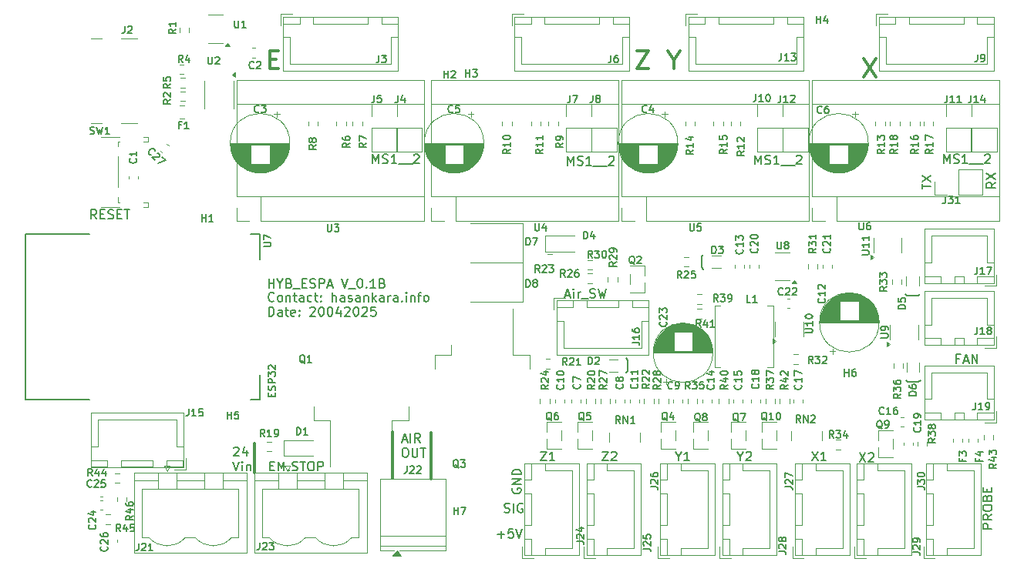
<source format=gbr>
%TF.GenerationSoftware,KiCad,Pcbnew,9.0.2-9.0.2-0~ubuntu24.04.1*%
%TF.CreationDate,2025-05-12T04:39:15+03:00*%
%TF.ProjectId,HYB_ESPA,4859425f-4553-4504-912e-6b696361645f,V_0.1*%
%TF.SameCoordinates,PX5f5e100PY5f5e100*%
%TF.FileFunction,Legend,Top*%
%TF.FilePolarity,Positive*%
%FSLAX46Y46*%
G04 Gerber Fmt 4.6, Leading zero omitted, Abs format (unit mm)*
G04 Created by KiCad (PCBNEW 9.0.2-9.0.2-0~ubuntu24.04.1) date 2025-05-12 04:39:15*
%MOMM*%
%LPD*%
G01*
G04 APERTURE LIST*
%ADD10C,0.200000*%
%ADD11C,0.300000*%
%ADD12C,0.150000*%
%ADD13C,0.160000*%
%ADD14C,0.120000*%
%ADD15C,0.203200*%
G04 APERTURE END LIST*
D10*
X1041101Y37432781D02*
X707768Y37908972D01*
X469673Y37432781D02*
X469673Y38432781D01*
X469673Y38432781D02*
X850625Y38432781D01*
X850625Y38432781D02*
X945863Y38385162D01*
X945863Y38385162D02*
X993482Y38337543D01*
X993482Y38337543D02*
X1041101Y38242305D01*
X1041101Y38242305D02*
X1041101Y38099448D01*
X1041101Y38099448D02*
X993482Y38004210D01*
X993482Y38004210D02*
X945863Y37956591D01*
X945863Y37956591D02*
X850625Y37908972D01*
X850625Y37908972D02*
X469673Y37908972D01*
X1469673Y37956591D02*
X1803006Y37956591D01*
X1945863Y37432781D02*
X1469673Y37432781D01*
X1469673Y37432781D02*
X1469673Y38432781D01*
X1469673Y38432781D02*
X1945863Y38432781D01*
X2326816Y37480400D02*
X2469673Y37432781D01*
X2469673Y37432781D02*
X2707768Y37432781D01*
X2707768Y37432781D02*
X2803006Y37480400D01*
X2803006Y37480400D02*
X2850625Y37528020D01*
X2850625Y37528020D02*
X2898244Y37623258D01*
X2898244Y37623258D02*
X2898244Y37718496D01*
X2898244Y37718496D02*
X2850625Y37813734D01*
X2850625Y37813734D02*
X2803006Y37861353D01*
X2803006Y37861353D02*
X2707768Y37908972D01*
X2707768Y37908972D02*
X2517292Y37956591D01*
X2517292Y37956591D02*
X2422054Y38004210D01*
X2422054Y38004210D02*
X2374435Y38051829D01*
X2374435Y38051829D02*
X2326816Y38147067D01*
X2326816Y38147067D02*
X2326816Y38242305D01*
X2326816Y38242305D02*
X2374435Y38337543D01*
X2374435Y38337543D02*
X2422054Y38385162D01*
X2422054Y38385162D02*
X2517292Y38432781D01*
X2517292Y38432781D02*
X2755387Y38432781D01*
X2755387Y38432781D02*
X2898244Y38385162D01*
X3326816Y37956591D02*
X3660149Y37956591D01*
X3803006Y37432781D02*
X3326816Y37432781D01*
X3326816Y37432781D02*
X3326816Y38432781D01*
X3326816Y38432781D02*
X3803006Y38432781D01*
X4088721Y38432781D02*
X4660149Y38432781D01*
X4374435Y37432781D02*
X4374435Y38432781D01*
D11*
X85283082Y55060362D02*
X86616415Y53060362D01*
X86616415Y55060362D02*
X85283082Y53060362D01*
X20073558Y54997981D02*
X20740225Y54997981D01*
X21025939Y53950362D02*
X20073558Y53950362D01*
X20073558Y53950362D02*
X20073558Y55950362D01*
X20073558Y55950362D02*
X21025939Y55950362D01*
D10*
X34622054Y13128440D02*
X35098244Y13128440D01*
X34526816Y12842725D02*
X34860149Y13842725D01*
X34860149Y13842725D02*
X35193482Y12842725D01*
X35526816Y12842725D02*
X35526816Y13842725D01*
X36574434Y12842725D02*
X36241101Y13318916D01*
X36003006Y12842725D02*
X36003006Y13842725D01*
X36003006Y13842725D02*
X36383958Y13842725D01*
X36383958Y13842725D02*
X36479196Y13795106D01*
X36479196Y13795106D02*
X36526815Y13747487D01*
X36526815Y13747487D02*
X36574434Y13652249D01*
X36574434Y13652249D02*
X36574434Y13509392D01*
X36574434Y13509392D02*
X36526815Y13414154D01*
X36526815Y13414154D02*
X36479196Y13366535D01*
X36479196Y13366535D02*
X36383958Y13318916D01*
X36383958Y13318916D02*
X36003006Y13318916D01*
X34860149Y12232781D02*
X35050625Y12232781D01*
X35050625Y12232781D02*
X35145863Y12185162D01*
X35145863Y12185162D02*
X35241101Y12089924D01*
X35241101Y12089924D02*
X35288720Y11899448D01*
X35288720Y11899448D02*
X35288720Y11566115D01*
X35288720Y11566115D02*
X35241101Y11375639D01*
X35241101Y11375639D02*
X35145863Y11280400D01*
X35145863Y11280400D02*
X35050625Y11232781D01*
X35050625Y11232781D02*
X34860149Y11232781D01*
X34860149Y11232781D02*
X34764911Y11280400D01*
X34764911Y11280400D02*
X34669673Y11375639D01*
X34669673Y11375639D02*
X34622054Y11566115D01*
X34622054Y11566115D02*
X34622054Y11899448D01*
X34622054Y11899448D02*
X34669673Y12089924D01*
X34669673Y12089924D02*
X34764911Y12185162D01*
X34764911Y12185162D02*
X34860149Y12232781D01*
X35717292Y12232781D02*
X35717292Y11423258D01*
X35717292Y11423258D02*
X35764911Y11328020D01*
X35764911Y11328020D02*
X35812530Y11280400D01*
X35812530Y11280400D02*
X35907768Y11232781D01*
X35907768Y11232781D02*
X36098244Y11232781D01*
X36098244Y11232781D02*
X36193482Y11280400D01*
X36193482Y11280400D02*
X36241101Y11328020D01*
X36241101Y11328020D02*
X36288720Y11423258D01*
X36288720Y11423258D02*
X36288720Y12232781D01*
X36622054Y12232781D02*
X37193482Y12232781D01*
X36907768Y11232781D02*
X36907768Y12232781D01*
X79574435Y11832781D02*
X80241101Y10832781D01*
X80241101Y11832781D02*
X79574435Y10832781D01*
X81145863Y10832781D02*
X80574435Y10832781D01*
X80860149Y10832781D02*
X80860149Y11832781D01*
X80860149Y11832781D02*
X80764911Y11689924D01*
X80764911Y11689924D02*
X80669673Y11594686D01*
X80669673Y11594686D02*
X80574435Y11547067D01*
X64960149Y11308972D02*
X64960149Y10832781D01*
X64626816Y11832781D02*
X64960149Y11308972D01*
X64960149Y11308972D02*
X65293482Y11832781D01*
X66150625Y10832781D02*
X65579197Y10832781D01*
X65864911Y10832781D02*
X65864911Y11832781D01*
X65864911Y11832781D02*
X65769673Y11689924D01*
X65769673Y11689924D02*
X65674435Y11594686D01*
X65674435Y11594686D02*
X65579197Y11547067D01*
X52522054Y29018496D02*
X52998244Y29018496D01*
X52426816Y28732781D02*
X52760149Y29732781D01*
X52760149Y29732781D02*
X53093482Y28732781D01*
X53426816Y28732781D02*
X53426816Y29399448D01*
X53426816Y29732781D02*
X53379197Y29685162D01*
X53379197Y29685162D02*
X53426816Y29637543D01*
X53426816Y29637543D02*
X53474435Y29685162D01*
X53474435Y29685162D02*
X53426816Y29732781D01*
X53426816Y29732781D02*
X53426816Y29637543D01*
X53903006Y28732781D02*
X53903006Y29399448D01*
X53903006Y29208972D02*
X53950625Y29304210D01*
X53950625Y29304210D02*
X53998244Y29351829D01*
X53998244Y29351829D02*
X54093482Y29399448D01*
X54093482Y29399448D02*
X54188720Y29399448D01*
X54283959Y28637543D02*
X55045863Y28637543D01*
X55236340Y28780400D02*
X55379197Y28732781D01*
X55379197Y28732781D02*
X55617292Y28732781D01*
X55617292Y28732781D02*
X55712530Y28780400D01*
X55712530Y28780400D02*
X55760149Y28828020D01*
X55760149Y28828020D02*
X55807768Y28923258D01*
X55807768Y28923258D02*
X55807768Y29018496D01*
X55807768Y29018496D02*
X55760149Y29113734D01*
X55760149Y29113734D02*
X55712530Y29161353D01*
X55712530Y29161353D02*
X55617292Y29208972D01*
X55617292Y29208972D02*
X55426816Y29256591D01*
X55426816Y29256591D02*
X55331578Y29304210D01*
X55331578Y29304210D02*
X55283959Y29351829D01*
X55283959Y29351829D02*
X55236340Y29447067D01*
X55236340Y29447067D02*
X55236340Y29542305D01*
X55236340Y29542305D02*
X55283959Y29637543D01*
X55283959Y29637543D02*
X55331578Y29685162D01*
X55331578Y29685162D02*
X55426816Y29732781D01*
X55426816Y29732781D02*
X55664911Y29732781D01*
X55664911Y29732781D02*
X55807768Y29685162D01*
X56141102Y29732781D02*
X56379197Y28732781D01*
X56379197Y28732781D02*
X56569673Y29447067D01*
X56569673Y29447067D02*
X56760149Y28732781D01*
X56760149Y28732781D02*
X56998245Y29732781D01*
X52769673Y43332781D02*
X52769673Y44332781D01*
X52769673Y44332781D02*
X53103006Y43618496D01*
X53103006Y43618496D02*
X53436339Y44332781D01*
X53436339Y44332781D02*
X53436339Y43332781D01*
X53864911Y43380400D02*
X54007768Y43332781D01*
X54007768Y43332781D02*
X54245863Y43332781D01*
X54245863Y43332781D02*
X54341101Y43380400D01*
X54341101Y43380400D02*
X54388720Y43428020D01*
X54388720Y43428020D02*
X54436339Y43523258D01*
X54436339Y43523258D02*
X54436339Y43618496D01*
X54436339Y43618496D02*
X54388720Y43713734D01*
X54388720Y43713734D02*
X54341101Y43761353D01*
X54341101Y43761353D02*
X54245863Y43808972D01*
X54245863Y43808972D02*
X54055387Y43856591D01*
X54055387Y43856591D02*
X53960149Y43904210D01*
X53960149Y43904210D02*
X53912530Y43951829D01*
X53912530Y43951829D02*
X53864911Y44047067D01*
X53864911Y44047067D02*
X53864911Y44142305D01*
X53864911Y44142305D02*
X53912530Y44237543D01*
X53912530Y44237543D02*
X53960149Y44285162D01*
X53960149Y44285162D02*
X54055387Y44332781D01*
X54055387Y44332781D02*
X54293482Y44332781D01*
X54293482Y44332781D02*
X54436339Y44285162D01*
X55388720Y43332781D02*
X54817292Y43332781D01*
X55103006Y43332781D02*
X55103006Y44332781D01*
X55103006Y44332781D02*
X55007768Y44189924D01*
X55007768Y44189924D02*
X54912530Y44094686D01*
X54912530Y44094686D02*
X54817292Y44047067D01*
X55579197Y43237543D02*
X56341101Y43237543D01*
X56341102Y43237543D02*
X57103006Y43237543D01*
X57293483Y44237543D02*
X57341102Y44285162D01*
X57341102Y44285162D02*
X57436340Y44332781D01*
X57436340Y44332781D02*
X57674435Y44332781D01*
X57674435Y44332781D02*
X57769673Y44285162D01*
X57769673Y44285162D02*
X57817292Y44237543D01*
X57817292Y44237543D02*
X57864911Y44142305D01*
X57864911Y44142305D02*
X57864911Y44047067D01*
X57864911Y44047067D02*
X57817292Y43904210D01*
X57817292Y43904210D02*
X57245864Y43332781D01*
X57245864Y43332781D02*
X57864911Y43332781D01*
D11*
X64454510Y54902743D02*
X64454510Y53950362D01*
X63787844Y55950362D02*
X64454510Y54902743D01*
X64454510Y54902743D02*
X65121177Y55950362D01*
D10*
X56574435Y11832781D02*
X57241101Y11832781D01*
X57241101Y11832781D02*
X56574435Y10832781D01*
X56574435Y10832781D02*
X57241101Y10832781D01*
X57574435Y11737543D02*
X57622054Y11785162D01*
X57622054Y11785162D02*
X57717292Y11832781D01*
X57717292Y11832781D02*
X57955387Y11832781D01*
X57955387Y11832781D02*
X58050625Y11785162D01*
X58050625Y11785162D02*
X58098244Y11737543D01*
X58098244Y11737543D02*
X58145863Y11642305D01*
X58145863Y11642305D02*
X58145863Y11547067D01*
X58145863Y11547067D02*
X58098244Y11404210D01*
X58098244Y11404210D02*
X57526816Y10832781D01*
X57526816Y10832781D02*
X58145863Y10832781D01*
X84814435Y11692781D02*
X85481101Y10692781D01*
X85481101Y11692781D02*
X84814435Y10692781D01*
X85814435Y11597543D02*
X85862054Y11645162D01*
X85862054Y11645162D02*
X85957292Y11692781D01*
X85957292Y11692781D02*
X86195387Y11692781D01*
X86195387Y11692781D02*
X86290625Y11645162D01*
X86290625Y11645162D02*
X86338244Y11597543D01*
X86338244Y11597543D02*
X86385863Y11502305D01*
X86385863Y11502305D02*
X86385863Y11407067D01*
X86385863Y11407067D02*
X86338244Y11264210D01*
X86338244Y11264210D02*
X85766816Y10692781D01*
X85766816Y10692781D02*
X86385863Y10692781D01*
X46714838Y7793483D02*
X46667219Y7698245D01*
X46667219Y7698245D02*
X46667219Y7555388D01*
X46667219Y7555388D02*
X46714838Y7412531D01*
X46714838Y7412531D02*
X46810076Y7317293D01*
X46810076Y7317293D02*
X46905314Y7269674D01*
X46905314Y7269674D02*
X47095790Y7222055D01*
X47095790Y7222055D02*
X47238647Y7222055D01*
X47238647Y7222055D02*
X47429123Y7269674D01*
X47429123Y7269674D02*
X47524361Y7317293D01*
X47524361Y7317293D02*
X47619600Y7412531D01*
X47619600Y7412531D02*
X47667219Y7555388D01*
X47667219Y7555388D02*
X47667219Y7650626D01*
X47667219Y7650626D02*
X47619600Y7793483D01*
X47619600Y7793483D02*
X47571980Y7841102D01*
X47571980Y7841102D02*
X47238647Y7841102D01*
X47238647Y7841102D02*
X47238647Y7650626D01*
X47667219Y8269674D02*
X46667219Y8269674D01*
X46667219Y8269674D02*
X47667219Y8841102D01*
X47667219Y8841102D02*
X46667219Y8841102D01*
X47667219Y9317293D02*
X46667219Y9317293D01*
X46667219Y9317293D02*
X46667219Y9555388D01*
X46667219Y9555388D02*
X46714838Y9698245D01*
X46714838Y9698245D02*
X46810076Y9793483D01*
X46810076Y9793483D02*
X46905314Y9841102D01*
X46905314Y9841102D02*
X47095790Y9888721D01*
X47095790Y9888721D02*
X47238647Y9888721D01*
X47238647Y9888721D02*
X47429123Y9841102D01*
X47429123Y9841102D02*
X47524361Y9793483D01*
X47524361Y9793483D02*
X47619600Y9698245D01*
X47619600Y9698245D02*
X47667219Y9555388D01*
X47667219Y9555388D02*
X47667219Y9317293D01*
X49774435Y11832781D02*
X50441101Y11832781D01*
X50441101Y11832781D02*
X49774435Y10832781D01*
X49774435Y10832781D02*
X50441101Y10832781D01*
X51345863Y10832781D02*
X50774435Y10832781D01*
X51060149Y10832781D02*
X51060149Y11832781D01*
X51060149Y11832781D02*
X50964911Y11689924D01*
X50964911Y11689924D02*
X50869673Y11594686D01*
X50869673Y11594686D02*
X50774435Y11547067D01*
X95803006Y22056591D02*
X95469673Y22056591D01*
X95469673Y21532781D02*
X95469673Y22532781D01*
X95469673Y22532781D02*
X95945863Y22532781D01*
X96279197Y21818496D02*
X96755387Y21818496D01*
X96183959Y21532781D02*
X96517292Y22532781D01*
X96517292Y22532781D02*
X96850625Y21532781D01*
X97183959Y21532781D02*
X97183959Y22532781D01*
X97183959Y22532781D02*
X97755387Y21532781D01*
X97755387Y21532781D02*
X97755387Y22532781D01*
X71760149Y11308972D02*
X71760149Y10832781D01*
X71426816Y11832781D02*
X71760149Y11308972D01*
X71760149Y11308972D02*
X72093482Y11832781D01*
X72379197Y11737543D02*
X72426816Y11785162D01*
X72426816Y11785162D02*
X72522054Y11832781D01*
X72522054Y11832781D02*
X72760149Y11832781D01*
X72760149Y11832781D02*
X72855387Y11785162D01*
X72855387Y11785162D02*
X72903006Y11737543D01*
X72903006Y11737543D02*
X72950625Y11642305D01*
X72950625Y11642305D02*
X72950625Y11547067D01*
X72950625Y11547067D02*
X72903006Y11404210D01*
X72903006Y11404210D02*
X72331578Y10832781D01*
X72331578Y10832781D02*
X72950625Y10832781D01*
X94069673Y43532781D02*
X94069673Y44532781D01*
X94069673Y44532781D02*
X94403006Y43818496D01*
X94403006Y43818496D02*
X94736339Y44532781D01*
X94736339Y44532781D02*
X94736339Y43532781D01*
X95164911Y43580400D02*
X95307768Y43532781D01*
X95307768Y43532781D02*
X95545863Y43532781D01*
X95545863Y43532781D02*
X95641101Y43580400D01*
X95641101Y43580400D02*
X95688720Y43628020D01*
X95688720Y43628020D02*
X95736339Y43723258D01*
X95736339Y43723258D02*
X95736339Y43818496D01*
X95736339Y43818496D02*
X95688720Y43913734D01*
X95688720Y43913734D02*
X95641101Y43961353D01*
X95641101Y43961353D02*
X95545863Y44008972D01*
X95545863Y44008972D02*
X95355387Y44056591D01*
X95355387Y44056591D02*
X95260149Y44104210D01*
X95260149Y44104210D02*
X95212530Y44151829D01*
X95212530Y44151829D02*
X95164911Y44247067D01*
X95164911Y44247067D02*
X95164911Y44342305D01*
X95164911Y44342305D02*
X95212530Y44437543D01*
X95212530Y44437543D02*
X95260149Y44485162D01*
X95260149Y44485162D02*
X95355387Y44532781D01*
X95355387Y44532781D02*
X95593482Y44532781D01*
X95593482Y44532781D02*
X95736339Y44485162D01*
X96688720Y43532781D02*
X96117292Y43532781D01*
X96403006Y43532781D02*
X96403006Y44532781D01*
X96403006Y44532781D02*
X96307768Y44389924D01*
X96307768Y44389924D02*
X96212530Y44294686D01*
X96212530Y44294686D02*
X96117292Y44247067D01*
X96879197Y43437543D02*
X97641101Y43437543D01*
X97641102Y43437543D02*
X98403006Y43437543D01*
X98593483Y44437543D02*
X98641102Y44485162D01*
X98641102Y44485162D02*
X98736340Y44532781D01*
X98736340Y44532781D02*
X98974435Y44532781D01*
X98974435Y44532781D02*
X99069673Y44485162D01*
X99069673Y44485162D02*
X99117292Y44437543D01*
X99117292Y44437543D02*
X99164911Y44342305D01*
X99164911Y44342305D02*
X99164911Y44247067D01*
X99164911Y44247067D02*
X99117292Y44104210D01*
X99117292Y44104210D02*
X98545864Y43532781D01*
X98545864Y43532781D02*
X99164911Y43532781D01*
X45069673Y2713734D02*
X45831578Y2713734D01*
X45450625Y2332781D02*
X45450625Y3094686D01*
X46783958Y3332781D02*
X46307768Y3332781D01*
X46307768Y3332781D02*
X46260149Y2856591D01*
X46260149Y2856591D02*
X46307768Y2904210D01*
X46307768Y2904210D02*
X46403006Y2951829D01*
X46403006Y2951829D02*
X46641101Y2951829D01*
X46641101Y2951829D02*
X46736339Y2904210D01*
X46736339Y2904210D02*
X46783958Y2856591D01*
X46783958Y2856591D02*
X46831577Y2761353D01*
X46831577Y2761353D02*
X46831577Y2523258D01*
X46831577Y2523258D02*
X46783958Y2428020D01*
X46783958Y2428020D02*
X46736339Y2380400D01*
X46736339Y2380400D02*
X46641101Y2332781D01*
X46641101Y2332781D02*
X46403006Y2332781D01*
X46403006Y2332781D02*
X46307768Y2380400D01*
X46307768Y2380400D02*
X46260149Y2428020D01*
X47117292Y3332781D02*
X47450625Y2332781D01*
X47450625Y2332781D02*
X47783958Y3332781D01*
X99767219Y41441102D02*
X99291028Y41107769D01*
X99767219Y40869674D02*
X98767219Y40869674D01*
X98767219Y40869674D02*
X98767219Y41250626D01*
X98767219Y41250626D02*
X98814838Y41345864D01*
X98814838Y41345864D02*
X98862457Y41393483D01*
X98862457Y41393483D02*
X98957695Y41441102D01*
X98957695Y41441102D02*
X99100552Y41441102D01*
X99100552Y41441102D02*
X99195790Y41393483D01*
X99195790Y41393483D02*
X99243409Y41345864D01*
X99243409Y41345864D02*
X99291028Y41250626D01*
X99291028Y41250626D02*
X99291028Y40869674D01*
X98767219Y41774436D02*
X99767219Y42441102D01*
X98767219Y42441102D02*
X99767219Y41774436D01*
X73369673Y43432781D02*
X73369673Y44432781D01*
X73369673Y44432781D02*
X73703006Y43718496D01*
X73703006Y43718496D02*
X74036339Y44432781D01*
X74036339Y44432781D02*
X74036339Y43432781D01*
X74464911Y43480400D02*
X74607768Y43432781D01*
X74607768Y43432781D02*
X74845863Y43432781D01*
X74845863Y43432781D02*
X74941101Y43480400D01*
X74941101Y43480400D02*
X74988720Y43528020D01*
X74988720Y43528020D02*
X75036339Y43623258D01*
X75036339Y43623258D02*
X75036339Y43718496D01*
X75036339Y43718496D02*
X74988720Y43813734D01*
X74988720Y43813734D02*
X74941101Y43861353D01*
X74941101Y43861353D02*
X74845863Y43908972D01*
X74845863Y43908972D02*
X74655387Y43956591D01*
X74655387Y43956591D02*
X74560149Y44004210D01*
X74560149Y44004210D02*
X74512530Y44051829D01*
X74512530Y44051829D02*
X74464911Y44147067D01*
X74464911Y44147067D02*
X74464911Y44242305D01*
X74464911Y44242305D02*
X74512530Y44337543D01*
X74512530Y44337543D02*
X74560149Y44385162D01*
X74560149Y44385162D02*
X74655387Y44432781D01*
X74655387Y44432781D02*
X74893482Y44432781D01*
X74893482Y44432781D02*
X75036339Y44385162D01*
X75988720Y43432781D02*
X75417292Y43432781D01*
X75703006Y43432781D02*
X75703006Y44432781D01*
X75703006Y44432781D02*
X75607768Y44289924D01*
X75607768Y44289924D02*
X75512530Y44194686D01*
X75512530Y44194686D02*
X75417292Y44147067D01*
X76179197Y43337543D02*
X76941101Y43337543D01*
X76941102Y43337543D02*
X77703006Y43337543D01*
X77893483Y44337543D02*
X77941102Y44385162D01*
X77941102Y44385162D02*
X78036340Y44432781D01*
X78036340Y44432781D02*
X78274435Y44432781D01*
X78274435Y44432781D02*
X78369673Y44385162D01*
X78369673Y44385162D02*
X78417292Y44337543D01*
X78417292Y44337543D02*
X78464911Y44242305D01*
X78464911Y44242305D02*
X78464911Y44147067D01*
X78464911Y44147067D02*
X78417292Y44004210D01*
X78417292Y44004210D02*
X77845864Y43432781D01*
X77845864Y43432781D02*
X78464911Y43432781D01*
X16122054Y12247487D02*
X16169673Y12295106D01*
X16169673Y12295106D02*
X16264911Y12342725D01*
X16264911Y12342725D02*
X16503006Y12342725D01*
X16503006Y12342725D02*
X16598244Y12295106D01*
X16598244Y12295106D02*
X16645863Y12247487D01*
X16645863Y12247487D02*
X16693482Y12152249D01*
X16693482Y12152249D02*
X16693482Y12057011D01*
X16693482Y12057011D02*
X16645863Y11914154D01*
X16645863Y11914154D02*
X16074435Y11342725D01*
X16074435Y11342725D02*
X16693482Y11342725D01*
X17550625Y12009392D02*
X17550625Y11342725D01*
X17312530Y12390344D02*
X17074435Y11676059D01*
X17074435Y11676059D02*
X17693482Y11676059D01*
X16026816Y10732781D02*
X16360149Y9732781D01*
X16360149Y9732781D02*
X16693482Y10732781D01*
X17026816Y9732781D02*
X17026816Y10399448D01*
X17026816Y10732781D02*
X16979197Y10685162D01*
X16979197Y10685162D02*
X17026816Y10637543D01*
X17026816Y10637543D02*
X17074435Y10685162D01*
X17074435Y10685162D02*
X17026816Y10732781D01*
X17026816Y10732781D02*
X17026816Y10637543D01*
X17503006Y10399448D02*
X17503006Y9732781D01*
X17503006Y10304210D02*
X17550625Y10351829D01*
X17550625Y10351829D02*
X17645863Y10399448D01*
X17645863Y10399448D02*
X17788720Y10399448D01*
X17788720Y10399448D02*
X17883958Y10351829D01*
X17883958Y10351829D02*
X17931577Y10256591D01*
X17931577Y10256591D02*
X17931577Y9732781D01*
X91667219Y40726817D02*
X91667219Y41298245D01*
X92667219Y41012531D02*
X91667219Y41012531D01*
X91667219Y41536341D02*
X92667219Y42203007D01*
X91667219Y42203007D02*
X92667219Y41536341D01*
X20069673Y10256591D02*
X20403006Y10256591D01*
X20545863Y9732781D02*
X20069673Y9732781D01*
X20069673Y9732781D02*
X20069673Y10732781D01*
X20069673Y10732781D02*
X20545863Y10732781D01*
X20974435Y9732781D02*
X20974435Y10732781D01*
X20974435Y10732781D02*
X21307768Y10018496D01*
X21307768Y10018496D02*
X21641101Y10732781D01*
X21641101Y10732781D02*
X21641101Y9732781D01*
X22117292Y9828020D02*
X22164911Y9780400D01*
X22164911Y9780400D02*
X22117292Y9732781D01*
X22117292Y9732781D02*
X22069673Y9780400D01*
X22069673Y9780400D02*
X22117292Y9828020D01*
X22117292Y9828020D02*
X22117292Y9732781D01*
X22545863Y9780400D02*
X22688720Y9732781D01*
X22688720Y9732781D02*
X22926815Y9732781D01*
X22926815Y9732781D02*
X23022053Y9780400D01*
X23022053Y9780400D02*
X23069672Y9828020D01*
X23069672Y9828020D02*
X23117291Y9923258D01*
X23117291Y9923258D02*
X23117291Y10018496D01*
X23117291Y10018496D02*
X23069672Y10113734D01*
X23069672Y10113734D02*
X23022053Y10161353D01*
X23022053Y10161353D02*
X22926815Y10208972D01*
X22926815Y10208972D02*
X22736339Y10256591D01*
X22736339Y10256591D02*
X22641101Y10304210D01*
X22641101Y10304210D02*
X22593482Y10351829D01*
X22593482Y10351829D02*
X22545863Y10447067D01*
X22545863Y10447067D02*
X22545863Y10542305D01*
X22545863Y10542305D02*
X22593482Y10637543D01*
X22593482Y10637543D02*
X22641101Y10685162D01*
X22641101Y10685162D02*
X22736339Y10732781D01*
X22736339Y10732781D02*
X22974434Y10732781D01*
X22974434Y10732781D02*
X23117291Y10685162D01*
X23403006Y10732781D02*
X23974434Y10732781D01*
X23688720Y9732781D02*
X23688720Y10732781D01*
X24498244Y10732781D02*
X24688720Y10732781D01*
X24688720Y10732781D02*
X24783958Y10685162D01*
X24783958Y10685162D02*
X24879196Y10589924D01*
X24879196Y10589924D02*
X24926815Y10399448D01*
X24926815Y10399448D02*
X24926815Y10066115D01*
X24926815Y10066115D02*
X24879196Y9875639D01*
X24879196Y9875639D02*
X24783958Y9780400D01*
X24783958Y9780400D02*
X24688720Y9732781D01*
X24688720Y9732781D02*
X24498244Y9732781D01*
X24498244Y9732781D02*
X24403006Y9780400D01*
X24403006Y9780400D02*
X24307768Y9875639D01*
X24307768Y9875639D02*
X24260149Y10066115D01*
X24260149Y10066115D02*
X24260149Y10399448D01*
X24260149Y10399448D02*
X24307768Y10589924D01*
X24307768Y10589924D02*
X24403006Y10685162D01*
X24403006Y10685162D02*
X24498244Y10732781D01*
X25355387Y9732781D02*
X25355387Y10732781D01*
X25355387Y10732781D02*
X25736339Y10732781D01*
X25736339Y10732781D02*
X25831577Y10685162D01*
X25831577Y10685162D02*
X25879196Y10637543D01*
X25879196Y10637543D02*
X25926815Y10542305D01*
X25926815Y10542305D02*
X25926815Y10399448D01*
X25926815Y10399448D02*
X25879196Y10304210D01*
X25879196Y10304210D02*
X25831577Y10256591D01*
X25831577Y10256591D02*
X25736339Y10208972D01*
X25736339Y10208972D02*
X25355387Y10208972D01*
X31369673Y43532781D02*
X31369673Y44532781D01*
X31369673Y44532781D02*
X31703006Y43818496D01*
X31703006Y43818496D02*
X32036339Y44532781D01*
X32036339Y44532781D02*
X32036339Y43532781D01*
X32464911Y43580400D02*
X32607768Y43532781D01*
X32607768Y43532781D02*
X32845863Y43532781D01*
X32845863Y43532781D02*
X32941101Y43580400D01*
X32941101Y43580400D02*
X32988720Y43628020D01*
X32988720Y43628020D02*
X33036339Y43723258D01*
X33036339Y43723258D02*
X33036339Y43818496D01*
X33036339Y43818496D02*
X32988720Y43913734D01*
X32988720Y43913734D02*
X32941101Y43961353D01*
X32941101Y43961353D02*
X32845863Y44008972D01*
X32845863Y44008972D02*
X32655387Y44056591D01*
X32655387Y44056591D02*
X32560149Y44104210D01*
X32560149Y44104210D02*
X32512530Y44151829D01*
X32512530Y44151829D02*
X32464911Y44247067D01*
X32464911Y44247067D02*
X32464911Y44342305D01*
X32464911Y44342305D02*
X32512530Y44437543D01*
X32512530Y44437543D02*
X32560149Y44485162D01*
X32560149Y44485162D02*
X32655387Y44532781D01*
X32655387Y44532781D02*
X32893482Y44532781D01*
X32893482Y44532781D02*
X33036339Y44485162D01*
X33988720Y43532781D02*
X33417292Y43532781D01*
X33703006Y43532781D02*
X33703006Y44532781D01*
X33703006Y44532781D02*
X33607768Y44389924D01*
X33607768Y44389924D02*
X33512530Y44294686D01*
X33512530Y44294686D02*
X33417292Y44247067D01*
X34179197Y43437543D02*
X34941101Y43437543D01*
X34941102Y43437543D02*
X35703006Y43437543D01*
X35893483Y44437543D02*
X35941102Y44485162D01*
X35941102Y44485162D02*
X36036340Y44532781D01*
X36036340Y44532781D02*
X36274435Y44532781D01*
X36274435Y44532781D02*
X36369673Y44485162D01*
X36369673Y44485162D02*
X36417292Y44437543D01*
X36417292Y44437543D02*
X36464911Y44342305D01*
X36464911Y44342305D02*
X36464911Y44247067D01*
X36464911Y44247067D02*
X36417292Y44104210D01*
X36417292Y44104210D02*
X35845864Y43532781D01*
X35845864Y43532781D02*
X36464911Y43532781D01*
X99367219Y3369674D02*
X98367219Y3369674D01*
X98367219Y3369674D02*
X98367219Y3750626D01*
X98367219Y3750626D02*
X98414838Y3845864D01*
X98414838Y3845864D02*
X98462457Y3893483D01*
X98462457Y3893483D02*
X98557695Y3941102D01*
X98557695Y3941102D02*
X98700552Y3941102D01*
X98700552Y3941102D02*
X98795790Y3893483D01*
X98795790Y3893483D02*
X98843409Y3845864D01*
X98843409Y3845864D02*
X98891028Y3750626D01*
X98891028Y3750626D02*
X98891028Y3369674D01*
X99367219Y4941102D02*
X98891028Y4607769D01*
X99367219Y4369674D02*
X98367219Y4369674D01*
X98367219Y4369674D02*
X98367219Y4750626D01*
X98367219Y4750626D02*
X98414838Y4845864D01*
X98414838Y4845864D02*
X98462457Y4893483D01*
X98462457Y4893483D02*
X98557695Y4941102D01*
X98557695Y4941102D02*
X98700552Y4941102D01*
X98700552Y4941102D02*
X98795790Y4893483D01*
X98795790Y4893483D02*
X98843409Y4845864D01*
X98843409Y4845864D02*
X98891028Y4750626D01*
X98891028Y4750626D02*
X98891028Y4369674D01*
X98367219Y5560150D02*
X98367219Y5750626D01*
X98367219Y5750626D02*
X98414838Y5845864D01*
X98414838Y5845864D02*
X98510076Y5941102D01*
X98510076Y5941102D02*
X98700552Y5988721D01*
X98700552Y5988721D02*
X99033885Y5988721D01*
X99033885Y5988721D02*
X99224361Y5941102D01*
X99224361Y5941102D02*
X99319600Y5845864D01*
X99319600Y5845864D02*
X99367219Y5750626D01*
X99367219Y5750626D02*
X99367219Y5560150D01*
X99367219Y5560150D02*
X99319600Y5464912D01*
X99319600Y5464912D02*
X99224361Y5369674D01*
X99224361Y5369674D02*
X99033885Y5322055D01*
X99033885Y5322055D02*
X98700552Y5322055D01*
X98700552Y5322055D02*
X98510076Y5369674D01*
X98510076Y5369674D02*
X98414838Y5464912D01*
X98414838Y5464912D02*
X98367219Y5560150D01*
X98843409Y6750626D02*
X98891028Y6893483D01*
X98891028Y6893483D02*
X98938647Y6941102D01*
X98938647Y6941102D02*
X99033885Y6988721D01*
X99033885Y6988721D02*
X99176742Y6988721D01*
X99176742Y6988721D02*
X99271980Y6941102D01*
X99271980Y6941102D02*
X99319600Y6893483D01*
X99319600Y6893483D02*
X99367219Y6798245D01*
X99367219Y6798245D02*
X99367219Y6417293D01*
X99367219Y6417293D02*
X98367219Y6417293D01*
X98367219Y6417293D02*
X98367219Y6750626D01*
X98367219Y6750626D02*
X98414838Y6845864D01*
X98414838Y6845864D02*
X98462457Y6893483D01*
X98462457Y6893483D02*
X98557695Y6941102D01*
X98557695Y6941102D02*
X98652933Y6941102D01*
X98652933Y6941102D02*
X98748171Y6893483D01*
X98748171Y6893483D02*
X98795790Y6845864D01*
X98795790Y6845864D02*
X98843409Y6750626D01*
X98843409Y6750626D02*
X98843409Y6417293D01*
X98843409Y7417293D02*
X98843409Y7750626D01*
X99367219Y7893483D02*
X99367219Y7417293D01*
X99367219Y7417293D02*
X98367219Y7417293D01*
X98367219Y7417293D02*
X98367219Y7893483D01*
D11*
X60343082Y55950362D02*
X61676415Y55950362D01*
X61676415Y55950362D02*
X60343082Y53950362D01*
X60343082Y53950362D02*
X61676415Y53950362D01*
D10*
X45822054Y5180400D02*
X45964911Y5132781D01*
X45964911Y5132781D02*
X46203006Y5132781D01*
X46203006Y5132781D02*
X46298244Y5180400D01*
X46298244Y5180400D02*
X46345863Y5228020D01*
X46345863Y5228020D02*
X46393482Y5323258D01*
X46393482Y5323258D02*
X46393482Y5418496D01*
X46393482Y5418496D02*
X46345863Y5513734D01*
X46345863Y5513734D02*
X46298244Y5561353D01*
X46298244Y5561353D02*
X46203006Y5608972D01*
X46203006Y5608972D02*
X46012530Y5656591D01*
X46012530Y5656591D02*
X45917292Y5704210D01*
X45917292Y5704210D02*
X45869673Y5751829D01*
X45869673Y5751829D02*
X45822054Y5847067D01*
X45822054Y5847067D02*
X45822054Y5942305D01*
X45822054Y5942305D02*
X45869673Y6037543D01*
X45869673Y6037543D02*
X45917292Y6085162D01*
X45917292Y6085162D02*
X46012530Y6132781D01*
X46012530Y6132781D02*
X46250625Y6132781D01*
X46250625Y6132781D02*
X46393482Y6085162D01*
X46822054Y5132781D02*
X46822054Y6132781D01*
X47822053Y6085162D02*
X47726815Y6132781D01*
X47726815Y6132781D02*
X47583958Y6132781D01*
X47583958Y6132781D02*
X47441101Y6085162D01*
X47441101Y6085162D02*
X47345863Y5989924D01*
X47345863Y5989924D02*
X47298244Y5894686D01*
X47298244Y5894686D02*
X47250625Y5704210D01*
X47250625Y5704210D02*
X47250625Y5561353D01*
X47250625Y5561353D02*
X47298244Y5370877D01*
X47298244Y5370877D02*
X47345863Y5275639D01*
X47345863Y5275639D02*
X47441101Y5180400D01*
X47441101Y5180400D02*
X47583958Y5132781D01*
X47583958Y5132781D02*
X47679196Y5132781D01*
X47679196Y5132781D02*
X47822053Y5180400D01*
X47822053Y5180400D02*
X47869672Y5228020D01*
X47869672Y5228020D02*
X47869672Y5561353D01*
X47869672Y5561353D02*
X47679196Y5561353D01*
X19969673Y26732781D02*
X19969673Y27732781D01*
X19969673Y27732781D02*
X20207768Y27732781D01*
X20207768Y27732781D02*
X20350625Y27685162D01*
X20350625Y27685162D02*
X20445863Y27589924D01*
X20445863Y27589924D02*
X20493482Y27494686D01*
X20493482Y27494686D02*
X20541101Y27304210D01*
X20541101Y27304210D02*
X20541101Y27161353D01*
X20541101Y27161353D02*
X20493482Y26970877D01*
X20493482Y26970877D02*
X20445863Y26875639D01*
X20445863Y26875639D02*
X20350625Y26780400D01*
X20350625Y26780400D02*
X20207768Y26732781D01*
X20207768Y26732781D02*
X19969673Y26732781D01*
X21398244Y26732781D02*
X21398244Y27256591D01*
X21398244Y27256591D02*
X21350625Y27351829D01*
X21350625Y27351829D02*
X21255387Y27399448D01*
X21255387Y27399448D02*
X21064911Y27399448D01*
X21064911Y27399448D02*
X20969673Y27351829D01*
X21398244Y26780400D02*
X21303006Y26732781D01*
X21303006Y26732781D02*
X21064911Y26732781D01*
X21064911Y26732781D02*
X20969673Y26780400D01*
X20969673Y26780400D02*
X20922054Y26875639D01*
X20922054Y26875639D02*
X20922054Y26970877D01*
X20922054Y26970877D02*
X20969673Y27066115D01*
X20969673Y27066115D02*
X21064911Y27113734D01*
X21064911Y27113734D02*
X21303006Y27113734D01*
X21303006Y27113734D02*
X21398244Y27161353D01*
X21731578Y27399448D02*
X22112530Y27399448D01*
X21874435Y27732781D02*
X21874435Y26875639D01*
X21874435Y26875639D02*
X21922054Y26780400D01*
X21922054Y26780400D02*
X22017292Y26732781D01*
X22017292Y26732781D02*
X22112530Y26732781D01*
X22826816Y26780400D02*
X22731578Y26732781D01*
X22731578Y26732781D02*
X22541102Y26732781D01*
X22541102Y26732781D02*
X22445864Y26780400D01*
X22445864Y26780400D02*
X22398245Y26875639D01*
X22398245Y26875639D02*
X22398245Y27256591D01*
X22398245Y27256591D02*
X22445864Y27351829D01*
X22445864Y27351829D02*
X22541102Y27399448D01*
X22541102Y27399448D02*
X22731578Y27399448D01*
X22731578Y27399448D02*
X22826816Y27351829D01*
X22826816Y27351829D02*
X22874435Y27256591D01*
X22874435Y27256591D02*
X22874435Y27161353D01*
X22874435Y27161353D02*
X22398245Y27066115D01*
X23303007Y26828020D02*
X23350626Y26780400D01*
X23350626Y26780400D02*
X23303007Y26732781D01*
X23303007Y26732781D02*
X23255388Y26780400D01*
X23255388Y26780400D02*
X23303007Y26828020D01*
X23303007Y26828020D02*
X23303007Y26732781D01*
X23303007Y27351829D02*
X23350626Y27304210D01*
X23350626Y27304210D02*
X23303007Y27256591D01*
X23303007Y27256591D02*
X23255388Y27304210D01*
X23255388Y27304210D02*
X23303007Y27351829D01*
X23303007Y27351829D02*
X23303007Y27256591D01*
X24493483Y27637543D02*
X24541102Y27685162D01*
X24541102Y27685162D02*
X24636340Y27732781D01*
X24636340Y27732781D02*
X24874435Y27732781D01*
X24874435Y27732781D02*
X24969673Y27685162D01*
X24969673Y27685162D02*
X25017292Y27637543D01*
X25017292Y27637543D02*
X25064911Y27542305D01*
X25064911Y27542305D02*
X25064911Y27447067D01*
X25064911Y27447067D02*
X25017292Y27304210D01*
X25017292Y27304210D02*
X24445864Y26732781D01*
X24445864Y26732781D02*
X25064911Y26732781D01*
X25683959Y27732781D02*
X25779197Y27732781D01*
X25779197Y27732781D02*
X25874435Y27685162D01*
X25874435Y27685162D02*
X25922054Y27637543D01*
X25922054Y27637543D02*
X25969673Y27542305D01*
X25969673Y27542305D02*
X26017292Y27351829D01*
X26017292Y27351829D02*
X26017292Y27113734D01*
X26017292Y27113734D02*
X25969673Y26923258D01*
X25969673Y26923258D02*
X25922054Y26828020D01*
X25922054Y26828020D02*
X25874435Y26780400D01*
X25874435Y26780400D02*
X25779197Y26732781D01*
X25779197Y26732781D02*
X25683959Y26732781D01*
X25683959Y26732781D02*
X25588721Y26780400D01*
X25588721Y26780400D02*
X25541102Y26828020D01*
X25541102Y26828020D02*
X25493483Y26923258D01*
X25493483Y26923258D02*
X25445864Y27113734D01*
X25445864Y27113734D02*
X25445864Y27351829D01*
X25445864Y27351829D02*
X25493483Y27542305D01*
X25493483Y27542305D02*
X25541102Y27637543D01*
X25541102Y27637543D02*
X25588721Y27685162D01*
X25588721Y27685162D02*
X25683959Y27732781D01*
X26636340Y27732781D02*
X26731578Y27732781D01*
X26731578Y27732781D02*
X26826816Y27685162D01*
X26826816Y27685162D02*
X26874435Y27637543D01*
X26874435Y27637543D02*
X26922054Y27542305D01*
X26922054Y27542305D02*
X26969673Y27351829D01*
X26969673Y27351829D02*
X26969673Y27113734D01*
X26969673Y27113734D02*
X26922054Y26923258D01*
X26922054Y26923258D02*
X26874435Y26828020D01*
X26874435Y26828020D02*
X26826816Y26780400D01*
X26826816Y26780400D02*
X26731578Y26732781D01*
X26731578Y26732781D02*
X26636340Y26732781D01*
X26636340Y26732781D02*
X26541102Y26780400D01*
X26541102Y26780400D02*
X26493483Y26828020D01*
X26493483Y26828020D02*
X26445864Y26923258D01*
X26445864Y26923258D02*
X26398245Y27113734D01*
X26398245Y27113734D02*
X26398245Y27351829D01*
X26398245Y27351829D02*
X26445864Y27542305D01*
X26445864Y27542305D02*
X26493483Y27637543D01*
X26493483Y27637543D02*
X26541102Y27685162D01*
X26541102Y27685162D02*
X26636340Y27732781D01*
X27826816Y27399448D02*
X27826816Y26732781D01*
X27588721Y27780400D02*
X27350626Y27066115D01*
X27350626Y27066115D02*
X27969673Y27066115D01*
X28303007Y27637543D02*
X28350626Y27685162D01*
X28350626Y27685162D02*
X28445864Y27732781D01*
X28445864Y27732781D02*
X28683959Y27732781D01*
X28683959Y27732781D02*
X28779197Y27685162D01*
X28779197Y27685162D02*
X28826816Y27637543D01*
X28826816Y27637543D02*
X28874435Y27542305D01*
X28874435Y27542305D02*
X28874435Y27447067D01*
X28874435Y27447067D02*
X28826816Y27304210D01*
X28826816Y27304210D02*
X28255388Y26732781D01*
X28255388Y26732781D02*
X28874435Y26732781D01*
X29493483Y27732781D02*
X29588721Y27732781D01*
X29588721Y27732781D02*
X29683959Y27685162D01*
X29683959Y27685162D02*
X29731578Y27637543D01*
X29731578Y27637543D02*
X29779197Y27542305D01*
X29779197Y27542305D02*
X29826816Y27351829D01*
X29826816Y27351829D02*
X29826816Y27113734D01*
X29826816Y27113734D02*
X29779197Y26923258D01*
X29779197Y26923258D02*
X29731578Y26828020D01*
X29731578Y26828020D02*
X29683959Y26780400D01*
X29683959Y26780400D02*
X29588721Y26732781D01*
X29588721Y26732781D02*
X29493483Y26732781D01*
X29493483Y26732781D02*
X29398245Y26780400D01*
X29398245Y26780400D02*
X29350626Y26828020D01*
X29350626Y26828020D02*
X29303007Y26923258D01*
X29303007Y26923258D02*
X29255388Y27113734D01*
X29255388Y27113734D02*
X29255388Y27351829D01*
X29255388Y27351829D02*
X29303007Y27542305D01*
X29303007Y27542305D02*
X29350626Y27637543D01*
X29350626Y27637543D02*
X29398245Y27685162D01*
X29398245Y27685162D02*
X29493483Y27732781D01*
X30207769Y27637543D02*
X30255388Y27685162D01*
X30255388Y27685162D02*
X30350626Y27732781D01*
X30350626Y27732781D02*
X30588721Y27732781D01*
X30588721Y27732781D02*
X30683959Y27685162D01*
X30683959Y27685162D02*
X30731578Y27637543D01*
X30731578Y27637543D02*
X30779197Y27542305D01*
X30779197Y27542305D02*
X30779197Y27447067D01*
X30779197Y27447067D02*
X30731578Y27304210D01*
X30731578Y27304210D02*
X30160150Y26732781D01*
X30160150Y26732781D02*
X30779197Y26732781D01*
X31683959Y27732781D02*
X31207769Y27732781D01*
X31207769Y27732781D02*
X31160150Y27256591D01*
X31160150Y27256591D02*
X31207769Y27304210D01*
X31207769Y27304210D02*
X31303007Y27351829D01*
X31303007Y27351829D02*
X31541102Y27351829D01*
X31541102Y27351829D02*
X31636340Y27304210D01*
X31636340Y27304210D02*
X31683959Y27256591D01*
X31683959Y27256591D02*
X31731578Y27161353D01*
X31731578Y27161353D02*
X31731578Y26923258D01*
X31731578Y26923258D02*
X31683959Y26828020D01*
X31683959Y26828020D02*
X31636340Y26780400D01*
X31636340Y26780400D02*
X31541102Y26732781D01*
X31541102Y26732781D02*
X31303007Y26732781D01*
X31303007Y26732781D02*
X31207769Y26780400D01*
X31207769Y26780400D02*
X31160150Y26828020D01*
X20541101Y28428020D02*
X20493482Y28380400D01*
X20493482Y28380400D02*
X20350625Y28332781D01*
X20350625Y28332781D02*
X20255387Y28332781D01*
X20255387Y28332781D02*
X20112530Y28380400D01*
X20112530Y28380400D02*
X20017292Y28475639D01*
X20017292Y28475639D02*
X19969673Y28570877D01*
X19969673Y28570877D02*
X19922054Y28761353D01*
X19922054Y28761353D02*
X19922054Y28904210D01*
X19922054Y28904210D02*
X19969673Y29094686D01*
X19969673Y29094686D02*
X20017292Y29189924D01*
X20017292Y29189924D02*
X20112530Y29285162D01*
X20112530Y29285162D02*
X20255387Y29332781D01*
X20255387Y29332781D02*
X20350625Y29332781D01*
X20350625Y29332781D02*
X20493482Y29285162D01*
X20493482Y29285162D02*
X20541101Y29237543D01*
X21112530Y28332781D02*
X21017292Y28380400D01*
X21017292Y28380400D02*
X20969673Y28428020D01*
X20969673Y28428020D02*
X20922054Y28523258D01*
X20922054Y28523258D02*
X20922054Y28808972D01*
X20922054Y28808972D02*
X20969673Y28904210D01*
X20969673Y28904210D02*
X21017292Y28951829D01*
X21017292Y28951829D02*
X21112530Y28999448D01*
X21112530Y28999448D02*
X21255387Y28999448D01*
X21255387Y28999448D02*
X21350625Y28951829D01*
X21350625Y28951829D02*
X21398244Y28904210D01*
X21398244Y28904210D02*
X21445863Y28808972D01*
X21445863Y28808972D02*
X21445863Y28523258D01*
X21445863Y28523258D02*
X21398244Y28428020D01*
X21398244Y28428020D02*
X21350625Y28380400D01*
X21350625Y28380400D02*
X21255387Y28332781D01*
X21255387Y28332781D02*
X21112530Y28332781D01*
X21874435Y28999448D02*
X21874435Y28332781D01*
X21874435Y28904210D02*
X21922054Y28951829D01*
X21922054Y28951829D02*
X22017292Y28999448D01*
X22017292Y28999448D02*
X22160149Y28999448D01*
X22160149Y28999448D02*
X22255387Y28951829D01*
X22255387Y28951829D02*
X22303006Y28856591D01*
X22303006Y28856591D02*
X22303006Y28332781D01*
X22636340Y28999448D02*
X23017292Y28999448D01*
X22779197Y29332781D02*
X22779197Y28475639D01*
X22779197Y28475639D02*
X22826816Y28380400D01*
X22826816Y28380400D02*
X22922054Y28332781D01*
X22922054Y28332781D02*
X23017292Y28332781D01*
X23779197Y28332781D02*
X23779197Y28856591D01*
X23779197Y28856591D02*
X23731578Y28951829D01*
X23731578Y28951829D02*
X23636340Y28999448D01*
X23636340Y28999448D02*
X23445864Y28999448D01*
X23445864Y28999448D02*
X23350626Y28951829D01*
X23779197Y28380400D02*
X23683959Y28332781D01*
X23683959Y28332781D02*
X23445864Y28332781D01*
X23445864Y28332781D02*
X23350626Y28380400D01*
X23350626Y28380400D02*
X23303007Y28475639D01*
X23303007Y28475639D02*
X23303007Y28570877D01*
X23303007Y28570877D02*
X23350626Y28666115D01*
X23350626Y28666115D02*
X23445864Y28713734D01*
X23445864Y28713734D02*
X23683959Y28713734D01*
X23683959Y28713734D02*
X23779197Y28761353D01*
X24683959Y28380400D02*
X24588721Y28332781D01*
X24588721Y28332781D02*
X24398245Y28332781D01*
X24398245Y28332781D02*
X24303007Y28380400D01*
X24303007Y28380400D02*
X24255388Y28428020D01*
X24255388Y28428020D02*
X24207769Y28523258D01*
X24207769Y28523258D02*
X24207769Y28808972D01*
X24207769Y28808972D02*
X24255388Y28904210D01*
X24255388Y28904210D02*
X24303007Y28951829D01*
X24303007Y28951829D02*
X24398245Y28999448D01*
X24398245Y28999448D02*
X24588721Y28999448D01*
X24588721Y28999448D02*
X24683959Y28951829D01*
X24969674Y28999448D02*
X25350626Y28999448D01*
X25112531Y29332781D02*
X25112531Y28475639D01*
X25112531Y28475639D02*
X25160150Y28380400D01*
X25160150Y28380400D02*
X25255388Y28332781D01*
X25255388Y28332781D02*
X25350626Y28332781D01*
X25683960Y28428020D02*
X25731579Y28380400D01*
X25731579Y28380400D02*
X25683960Y28332781D01*
X25683960Y28332781D02*
X25636341Y28380400D01*
X25636341Y28380400D02*
X25683960Y28428020D01*
X25683960Y28428020D02*
X25683960Y28332781D01*
X25683960Y28951829D02*
X25731579Y28904210D01*
X25731579Y28904210D02*
X25683960Y28856591D01*
X25683960Y28856591D02*
X25636341Y28904210D01*
X25636341Y28904210D02*
X25683960Y28951829D01*
X25683960Y28951829D02*
X25683960Y28856591D01*
X26922055Y28332781D02*
X26922055Y29332781D01*
X27350626Y28332781D02*
X27350626Y28856591D01*
X27350626Y28856591D02*
X27303007Y28951829D01*
X27303007Y28951829D02*
X27207769Y28999448D01*
X27207769Y28999448D02*
X27064912Y28999448D01*
X27064912Y28999448D02*
X26969674Y28951829D01*
X26969674Y28951829D02*
X26922055Y28904210D01*
X28255388Y28332781D02*
X28255388Y28856591D01*
X28255388Y28856591D02*
X28207769Y28951829D01*
X28207769Y28951829D02*
X28112531Y28999448D01*
X28112531Y28999448D02*
X27922055Y28999448D01*
X27922055Y28999448D02*
X27826817Y28951829D01*
X28255388Y28380400D02*
X28160150Y28332781D01*
X28160150Y28332781D02*
X27922055Y28332781D01*
X27922055Y28332781D02*
X27826817Y28380400D01*
X27826817Y28380400D02*
X27779198Y28475639D01*
X27779198Y28475639D02*
X27779198Y28570877D01*
X27779198Y28570877D02*
X27826817Y28666115D01*
X27826817Y28666115D02*
X27922055Y28713734D01*
X27922055Y28713734D02*
X28160150Y28713734D01*
X28160150Y28713734D02*
X28255388Y28761353D01*
X28683960Y28380400D02*
X28779198Y28332781D01*
X28779198Y28332781D02*
X28969674Y28332781D01*
X28969674Y28332781D02*
X29064912Y28380400D01*
X29064912Y28380400D02*
X29112531Y28475639D01*
X29112531Y28475639D02*
X29112531Y28523258D01*
X29112531Y28523258D02*
X29064912Y28618496D01*
X29064912Y28618496D02*
X28969674Y28666115D01*
X28969674Y28666115D02*
X28826817Y28666115D01*
X28826817Y28666115D02*
X28731579Y28713734D01*
X28731579Y28713734D02*
X28683960Y28808972D01*
X28683960Y28808972D02*
X28683960Y28856591D01*
X28683960Y28856591D02*
X28731579Y28951829D01*
X28731579Y28951829D02*
X28826817Y28999448D01*
X28826817Y28999448D02*
X28969674Y28999448D01*
X28969674Y28999448D02*
X29064912Y28951829D01*
X29969674Y28332781D02*
X29969674Y28856591D01*
X29969674Y28856591D02*
X29922055Y28951829D01*
X29922055Y28951829D02*
X29826817Y28999448D01*
X29826817Y28999448D02*
X29636341Y28999448D01*
X29636341Y28999448D02*
X29541103Y28951829D01*
X29969674Y28380400D02*
X29874436Y28332781D01*
X29874436Y28332781D02*
X29636341Y28332781D01*
X29636341Y28332781D02*
X29541103Y28380400D01*
X29541103Y28380400D02*
X29493484Y28475639D01*
X29493484Y28475639D02*
X29493484Y28570877D01*
X29493484Y28570877D02*
X29541103Y28666115D01*
X29541103Y28666115D02*
X29636341Y28713734D01*
X29636341Y28713734D02*
X29874436Y28713734D01*
X29874436Y28713734D02*
X29969674Y28761353D01*
X30445865Y28999448D02*
X30445865Y28332781D01*
X30445865Y28904210D02*
X30493484Y28951829D01*
X30493484Y28951829D02*
X30588722Y28999448D01*
X30588722Y28999448D02*
X30731579Y28999448D01*
X30731579Y28999448D02*
X30826817Y28951829D01*
X30826817Y28951829D02*
X30874436Y28856591D01*
X30874436Y28856591D02*
X30874436Y28332781D01*
X31350627Y28332781D02*
X31350627Y29332781D01*
X31445865Y28713734D02*
X31731579Y28332781D01*
X31731579Y28999448D02*
X31350627Y28618496D01*
X32588722Y28332781D02*
X32588722Y28856591D01*
X32588722Y28856591D02*
X32541103Y28951829D01*
X32541103Y28951829D02*
X32445865Y28999448D01*
X32445865Y28999448D02*
X32255389Y28999448D01*
X32255389Y28999448D02*
X32160151Y28951829D01*
X32588722Y28380400D02*
X32493484Y28332781D01*
X32493484Y28332781D02*
X32255389Y28332781D01*
X32255389Y28332781D02*
X32160151Y28380400D01*
X32160151Y28380400D02*
X32112532Y28475639D01*
X32112532Y28475639D02*
X32112532Y28570877D01*
X32112532Y28570877D02*
X32160151Y28666115D01*
X32160151Y28666115D02*
X32255389Y28713734D01*
X32255389Y28713734D02*
X32493484Y28713734D01*
X32493484Y28713734D02*
X32588722Y28761353D01*
X33064913Y28332781D02*
X33064913Y28999448D01*
X33064913Y28808972D02*
X33112532Y28904210D01*
X33112532Y28904210D02*
X33160151Y28951829D01*
X33160151Y28951829D02*
X33255389Y28999448D01*
X33255389Y28999448D02*
X33350627Y28999448D01*
X34112532Y28332781D02*
X34112532Y28856591D01*
X34112532Y28856591D02*
X34064913Y28951829D01*
X34064913Y28951829D02*
X33969675Y28999448D01*
X33969675Y28999448D02*
X33779199Y28999448D01*
X33779199Y28999448D02*
X33683961Y28951829D01*
X34112532Y28380400D02*
X34017294Y28332781D01*
X34017294Y28332781D02*
X33779199Y28332781D01*
X33779199Y28332781D02*
X33683961Y28380400D01*
X33683961Y28380400D02*
X33636342Y28475639D01*
X33636342Y28475639D02*
X33636342Y28570877D01*
X33636342Y28570877D02*
X33683961Y28666115D01*
X33683961Y28666115D02*
X33779199Y28713734D01*
X33779199Y28713734D02*
X34017294Y28713734D01*
X34017294Y28713734D02*
X34112532Y28761353D01*
X34588723Y28428020D02*
X34636342Y28380400D01*
X34636342Y28380400D02*
X34588723Y28332781D01*
X34588723Y28332781D02*
X34541104Y28380400D01*
X34541104Y28380400D02*
X34588723Y28428020D01*
X34588723Y28428020D02*
X34588723Y28332781D01*
X35064913Y28332781D02*
X35064913Y28999448D01*
X35064913Y29332781D02*
X35017294Y29285162D01*
X35017294Y29285162D02*
X35064913Y29237543D01*
X35064913Y29237543D02*
X35112532Y29285162D01*
X35112532Y29285162D02*
X35064913Y29332781D01*
X35064913Y29332781D02*
X35064913Y29237543D01*
X35541103Y28999448D02*
X35541103Y28332781D01*
X35541103Y28904210D02*
X35588722Y28951829D01*
X35588722Y28951829D02*
X35683960Y28999448D01*
X35683960Y28999448D02*
X35826817Y28999448D01*
X35826817Y28999448D02*
X35922055Y28951829D01*
X35922055Y28951829D02*
X35969674Y28856591D01*
X35969674Y28856591D02*
X35969674Y28332781D01*
X36303008Y28999448D02*
X36683960Y28999448D01*
X36445865Y28332781D02*
X36445865Y29189924D01*
X36445865Y29189924D02*
X36493484Y29285162D01*
X36493484Y29285162D02*
X36588722Y29332781D01*
X36588722Y29332781D02*
X36683960Y29332781D01*
X37160151Y28332781D02*
X37064913Y28380400D01*
X37064913Y28380400D02*
X37017294Y28428020D01*
X37017294Y28428020D02*
X36969675Y28523258D01*
X36969675Y28523258D02*
X36969675Y28808972D01*
X36969675Y28808972D02*
X37017294Y28904210D01*
X37017294Y28904210D02*
X37064913Y28951829D01*
X37064913Y28951829D02*
X37160151Y28999448D01*
X37160151Y28999448D02*
X37303008Y28999448D01*
X37303008Y28999448D02*
X37398246Y28951829D01*
X37398246Y28951829D02*
X37445865Y28904210D01*
X37445865Y28904210D02*
X37493484Y28808972D01*
X37493484Y28808972D02*
X37493484Y28523258D01*
X37493484Y28523258D02*
X37445865Y28428020D01*
X37445865Y28428020D02*
X37398246Y28380400D01*
X37398246Y28380400D02*
X37303008Y28332781D01*
X37303008Y28332781D02*
X37160151Y28332781D01*
X19969673Y29832781D02*
X19969673Y30832781D01*
X19969673Y30356591D02*
X20541101Y30356591D01*
X20541101Y29832781D02*
X20541101Y30832781D01*
X21207768Y30308972D02*
X21207768Y29832781D01*
X20874435Y30832781D02*
X21207768Y30308972D01*
X21207768Y30308972D02*
X21541101Y30832781D01*
X22207768Y30356591D02*
X22350625Y30308972D01*
X22350625Y30308972D02*
X22398244Y30261353D01*
X22398244Y30261353D02*
X22445863Y30166115D01*
X22445863Y30166115D02*
X22445863Y30023258D01*
X22445863Y30023258D02*
X22398244Y29928020D01*
X22398244Y29928020D02*
X22350625Y29880400D01*
X22350625Y29880400D02*
X22255387Y29832781D01*
X22255387Y29832781D02*
X21874435Y29832781D01*
X21874435Y29832781D02*
X21874435Y30832781D01*
X21874435Y30832781D02*
X22207768Y30832781D01*
X22207768Y30832781D02*
X22303006Y30785162D01*
X22303006Y30785162D02*
X22350625Y30737543D01*
X22350625Y30737543D02*
X22398244Y30642305D01*
X22398244Y30642305D02*
X22398244Y30547067D01*
X22398244Y30547067D02*
X22350625Y30451829D01*
X22350625Y30451829D02*
X22303006Y30404210D01*
X22303006Y30404210D02*
X22207768Y30356591D01*
X22207768Y30356591D02*
X21874435Y30356591D01*
X22636340Y29737543D02*
X23398244Y29737543D01*
X23636340Y30356591D02*
X23969673Y30356591D01*
X24112530Y29832781D02*
X23636340Y29832781D01*
X23636340Y29832781D02*
X23636340Y30832781D01*
X23636340Y30832781D02*
X24112530Y30832781D01*
X24493483Y29880400D02*
X24636340Y29832781D01*
X24636340Y29832781D02*
X24874435Y29832781D01*
X24874435Y29832781D02*
X24969673Y29880400D01*
X24969673Y29880400D02*
X25017292Y29928020D01*
X25017292Y29928020D02*
X25064911Y30023258D01*
X25064911Y30023258D02*
X25064911Y30118496D01*
X25064911Y30118496D02*
X25017292Y30213734D01*
X25017292Y30213734D02*
X24969673Y30261353D01*
X24969673Y30261353D02*
X24874435Y30308972D01*
X24874435Y30308972D02*
X24683959Y30356591D01*
X24683959Y30356591D02*
X24588721Y30404210D01*
X24588721Y30404210D02*
X24541102Y30451829D01*
X24541102Y30451829D02*
X24493483Y30547067D01*
X24493483Y30547067D02*
X24493483Y30642305D01*
X24493483Y30642305D02*
X24541102Y30737543D01*
X24541102Y30737543D02*
X24588721Y30785162D01*
X24588721Y30785162D02*
X24683959Y30832781D01*
X24683959Y30832781D02*
X24922054Y30832781D01*
X24922054Y30832781D02*
X25064911Y30785162D01*
X25493483Y29832781D02*
X25493483Y30832781D01*
X25493483Y30832781D02*
X25874435Y30832781D01*
X25874435Y30832781D02*
X25969673Y30785162D01*
X25969673Y30785162D02*
X26017292Y30737543D01*
X26017292Y30737543D02*
X26064911Y30642305D01*
X26064911Y30642305D02*
X26064911Y30499448D01*
X26064911Y30499448D02*
X26017292Y30404210D01*
X26017292Y30404210D02*
X25969673Y30356591D01*
X25969673Y30356591D02*
X25874435Y30308972D01*
X25874435Y30308972D02*
X25493483Y30308972D01*
X26445864Y30118496D02*
X26922054Y30118496D01*
X26350626Y29832781D02*
X26683959Y30832781D01*
X26683959Y30832781D02*
X27017292Y29832781D01*
X27969674Y30832781D02*
X28303007Y29832781D01*
X28303007Y29832781D02*
X28636340Y30832781D01*
X28731579Y29737543D02*
X29493483Y29737543D01*
X29922055Y30832781D02*
X30017293Y30832781D01*
X30017293Y30832781D02*
X30112531Y30785162D01*
X30112531Y30785162D02*
X30160150Y30737543D01*
X30160150Y30737543D02*
X30207769Y30642305D01*
X30207769Y30642305D02*
X30255388Y30451829D01*
X30255388Y30451829D02*
X30255388Y30213734D01*
X30255388Y30213734D02*
X30207769Y30023258D01*
X30207769Y30023258D02*
X30160150Y29928020D01*
X30160150Y29928020D02*
X30112531Y29880400D01*
X30112531Y29880400D02*
X30017293Y29832781D01*
X30017293Y29832781D02*
X29922055Y29832781D01*
X29922055Y29832781D02*
X29826817Y29880400D01*
X29826817Y29880400D02*
X29779198Y29928020D01*
X29779198Y29928020D02*
X29731579Y30023258D01*
X29731579Y30023258D02*
X29683960Y30213734D01*
X29683960Y30213734D02*
X29683960Y30451829D01*
X29683960Y30451829D02*
X29731579Y30642305D01*
X29731579Y30642305D02*
X29779198Y30737543D01*
X29779198Y30737543D02*
X29826817Y30785162D01*
X29826817Y30785162D02*
X29922055Y30832781D01*
X30683960Y29928020D02*
X30731579Y29880400D01*
X30731579Y29880400D02*
X30683960Y29832781D01*
X30683960Y29832781D02*
X30636341Y29880400D01*
X30636341Y29880400D02*
X30683960Y29928020D01*
X30683960Y29928020D02*
X30683960Y29832781D01*
X31683959Y29832781D02*
X31112531Y29832781D01*
X31398245Y29832781D02*
X31398245Y30832781D01*
X31398245Y30832781D02*
X31303007Y30689924D01*
X31303007Y30689924D02*
X31207769Y30594686D01*
X31207769Y30594686D02*
X31112531Y30547067D01*
X32445864Y30356591D02*
X32588721Y30308972D01*
X32588721Y30308972D02*
X32636340Y30261353D01*
X32636340Y30261353D02*
X32683959Y30166115D01*
X32683959Y30166115D02*
X32683959Y30023258D01*
X32683959Y30023258D02*
X32636340Y29928020D01*
X32636340Y29928020D02*
X32588721Y29880400D01*
X32588721Y29880400D02*
X32493483Y29832781D01*
X32493483Y29832781D02*
X32112531Y29832781D01*
X32112531Y29832781D02*
X32112531Y30832781D01*
X32112531Y30832781D02*
X32445864Y30832781D01*
X32445864Y30832781D02*
X32541102Y30785162D01*
X32541102Y30785162D02*
X32588721Y30737543D01*
X32588721Y30737543D02*
X32636340Y30642305D01*
X32636340Y30642305D02*
X32636340Y30547067D01*
X32636340Y30547067D02*
X32588721Y30451829D01*
X32588721Y30451829D02*
X32541102Y30404210D01*
X32541102Y30404210D02*
X32445864Y30356591D01*
X32445864Y30356591D02*
X32112531Y30356591D01*
D11*
X18350000Y9510000D02*
X18350000Y12700000D01*
X37800000Y8850000D02*
X37800000Y13950000D01*
X33500000Y8900000D02*
X33500000Y14000000D01*
D12*
X93162295Y13285715D02*
X92781342Y13019048D01*
X93162295Y12828572D02*
X92362295Y12828572D01*
X92362295Y12828572D02*
X92362295Y13133334D01*
X92362295Y13133334D02*
X92400390Y13209524D01*
X92400390Y13209524D02*
X92438485Y13247619D01*
X92438485Y13247619D02*
X92514676Y13285715D01*
X92514676Y13285715D02*
X92628961Y13285715D01*
X92628961Y13285715D02*
X92705152Y13247619D01*
X92705152Y13247619D02*
X92743247Y13209524D01*
X92743247Y13209524D02*
X92781342Y13133334D01*
X92781342Y13133334D02*
X92781342Y12828572D01*
X92362295Y13552381D02*
X92362295Y14047619D01*
X92362295Y14047619D02*
X92667057Y13780953D01*
X92667057Y13780953D02*
X92667057Y13895238D01*
X92667057Y13895238D02*
X92705152Y13971429D01*
X92705152Y13971429D02*
X92743247Y14009524D01*
X92743247Y14009524D02*
X92819438Y14047619D01*
X92819438Y14047619D02*
X93009914Y14047619D01*
X93009914Y14047619D02*
X93086104Y14009524D01*
X93086104Y14009524D02*
X93124200Y13971429D01*
X93124200Y13971429D02*
X93162295Y13895238D01*
X93162295Y13895238D02*
X93162295Y13666667D01*
X93162295Y13666667D02*
X93124200Y13590476D01*
X93124200Y13590476D02*
X93086104Y13552381D01*
X92705152Y14504762D02*
X92667057Y14428572D01*
X92667057Y14428572D02*
X92628961Y14390477D01*
X92628961Y14390477D02*
X92552771Y14352381D01*
X92552771Y14352381D02*
X92514676Y14352381D01*
X92514676Y14352381D02*
X92438485Y14390477D01*
X92438485Y14390477D02*
X92400390Y14428572D01*
X92400390Y14428572D02*
X92362295Y14504762D01*
X92362295Y14504762D02*
X92362295Y14657143D01*
X92362295Y14657143D02*
X92400390Y14733334D01*
X92400390Y14733334D02*
X92438485Y14771429D01*
X92438485Y14771429D02*
X92514676Y14809524D01*
X92514676Y14809524D02*
X92552771Y14809524D01*
X92552771Y14809524D02*
X92628961Y14771429D01*
X92628961Y14771429D02*
X92667057Y14733334D01*
X92667057Y14733334D02*
X92705152Y14657143D01*
X92705152Y14657143D02*
X92705152Y14504762D01*
X92705152Y14504762D02*
X92743247Y14428572D01*
X92743247Y14428572D02*
X92781342Y14390477D01*
X92781342Y14390477D02*
X92857533Y14352381D01*
X92857533Y14352381D02*
X93009914Y14352381D01*
X93009914Y14352381D02*
X93086104Y14390477D01*
X93086104Y14390477D02*
X93124200Y14428572D01*
X93124200Y14428572D02*
X93162295Y14504762D01*
X93162295Y14504762D02*
X93162295Y14657143D01*
X93162295Y14657143D02*
X93124200Y14733334D01*
X93124200Y14733334D02*
X93086104Y14771429D01*
X93086104Y14771429D02*
X93009914Y14809524D01*
X93009914Y14809524D02*
X92857533Y14809524D01*
X92857533Y14809524D02*
X92781342Y14771429D01*
X92781342Y14771429D02*
X92743247Y14733334D01*
X92743247Y14733334D02*
X92705152Y14657143D01*
X55009524Y21437705D02*
X55009524Y22237705D01*
X55009524Y22237705D02*
X55200000Y22237705D01*
X55200000Y22237705D02*
X55314286Y22199610D01*
X55314286Y22199610D02*
X55390476Y22123420D01*
X55390476Y22123420D02*
X55428571Y22047229D01*
X55428571Y22047229D02*
X55466667Y21894848D01*
X55466667Y21894848D02*
X55466667Y21780562D01*
X55466667Y21780562D02*
X55428571Y21628181D01*
X55428571Y21628181D02*
X55390476Y21551991D01*
X55390476Y21551991D02*
X55314286Y21475800D01*
X55314286Y21475800D02*
X55200000Y21437705D01*
X55200000Y21437705D02*
X55009524Y21437705D01*
X55771428Y22161515D02*
X55809524Y22199610D01*
X55809524Y22199610D02*
X55885714Y22237705D01*
X55885714Y22237705D02*
X56076190Y22237705D01*
X56076190Y22237705D02*
X56152381Y22199610D01*
X56152381Y22199610D02*
X56190476Y22161515D01*
X56190476Y22161515D02*
X56228571Y22085324D01*
X56228571Y22085324D02*
X56228571Y22009134D01*
X56228571Y22009134D02*
X56190476Y21894848D01*
X56190476Y21894848D02*
X55733333Y21437705D01*
X55733333Y21437705D02*
X56228571Y21437705D01*
X85062295Y33509525D02*
X85709914Y33509525D01*
X85709914Y33509525D02*
X85786104Y33547620D01*
X85786104Y33547620D02*
X85824200Y33585715D01*
X85824200Y33585715D02*
X85862295Y33661906D01*
X85862295Y33661906D02*
X85862295Y33814287D01*
X85862295Y33814287D02*
X85824200Y33890477D01*
X85824200Y33890477D02*
X85786104Y33928572D01*
X85786104Y33928572D02*
X85709914Y33966668D01*
X85709914Y33966668D02*
X85062295Y33966668D01*
X85862295Y34766667D02*
X85862295Y34309524D01*
X85862295Y34538096D02*
X85062295Y34538096D01*
X85062295Y34538096D02*
X85176580Y34461905D01*
X85176580Y34461905D02*
X85252771Y34385715D01*
X85252771Y34385715D02*
X85290866Y34309524D01*
X85862295Y35528572D02*
X85862295Y35071429D01*
X85862295Y35300001D02*
X85062295Y35300001D01*
X85062295Y35300001D02*
X85176580Y35223810D01*
X85176580Y35223810D02*
X85252771Y35147620D01*
X85252771Y35147620D02*
X85290866Y35071429D01*
X75362295Y19185715D02*
X74981342Y18919048D01*
X75362295Y18728572D02*
X74562295Y18728572D01*
X74562295Y18728572D02*
X74562295Y19033334D01*
X74562295Y19033334D02*
X74600390Y19109524D01*
X74600390Y19109524D02*
X74638485Y19147619D01*
X74638485Y19147619D02*
X74714676Y19185715D01*
X74714676Y19185715D02*
X74828961Y19185715D01*
X74828961Y19185715D02*
X74905152Y19147619D01*
X74905152Y19147619D02*
X74943247Y19109524D01*
X74943247Y19109524D02*
X74981342Y19033334D01*
X74981342Y19033334D02*
X74981342Y18728572D01*
X74562295Y19452381D02*
X74562295Y19947619D01*
X74562295Y19947619D02*
X74867057Y19680953D01*
X74867057Y19680953D02*
X74867057Y19795238D01*
X74867057Y19795238D02*
X74905152Y19871429D01*
X74905152Y19871429D02*
X74943247Y19909524D01*
X74943247Y19909524D02*
X75019438Y19947619D01*
X75019438Y19947619D02*
X75209914Y19947619D01*
X75209914Y19947619D02*
X75286104Y19909524D01*
X75286104Y19909524D02*
X75324200Y19871429D01*
X75324200Y19871429D02*
X75362295Y19795238D01*
X75362295Y19795238D02*
X75362295Y19566667D01*
X75362295Y19566667D02*
X75324200Y19490476D01*
X75324200Y19490476D02*
X75286104Y19452381D01*
X74562295Y20214286D02*
X74562295Y20747620D01*
X74562295Y20747620D02*
X75362295Y20404762D01*
X5652380Y1737705D02*
X5652380Y1166277D01*
X5652380Y1166277D02*
X5614285Y1051991D01*
X5614285Y1051991D02*
X5538094Y975800D01*
X5538094Y975800D02*
X5423809Y937705D01*
X5423809Y937705D02*
X5347618Y937705D01*
X5995237Y1661515D02*
X6033333Y1699610D01*
X6033333Y1699610D02*
X6109523Y1737705D01*
X6109523Y1737705D02*
X6299999Y1737705D01*
X6299999Y1737705D02*
X6376190Y1699610D01*
X6376190Y1699610D02*
X6414285Y1661515D01*
X6414285Y1661515D02*
X6452380Y1585324D01*
X6452380Y1585324D02*
X6452380Y1509134D01*
X6452380Y1509134D02*
X6414285Y1394848D01*
X6414285Y1394848D02*
X5957142Y937705D01*
X5957142Y937705D02*
X6452380Y937705D01*
X7214285Y937705D02*
X6757142Y937705D01*
X6985714Y937705D02*
X6985714Y1737705D01*
X6985714Y1737705D02*
X6909523Y1623420D01*
X6909523Y1623420D02*
X6833333Y1547229D01*
X6833333Y1547229D02*
X6757142Y1509134D01*
X49685714Y31537705D02*
X49419047Y31918658D01*
X49228571Y31537705D02*
X49228571Y32337705D01*
X49228571Y32337705D02*
X49533333Y32337705D01*
X49533333Y32337705D02*
X49609523Y32299610D01*
X49609523Y32299610D02*
X49647618Y32261515D01*
X49647618Y32261515D02*
X49685714Y32185324D01*
X49685714Y32185324D02*
X49685714Y32071039D01*
X49685714Y32071039D02*
X49647618Y31994848D01*
X49647618Y31994848D02*
X49609523Y31956753D01*
X49609523Y31956753D02*
X49533333Y31918658D01*
X49533333Y31918658D02*
X49228571Y31918658D01*
X49990475Y32261515D02*
X50028571Y32299610D01*
X50028571Y32299610D02*
X50104761Y32337705D01*
X50104761Y32337705D02*
X50295237Y32337705D01*
X50295237Y32337705D02*
X50371428Y32299610D01*
X50371428Y32299610D02*
X50409523Y32261515D01*
X50409523Y32261515D02*
X50447618Y32185324D01*
X50447618Y32185324D02*
X50447618Y32109134D01*
X50447618Y32109134D02*
X50409523Y31994848D01*
X50409523Y31994848D02*
X49952380Y31537705D01*
X49952380Y31537705D02*
X50447618Y31537705D01*
X50714285Y32337705D02*
X51209523Y32337705D01*
X51209523Y32337705D02*
X50942857Y32032943D01*
X50942857Y32032943D02*
X51057142Y32032943D01*
X51057142Y32032943D02*
X51133333Y31994848D01*
X51133333Y31994848D02*
X51171428Y31956753D01*
X51171428Y31956753D02*
X51209523Y31880562D01*
X51209523Y31880562D02*
X51209523Y31690086D01*
X51209523Y31690086D02*
X51171428Y31613896D01*
X51171428Y31613896D02*
X51133333Y31575800D01*
X51133333Y31575800D02*
X51057142Y31537705D01*
X51057142Y31537705D02*
X50828571Y31537705D01*
X50828571Y31537705D02*
X50752380Y31575800D01*
X50752380Y31575800D02*
X50714285Y31613896D01*
X54086104Y19266668D02*
X54124200Y19228572D01*
X54124200Y19228572D02*
X54162295Y19114287D01*
X54162295Y19114287D02*
X54162295Y19038096D01*
X54162295Y19038096D02*
X54124200Y18923810D01*
X54124200Y18923810D02*
X54048009Y18847620D01*
X54048009Y18847620D02*
X53971819Y18809525D01*
X53971819Y18809525D02*
X53819438Y18771429D01*
X53819438Y18771429D02*
X53705152Y18771429D01*
X53705152Y18771429D02*
X53552771Y18809525D01*
X53552771Y18809525D02*
X53476580Y18847620D01*
X53476580Y18847620D02*
X53400390Y18923810D01*
X53400390Y18923810D02*
X53362295Y19038096D01*
X53362295Y19038096D02*
X53362295Y19114287D01*
X53362295Y19114287D02*
X53400390Y19228572D01*
X53400390Y19228572D02*
X53438485Y19266668D01*
X53362295Y19533334D02*
X53362295Y20066668D01*
X53362295Y20066668D02*
X54162295Y19723810D01*
X61862295Y7952381D02*
X62433723Y7952381D01*
X62433723Y7952381D02*
X62548009Y7914286D01*
X62548009Y7914286D02*
X62624200Y7838095D01*
X62624200Y7838095D02*
X62662295Y7723810D01*
X62662295Y7723810D02*
X62662295Y7647619D01*
X61938485Y8295238D02*
X61900390Y8333334D01*
X61900390Y8333334D02*
X61862295Y8409524D01*
X61862295Y8409524D02*
X61862295Y8600000D01*
X61862295Y8600000D02*
X61900390Y8676191D01*
X61900390Y8676191D02*
X61938485Y8714286D01*
X61938485Y8714286D02*
X62014676Y8752381D01*
X62014676Y8752381D02*
X62090866Y8752381D01*
X62090866Y8752381D02*
X62205152Y8714286D01*
X62205152Y8714286D02*
X62662295Y8257143D01*
X62662295Y8257143D02*
X62662295Y8752381D01*
X61862295Y9438096D02*
X61862295Y9285715D01*
X61862295Y9285715D02*
X61900390Y9209524D01*
X61900390Y9209524D02*
X61938485Y9171429D01*
X61938485Y9171429D02*
X62052771Y9095239D01*
X62052771Y9095239D02*
X62205152Y9057143D01*
X62205152Y9057143D02*
X62509914Y9057143D01*
X62509914Y9057143D02*
X62586104Y9095239D01*
X62586104Y9095239D02*
X62624200Y9133334D01*
X62624200Y9133334D02*
X62662295Y9209524D01*
X62662295Y9209524D02*
X62662295Y9361905D01*
X62662295Y9361905D02*
X62624200Y9438096D01*
X62624200Y9438096D02*
X62586104Y9476191D01*
X62586104Y9476191D02*
X62509914Y9514286D01*
X62509914Y9514286D02*
X62319438Y9514286D01*
X62319438Y9514286D02*
X62243247Y9476191D01*
X62243247Y9476191D02*
X62205152Y9438096D01*
X62205152Y9438096D02*
X62167057Y9361905D01*
X62167057Y9361905D02*
X62167057Y9209524D01*
X62167057Y9209524D02*
X62205152Y9133334D01*
X62205152Y9133334D02*
X62243247Y9095239D01*
X62243247Y9095239D02*
X62319438Y9057143D01*
X97943247Y11033334D02*
X97943247Y10766668D01*
X98362295Y10766668D02*
X97562295Y10766668D01*
X97562295Y10766668D02*
X97562295Y11147620D01*
X97828961Y11795239D02*
X98362295Y11795239D01*
X97524200Y11604763D02*
X98095628Y11414286D01*
X98095628Y11414286D02*
X98095628Y11909525D01*
X96143247Y11033334D02*
X96143247Y10766668D01*
X96562295Y10766668D02*
X95762295Y10766668D01*
X95762295Y10766668D02*
X95762295Y11147620D01*
X95762295Y11376191D02*
X95762295Y11871429D01*
X95762295Y11871429D02*
X96067057Y11604763D01*
X96067057Y11604763D02*
X96067057Y11719048D01*
X96067057Y11719048D02*
X96105152Y11795239D01*
X96105152Y11795239D02*
X96143247Y11833334D01*
X96143247Y11833334D02*
X96219438Y11871429D01*
X96219438Y11871429D02*
X96409914Y11871429D01*
X96409914Y11871429D02*
X96486104Y11833334D01*
X96486104Y11833334D02*
X96524200Y11795239D01*
X96524200Y11795239D02*
X96562295Y11719048D01*
X96562295Y11719048D02*
X96562295Y11490477D01*
X96562295Y11490477D02*
X96524200Y11414286D01*
X96524200Y11414286D02*
X96486104Y11376191D01*
D13*
X19393775Y34395740D02*
X20041394Y34395740D01*
X20041394Y34395740D02*
X20117584Y34433835D01*
X20117584Y34433835D02*
X20155680Y34471930D01*
X20155680Y34471930D02*
X20193775Y34548121D01*
X20193775Y34548121D02*
X20193775Y34700502D01*
X20193775Y34700502D02*
X20155680Y34776692D01*
X20155680Y34776692D02*
X20117584Y34814787D01*
X20117584Y34814787D02*
X20041394Y34852883D01*
X20041394Y34852883D02*
X19393775Y34852883D01*
X19393775Y35157644D02*
X19393775Y35690978D01*
X19393775Y35690978D02*
X20193775Y35348120D01*
X20274727Y17895740D02*
X20274727Y18162406D01*
X20693775Y18276692D02*
X20693775Y17895740D01*
X20693775Y17895740D02*
X19893775Y17895740D01*
X19893775Y17895740D02*
X19893775Y18276692D01*
X20655680Y18581454D02*
X20693775Y18695740D01*
X20693775Y18695740D02*
X20693775Y18886216D01*
X20693775Y18886216D02*
X20655680Y18962407D01*
X20655680Y18962407D02*
X20617584Y19000502D01*
X20617584Y19000502D02*
X20541394Y19038597D01*
X20541394Y19038597D02*
X20465203Y19038597D01*
X20465203Y19038597D02*
X20389013Y19000502D01*
X20389013Y19000502D02*
X20350918Y18962407D01*
X20350918Y18962407D02*
X20312822Y18886216D01*
X20312822Y18886216D02*
X20274727Y18733835D01*
X20274727Y18733835D02*
X20236632Y18657645D01*
X20236632Y18657645D02*
X20198537Y18619550D01*
X20198537Y18619550D02*
X20122346Y18581454D01*
X20122346Y18581454D02*
X20046156Y18581454D01*
X20046156Y18581454D02*
X19969965Y18619550D01*
X19969965Y18619550D02*
X19931870Y18657645D01*
X19931870Y18657645D02*
X19893775Y18733835D01*
X19893775Y18733835D02*
X19893775Y18924312D01*
X19893775Y18924312D02*
X19931870Y19038597D01*
X20693775Y19381455D02*
X19893775Y19381455D01*
X19893775Y19381455D02*
X19893775Y19686217D01*
X19893775Y19686217D02*
X19931870Y19762407D01*
X19931870Y19762407D02*
X19969965Y19800502D01*
X19969965Y19800502D02*
X20046156Y19838598D01*
X20046156Y19838598D02*
X20160441Y19838598D01*
X20160441Y19838598D02*
X20236632Y19800502D01*
X20236632Y19800502D02*
X20274727Y19762407D01*
X20274727Y19762407D02*
X20312822Y19686217D01*
X20312822Y19686217D02*
X20312822Y19381455D01*
X19893775Y20105264D02*
X19893775Y20600502D01*
X19893775Y20600502D02*
X20198537Y20333836D01*
X20198537Y20333836D02*
X20198537Y20448121D01*
X20198537Y20448121D02*
X20236632Y20524312D01*
X20236632Y20524312D02*
X20274727Y20562407D01*
X20274727Y20562407D02*
X20350918Y20600502D01*
X20350918Y20600502D02*
X20541394Y20600502D01*
X20541394Y20600502D02*
X20617584Y20562407D01*
X20617584Y20562407D02*
X20655680Y20524312D01*
X20655680Y20524312D02*
X20693775Y20448121D01*
X20693775Y20448121D02*
X20693775Y20219550D01*
X20693775Y20219550D02*
X20655680Y20143359D01*
X20655680Y20143359D02*
X20617584Y20105264D01*
X19969965Y20905264D02*
X19931870Y20943360D01*
X19931870Y20943360D02*
X19893775Y21019550D01*
X19893775Y21019550D02*
X19893775Y21210026D01*
X19893775Y21210026D02*
X19931870Y21286217D01*
X19931870Y21286217D02*
X19969965Y21324312D01*
X19969965Y21324312D02*
X20046156Y21362407D01*
X20046156Y21362407D02*
X20122346Y21362407D01*
X20122346Y21362407D02*
X20236632Y21324312D01*
X20236632Y21324312D02*
X20693775Y20867169D01*
X20693775Y20867169D02*
X20693775Y21362407D01*
D12*
X4133333Y58637705D02*
X4133333Y58066277D01*
X4133333Y58066277D02*
X4095238Y57951991D01*
X4095238Y57951991D02*
X4019047Y57875800D01*
X4019047Y57875800D02*
X3904762Y57837705D01*
X3904762Y57837705D02*
X3828571Y57837705D01*
X4476190Y58561515D02*
X4514286Y58599610D01*
X4514286Y58599610D02*
X4590476Y58637705D01*
X4590476Y58637705D02*
X4780952Y58637705D01*
X4780952Y58637705D02*
X4857143Y58599610D01*
X4857143Y58599610D02*
X4895238Y58561515D01*
X4895238Y58561515D02*
X4933333Y58485324D01*
X4933333Y58485324D02*
X4933333Y58409134D01*
X4933333Y58409134D02*
X4895238Y58294848D01*
X4895238Y58294848D02*
X4438095Y57837705D01*
X4438095Y57837705D02*
X4933333Y57837705D01*
X31533333Y51037705D02*
X31533333Y50466277D01*
X31533333Y50466277D02*
X31495238Y50351991D01*
X31495238Y50351991D02*
X31419047Y50275800D01*
X31419047Y50275800D02*
X31304762Y50237705D01*
X31304762Y50237705D02*
X31228571Y50237705D01*
X32295238Y51037705D02*
X31914286Y51037705D01*
X31914286Y51037705D02*
X31876190Y50656753D01*
X31876190Y50656753D02*
X31914286Y50694848D01*
X31914286Y50694848D02*
X31990476Y50732943D01*
X31990476Y50732943D02*
X32180952Y50732943D01*
X32180952Y50732943D02*
X32257143Y50694848D01*
X32257143Y50694848D02*
X32295238Y50656753D01*
X32295238Y50656753D02*
X32333333Y50580562D01*
X32333333Y50580562D02*
X32333333Y50390086D01*
X32333333Y50390086D02*
X32295238Y50313896D01*
X32295238Y50313896D02*
X32257143Y50275800D01*
X32257143Y50275800D02*
X32180952Y50237705D01*
X32180952Y50237705D02*
X31990476Y50237705D01*
X31990476Y50237705D02*
X31914286Y50275800D01*
X31914286Y50275800D02*
X31876190Y50313896D01*
X78347619Y15037705D02*
X78080952Y15418658D01*
X77890476Y15037705D02*
X77890476Y15837705D01*
X77890476Y15837705D02*
X78195238Y15837705D01*
X78195238Y15837705D02*
X78271428Y15799610D01*
X78271428Y15799610D02*
X78309523Y15761515D01*
X78309523Y15761515D02*
X78347619Y15685324D01*
X78347619Y15685324D02*
X78347619Y15571039D01*
X78347619Y15571039D02*
X78309523Y15494848D01*
X78309523Y15494848D02*
X78271428Y15456753D01*
X78271428Y15456753D02*
X78195238Y15418658D01*
X78195238Y15418658D02*
X77890476Y15418658D01*
X78690476Y15037705D02*
X78690476Y15837705D01*
X78690476Y15837705D02*
X79147619Y15037705D01*
X79147619Y15037705D02*
X79147619Y15837705D01*
X79490475Y15761515D02*
X79528571Y15799610D01*
X79528571Y15799610D02*
X79604761Y15837705D01*
X79604761Y15837705D02*
X79795237Y15837705D01*
X79795237Y15837705D02*
X79871428Y15799610D01*
X79871428Y15799610D02*
X79909523Y15761515D01*
X79909523Y15761515D02*
X79947618Y15685324D01*
X79947618Y15685324D02*
X79947618Y15609134D01*
X79947618Y15609134D02*
X79909523Y15494848D01*
X79909523Y15494848D02*
X79452380Y15037705D01*
X79452380Y15037705D02*
X79947618Y15037705D01*
X87562295Y45085715D02*
X87181342Y44819048D01*
X87562295Y44628572D02*
X86762295Y44628572D01*
X86762295Y44628572D02*
X86762295Y44933334D01*
X86762295Y44933334D02*
X86800390Y45009524D01*
X86800390Y45009524D02*
X86838485Y45047619D01*
X86838485Y45047619D02*
X86914676Y45085715D01*
X86914676Y45085715D02*
X87028961Y45085715D01*
X87028961Y45085715D02*
X87105152Y45047619D01*
X87105152Y45047619D02*
X87143247Y45009524D01*
X87143247Y45009524D02*
X87181342Y44933334D01*
X87181342Y44933334D02*
X87181342Y44628572D01*
X87562295Y45847619D02*
X87562295Y45390476D01*
X87562295Y45619048D02*
X86762295Y45619048D01*
X86762295Y45619048D02*
X86876580Y45542857D01*
X86876580Y45542857D02*
X86952771Y45466667D01*
X86952771Y45466667D02*
X86990866Y45390476D01*
X86762295Y46114286D02*
X86762295Y46609524D01*
X86762295Y46609524D02*
X87067057Y46342858D01*
X87067057Y46342858D02*
X87067057Y46457143D01*
X87067057Y46457143D02*
X87105152Y46533334D01*
X87105152Y46533334D02*
X87143247Y46571429D01*
X87143247Y46571429D02*
X87219438Y46609524D01*
X87219438Y46609524D02*
X87409914Y46609524D01*
X87409914Y46609524D02*
X87486104Y46571429D01*
X87486104Y46571429D02*
X87524200Y46533334D01*
X87524200Y46533334D02*
X87562295Y46457143D01*
X87562295Y46457143D02*
X87562295Y46228572D01*
X87562295Y46228572D02*
X87524200Y46152381D01*
X87524200Y46152381D02*
X87486104Y46114286D01*
X18866667Y49213896D02*
X18828571Y49175800D01*
X18828571Y49175800D02*
X18714286Y49137705D01*
X18714286Y49137705D02*
X18638095Y49137705D01*
X18638095Y49137705D02*
X18523809Y49175800D01*
X18523809Y49175800D02*
X18447619Y49251991D01*
X18447619Y49251991D02*
X18409524Y49328181D01*
X18409524Y49328181D02*
X18371428Y49480562D01*
X18371428Y49480562D02*
X18371428Y49594848D01*
X18371428Y49594848D02*
X18409524Y49747229D01*
X18409524Y49747229D02*
X18447619Y49823420D01*
X18447619Y49823420D02*
X18523809Y49899610D01*
X18523809Y49899610D02*
X18638095Y49937705D01*
X18638095Y49937705D02*
X18714286Y49937705D01*
X18714286Y49937705D02*
X18828571Y49899610D01*
X18828571Y49899610D02*
X18866667Y49861515D01*
X19133333Y49937705D02*
X19628571Y49937705D01*
X19628571Y49937705D02*
X19361905Y49632943D01*
X19361905Y49632943D02*
X19476190Y49632943D01*
X19476190Y49632943D02*
X19552381Y49594848D01*
X19552381Y49594848D02*
X19590476Y49556753D01*
X19590476Y49556753D02*
X19628571Y49480562D01*
X19628571Y49480562D02*
X19628571Y49290086D01*
X19628571Y49290086D02*
X19590476Y49213896D01*
X19590476Y49213896D02*
X19552381Y49175800D01*
X19552381Y49175800D02*
X19476190Y49137705D01*
X19476190Y49137705D02*
X19247619Y49137705D01*
X19247619Y49137705D02*
X19171428Y49175800D01*
X19171428Y49175800D02*
X19133333Y49213896D01*
X55762295Y19185715D02*
X55381342Y18919048D01*
X55762295Y18728572D02*
X54962295Y18728572D01*
X54962295Y18728572D02*
X54962295Y19033334D01*
X54962295Y19033334D02*
X55000390Y19109524D01*
X55000390Y19109524D02*
X55038485Y19147619D01*
X55038485Y19147619D02*
X55114676Y19185715D01*
X55114676Y19185715D02*
X55228961Y19185715D01*
X55228961Y19185715D02*
X55305152Y19147619D01*
X55305152Y19147619D02*
X55343247Y19109524D01*
X55343247Y19109524D02*
X55381342Y19033334D01*
X55381342Y19033334D02*
X55381342Y18728572D01*
X55038485Y19490476D02*
X55000390Y19528572D01*
X55000390Y19528572D02*
X54962295Y19604762D01*
X54962295Y19604762D02*
X54962295Y19795238D01*
X54962295Y19795238D02*
X55000390Y19871429D01*
X55000390Y19871429D02*
X55038485Y19909524D01*
X55038485Y19909524D02*
X55114676Y19947619D01*
X55114676Y19947619D02*
X55190866Y19947619D01*
X55190866Y19947619D02*
X55305152Y19909524D01*
X55305152Y19909524D02*
X55762295Y19452381D01*
X55762295Y19452381D02*
X55762295Y19947619D01*
X54962295Y20442858D02*
X54962295Y20519048D01*
X54962295Y20519048D02*
X55000390Y20595239D01*
X55000390Y20595239D02*
X55038485Y20633334D01*
X55038485Y20633334D02*
X55114676Y20671429D01*
X55114676Y20671429D02*
X55267057Y20709524D01*
X55267057Y20709524D02*
X55457533Y20709524D01*
X55457533Y20709524D02*
X55609914Y20671429D01*
X55609914Y20671429D02*
X55686104Y20633334D01*
X55686104Y20633334D02*
X55724200Y20595239D01*
X55724200Y20595239D02*
X55762295Y20519048D01*
X55762295Y20519048D02*
X55762295Y20442858D01*
X55762295Y20442858D02*
X55724200Y20366667D01*
X55724200Y20366667D02*
X55686104Y20328572D01*
X55686104Y20328572D02*
X55609914Y20290477D01*
X55609914Y20290477D02*
X55457533Y20252381D01*
X55457533Y20252381D02*
X55267057Y20252381D01*
X55267057Y20252381D02*
X55114676Y20290477D01*
X55114676Y20290477D02*
X55038485Y20328572D01*
X55038485Y20328572D02*
X55000390Y20366667D01*
X55000390Y20366667D02*
X54962295Y20442858D01*
X19485714Y13467705D02*
X19219047Y13848658D01*
X19028571Y13467705D02*
X19028571Y14267705D01*
X19028571Y14267705D02*
X19333333Y14267705D01*
X19333333Y14267705D02*
X19409523Y14229610D01*
X19409523Y14229610D02*
X19447618Y14191515D01*
X19447618Y14191515D02*
X19485714Y14115324D01*
X19485714Y14115324D02*
X19485714Y14001039D01*
X19485714Y14001039D02*
X19447618Y13924848D01*
X19447618Y13924848D02*
X19409523Y13886753D01*
X19409523Y13886753D02*
X19333333Y13848658D01*
X19333333Y13848658D02*
X19028571Y13848658D01*
X20247618Y13467705D02*
X19790475Y13467705D01*
X20019047Y13467705D02*
X20019047Y14267705D01*
X20019047Y14267705D02*
X19942856Y14153420D01*
X19942856Y14153420D02*
X19866666Y14077229D01*
X19866666Y14077229D02*
X19790475Y14039134D01*
X20628571Y13467705D02*
X20780952Y13467705D01*
X20780952Y13467705D02*
X20857142Y13505800D01*
X20857142Y13505800D02*
X20895238Y13543896D01*
X20895238Y13543896D02*
X20971428Y13658181D01*
X20971428Y13658181D02*
X21009523Y13810562D01*
X21009523Y13810562D02*
X21009523Y14115324D01*
X21009523Y14115324D02*
X20971428Y14191515D01*
X20971428Y14191515D02*
X20933333Y14229610D01*
X20933333Y14229610D02*
X20857142Y14267705D01*
X20857142Y14267705D02*
X20704761Y14267705D01*
X20704761Y14267705D02*
X20628571Y14229610D01*
X20628571Y14229610D02*
X20590476Y14191515D01*
X20590476Y14191515D02*
X20552380Y14115324D01*
X20552380Y14115324D02*
X20552380Y13924848D01*
X20552380Y13924848D02*
X20590476Y13848658D01*
X20590476Y13848658D02*
X20628571Y13810562D01*
X20628571Y13810562D02*
X20704761Y13772467D01*
X20704761Y13772467D02*
X20857142Y13772467D01*
X20857142Y13772467D02*
X20933333Y13810562D01*
X20933333Y13810562D02*
X20971428Y13848658D01*
X20971428Y13848658D02*
X21009523Y13924848D01*
X94252380Y39937705D02*
X94252380Y39366277D01*
X94252380Y39366277D02*
X94214285Y39251991D01*
X94214285Y39251991D02*
X94138094Y39175800D01*
X94138094Y39175800D02*
X94023809Y39137705D01*
X94023809Y39137705D02*
X93947618Y39137705D01*
X94557142Y39937705D02*
X95052380Y39937705D01*
X95052380Y39937705D02*
X94785714Y39632943D01*
X94785714Y39632943D02*
X94899999Y39632943D01*
X94899999Y39632943D02*
X94976190Y39594848D01*
X94976190Y39594848D02*
X95014285Y39556753D01*
X95014285Y39556753D02*
X95052380Y39480562D01*
X95052380Y39480562D02*
X95052380Y39290086D01*
X95052380Y39290086D02*
X95014285Y39213896D01*
X95014285Y39213896D02*
X94976190Y39175800D01*
X94976190Y39175800D02*
X94899999Y39137705D01*
X94899999Y39137705D02*
X94671428Y39137705D01*
X94671428Y39137705D02*
X94595237Y39175800D01*
X94595237Y39175800D02*
X94557142Y39213896D01*
X95814285Y39137705D02*
X95357142Y39137705D01*
X95585714Y39137705D02*
X95585714Y39937705D01*
X95585714Y39937705D02*
X95509523Y39823420D01*
X95509523Y39823420D02*
X95433333Y39747229D01*
X95433333Y39747229D02*
X95357142Y39709134D01*
X92862295Y45085715D02*
X92481342Y44819048D01*
X92862295Y44628572D02*
X92062295Y44628572D01*
X92062295Y44628572D02*
X92062295Y44933334D01*
X92062295Y44933334D02*
X92100390Y45009524D01*
X92100390Y45009524D02*
X92138485Y45047619D01*
X92138485Y45047619D02*
X92214676Y45085715D01*
X92214676Y45085715D02*
X92328961Y45085715D01*
X92328961Y45085715D02*
X92405152Y45047619D01*
X92405152Y45047619D02*
X92443247Y45009524D01*
X92443247Y45009524D02*
X92481342Y44933334D01*
X92481342Y44933334D02*
X92481342Y44628572D01*
X92862295Y45847619D02*
X92862295Y45390476D01*
X92862295Y45619048D02*
X92062295Y45619048D01*
X92062295Y45619048D02*
X92176580Y45542857D01*
X92176580Y45542857D02*
X92252771Y45466667D01*
X92252771Y45466667D02*
X92290866Y45390476D01*
X92062295Y46114286D02*
X92062295Y46647620D01*
X92062295Y46647620D02*
X92862295Y46304762D01*
X50662295Y19185715D02*
X50281342Y18919048D01*
X50662295Y18728572D02*
X49862295Y18728572D01*
X49862295Y18728572D02*
X49862295Y19033334D01*
X49862295Y19033334D02*
X49900390Y19109524D01*
X49900390Y19109524D02*
X49938485Y19147619D01*
X49938485Y19147619D02*
X50014676Y19185715D01*
X50014676Y19185715D02*
X50128961Y19185715D01*
X50128961Y19185715D02*
X50205152Y19147619D01*
X50205152Y19147619D02*
X50243247Y19109524D01*
X50243247Y19109524D02*
X50281342Y19033334D01*
X50281342Y19033334D02*
X50281342Y18728572D01*
X49938485Y19490476D02*
X49900390Y19528572D01*
X49900390Y19528572D02*
X49862295Y19604762D01*
X49862295Y19604762D02*
X49862295Y19795238D01*
X49862295Y19795238D02*
X49900390Y19871429D01*
X49900390Y19871429D02*
X49938485Y19909524D01*
X49938485Y19909524D02*
X50014676Y19947619D01*
X50014676Y19947619D02*
X50090866Y19947619D01*
X50090866Y19947619D02*
X50205152Y19909524D01*
X50205152Y19909524D02*
X50662295Y19452381D01*
X50662295Y19452381D02*
X50662295Y19947619D01*
X50128961Y20633334D02*
X50662295Y20633334D01*
X49824200Y20442858D02*
X50395628Y20252381D01*
X50395628Y20252381D02*
X50395628Y20747620D01*
X72162295Y44885715D02*
X71781342Y44619048D01*
X72162295Y44428572D02*
X71362295Y44428572D01*
X71362295Y44428572D02*
X71362295Y44733334D01*
X71362295Y44733334D02*
X71400390Y44809524D01*
X71400390Y44809524D02*
X71438485Y44847619D01*
X71438485Y44847619D02*
X71514676Y44885715D01*
X71514676Y44885715D02*
X71628961Y44885715D01*
X71628961Y44885715D02*
X71705152Y44847619D01*
X71705152Y44847619D02*
X71743247Y44809524D01*
X71743247Y44809524D02*
X71781342Y44733334D01*
X71781342Y44733334D02*
X71781342Y44428572D01*
X72162295Y45647619D02*
X72162295Y45190476D01*
X72162295Y45419048D02*
X71362295Y45419048D01*
X71362295Y45419048D02*
X71476580Y45342857D01*
X71476580Y45342857D02*
X71552771Y45266667D01*
X71552771Y45266667D02*
X71590866Y45190476D01*
X71438485Y45952381D02*
X71400390Y45990477D01*
X71400390Y45990477D02*
X71362295Y46066667D01*
X71362295Y46066667D02*
X71362295Y46257143D01*
X71362295Y46257143D02*
X71400390Y46333334D01*
X71400390Y46333334D02*
X71438485Y46371429D01*
X71438485Y46371429D02*
X71514676Y46409524D01*
X71514676Y46409524D02*
X71590866Y46409524D01*
X71590866Y46409524D02*
X71705152Y46371429D01*
X71705152Y46371429D02*
X72162295Y45914286D01*
X72162295Y45914286D02*
X72162295Y46409524D01*
X81985714Y13337705D02*
X81719047Y13718658D01*
X81528571Y13337705D02*
X81528571Y14137705D01*
X81528571Y14137705D02*
X81833333Y14137705D01*
X81833333Y14137705D02*
X81909523Y14099610D01*
X81909523Y14099610D02*
X81947618Y14061515D01*
X81947618Y14061515D02*
X81985714Y13985324D01*
X81985714Y13985324D02*
X81985714Y13871039D01*
X81985714Y13871039D02*
X81947618Y13794848D01*
X81947618Y13794848D02*
X81909523Y13756753D01*
X81909523Y13756753D02*
X81833333Y13718658D01*
X81833333Y13718658D02*
X81528571Y13718658D01*
X82252380Y14137705D02*
X82747618Y14137705D01*
X82747618Y14137705D02*
X82480952Y13832943D01*
X82480952Y13832943D02*
X82595237Y13832943D01*
X82595237Y13832943D02*
X82671428Y13794848D01*
X82671428Y13794848D02*
X82709523Y13756753D01*
X82709523Y13756753D02*
X82747618Y13680562D01*
X82747618Y13680562D02*
X82747618Y13490086D01*
X82747618Y13490086D02*
X82709523Y13413896D01*
X82709523Y13413896D02*
X82671428Y13375800D01*
X82671428Y13375800D02*
X82595237Y13337705D01*
X82595237Y13337705D02*
X82366666Y13337705D01*
X82366666Y13337705D02*
X82290475Y13375800D01*
X82290475Y13375800D02*
X82252380Y13413896D01*
X83433333Y13871039D02*
X83433333Y13337705D01*
X83242857Y14175800D02*
X83052380Y13604372D01*
X83052380Y13604372D02*
X83547619Y13604372D01*
X89362295Y18185715D02*
X88981342Y17919048D01*
X89362295Y17728572D02*
X88562295Y17728572D01*
X88562295Y17728572D02*
X88562295Y18033334D01*
X88562295Y18033334D02*
X88600390Y18109524D01*
X88600390Y18109524D02*
X88638485Y18147619D01*
X88638485Y18147619D02*
X88714676Y18185715D01*
X88714676Y18185715D02*
X88828961Y18185715D01*
X88828961Y18185715D02*
X88905152Y18147619D01*
X88905152Y18147619D02*
X88943247Y18109524D01*
X88943247Y18109524D02*
X88981342Y18033334D01*
X88981342Y18033334D02*
X88981342Y17728572D01*
X88562295Y18452381D02*
X88562295Y18947619D01*
X88562295Y18947619D02*
X88867057Y18680953D01*
X88867057Y18680953D02*
X88867057Y18795238D01*
X88867057Y18795238D02*
X88905152Y18871429D01*
X88905152Y18871429D02*
X88943247Y18909524D01*
X88943247Y18909524D02*
X89019438Y18947619D01*
X89019438Y18947619D02*
X89209914Y18947619D01*
X89209914Y18947619D02*
X89286104Y18909524D01*
X89286104Y18909524D02*
X89324200Y18871429D01*
X89324200Y18871429D02*
X89362295Y18795238D01*
X89362295Y18795238D02*
X89362295Y18566667D01*
X89362295Y18566667D02*
X89324200Y18490476D01*
X89324200Y18490476D02*
X89286104Y18452381D01*
X88562295Y19633334D02*
X88562295Y19480953D01*
X88562295Y19480953D02*
X88600390Y19404762D01*
X88600390Y19404762D02*
X88638485Y19366667D01*
X88638485Y19366667D02*
X88752771Y19290477D01*
X88752771Y19290477D02*
X88905152Y19252381D01*
X88905152Y19252381D02*
X89209914Y19252381D01*
X89209914Y19252381D02*
X89286104Y19290477D01*
X89286104Y19290477D02*
X89324200Y19328572D01*
X89324200Y19328572D02*
X89362295Y19404762D01*
X89362295Y19404762D02*
X89362295Y19557143D01*
X89362295Y19557143D02*
X89324200Y19633334D01*
X89324200Y19633334D02*
X89286104Y19671429D01*
X89286104Y19671429D02*
X89209914Y19709524D01*
X89209914Y19709524D02*
X89019438Y19709524D01*
X89019438Y19709524D02*
X88943247Y19671429D01*
X88943247Y19671429D02*
X88905152Y19633334D01*
X88905152Y19633334D02*
X88867057Y19557143D01*
X88867057Y19557143D02*
X88867057Y19404762D01*
X88867057Y19404762D02*
X88905152Y19328572D01*
X88905152Y19328572D02*
X88943247Y19290477D01*
X88943247Y19290477D02*
X89019438Y19252381D01*
X97752380Y25537705D02*
X97752380Y24966277D01*
X97752380Y24966277D02*
X97714285Y24851991D01*
X97714285Y24851991D02*
X97638094Y24775800D01*
X97638094Y24775800D02*
X97523809Y24737705D01*
X97523809Y24737705D02*
X97447618Y24737705D01*
X98552380Y24737705D02*
X98095237Y24737705D01*
X98323809Y24737705D02*
X98323809Y25537705D01*
X98323809Y25537705D02*
X98247618Y25423420D01*
X98247618Y25423420D02*
X98171428Y25347229D01*
X98171428Y25347229D02*
X98095237Y25309134D01*
X99009523Y25194848D02*
X98933333Y25232943D01*
X98933333Y25232943D02*
X98895238Y25271039D01*
X98895238Y25271039D02*
X98857142Y25347229D01*
X98857142Y25347229D02*
X98857142Y25385324D01*
X98857142Y25385324D02*
X98895238Y25461515D01*
X98895238Y25461515D02*
X98933333Y25499610D01*
X98933333Y25499610D02*
X99009523Y25537705D01*
X99009523Y25537705D02*
X99161904Y25537705D01*
X99161904Y25537705D02*
X99238095Y25499610D01*
X99238095Y25499610D02*
X99276190Y25461515D01*
X99276190Y25461515D02*
X99314285Y25385324D01*
X99314285Y25385324D02*
X99314285Y25347229D01*
X99314285Y25347229D02*
X99276190Y25271039D01*
X99276190Y25271039D02*
X99238095Y25232943D01*
X99238095Y25232943D02*
X99161904Y25194848D01*
X99161904Y25194848D02*
X99009523Y25194848D01*
X99009523Y25194848D02*
X98933333Y25156753D01*
X98933333Y25156753D02*
X98895238Y25118658D01*
X98895238Y25118658D02*
X98857142Y25042467D01*
X98857142Y25042467D02*
X98857142Y24890086D01*
X98857142Y24890086D02*
X98895238Y24813896D01*
X98895238Y24813896D02*
X98933333Y24775800D01*
X98933333Y24775800D02*
X99009523Y24737705D01*
X99009523Y24737705D02*
X99161904Y24737705D01*
X99161904Y24737705D02*
X99238095Y24775800D01*
X99238095Y24775800D02*
X99276190Y24813896D01*
X99276190Y24813896D02*
X99314285Y24890086D01*
X99314285Y24890086D02*
X99314285Y25042467D01*
X99314285Y25042467D02*
X99276190Y25118658D01*
X99276190Y25118658D02*
X99238095Y25156753D01*
X99238095Y25156753D02*
X99161904Y25194848D01*
X28862295Y45766668D02*
X28481342Y45500001D01*
X28862295Y45309525D02*
X28062295Y45309525D01*
X28062295Y45309525D02*
X28062295Y45614287D01*
X28062295Y45614287D02*
X28100390Y45690477D01*
X28100390Y45690477D02*
X28138485Y45728572D01*
X28138485Y45728572D02*
X28214676Y45766668D01*
X28214676Y45766668D02*
X28328961Y45766668D01*
X28328961Y45766668D02*
X28405152Y45728572D01*
X28405152Y45728572D02*
X28443247Y45690477D01*
X28443247Y45690477D02*
X28481342Y45614287D01*
X28481342Y45614287D02*
X28481342Y45309525D01*
X28062295Y46452382D02*
X28062295Y46300001D01*
X28062295Y46300001D02*
X28100390Y46223810D01*
X28100390Y46223810D02*
X28138485Y46185715D01*
X28138485Y46185715D02*
X28252771Y46109525D01*
X28252771Y46109525D02*
X28405152Y46071429D01*
X28405152Y46071429D02*
X28709914Y46071429D01*
X28709914Y46071429D02*
X28786104Y46109525D01*
X28786104Y46109525D02*
X28824200Y46147620D01*
X28824200Y46147620D02*
X28862295Y46223810D01*
X28862295Y46223810D02*
X28862295Y46376191D01*
X28862295Y46376191D02*
X28824200Y46452382D01*
X28824200Y46452382D02*
X28786104Y46490477D01*
X28786104Y46490477D02*
X28709914Y46528572D01*
X28709914Y46528572D02*
X28519438Y46528572D01*
X28519438Y46528572D02*
X28443247Y46490477D01*
X28443247Y46490477D02*
X28405152Y46452382D01*
X28405152Y46452382D02*
X28367057Y46376191D01*
X28367057Y46376191D02*
X28367057Y46223810D01*
X28367057Y46223810D02*
X28405152Y46147620D01*
X28405152Y46147620D02*
X28443247Y46109525D01*
X28443247Y46109525D02*
X28519438Y46071429D01*
X64266667Y18813896D02*
X64228571Y18775800D01*
X64228571Y18775800D02*
X64114286Y18737705D01*
X64114286Y18737705D02*
X64038095Y18737705D01*
X64038095Y18737705D02*
X63923809Y18775800D01*
X63923809Y18775800D02*
X63847619Y18851991D01*
X63847619Y18851991D02*
X63809524Y18928181D01*
X63809524Y18928181D02*
X63771428Y19080562D01*
X63771428Y19080562D02*
X63771428Y19194848D01*
X63771428Y19194848D02*
X63809524Y19347229D01*
X63809524Y19347229D02*
X63847619Y19423420D01*
X63847619Y19423420D02*
X63923809Y19499610D01*
X63923809Y19499610D02*
X64038095Y19537705D01*
X64038095Y19537705D02*
X64114286Y19537705D01*
X64114286Y19537705D02*
X64228571Y19499610D01*
X64228571Y19499610D02*
X64266667Y19461515D01*
X64647619Y18737705D02*
X64800000Y18737705D01*
X64800000Y18737705D02*
X64876190Y18775800D01*
X64876190Y18775800D02*
X64914286Y18813896D01*
X64914286Y18813896D02*
X64990476Y18928181D01*
X64990476Y18928181D02*
X65028571Y19080562D01*
X65028571Y19080562D02*
X65028571Y19385324D01*
X65028571Y19385324D02*
X64990476Y19461515D01*
X64990476Y19461515D02*
X64952381Y19499610D01*
X64952381Y19499610D02*
X64876190Y19537705D01*
X64876190Y19537705D02*
X64723809Y19537705D01*
X64723809Y19537705D02*
X64647619Y19499610D01*
X64647619Y19499610D02*
X64609524Y19461515D01*
X64609524Y19461515D02*
X64571428Y19385324D01*
X64571428Y19385324D02*
X64571428Y19194848D01*
X64571428Y19194848D02*
X64609524Y19118658D01*
X64609524Y19118658D02*
X64647619Y19080562D01*
X64647619Y19080562D02*
X64723809Y19042467D01*
X64723809Y19042467D02*
X64876190Y19042467D01*
X64876190Y19042467D02*
X64952381Y19080562D01*
X64952381Y19080562D02*
X64990476Y19118658D01*
X64990476Y19118658D02*
X65028571Y19194848D01*
X78862295Y24909525D02*
X79509914Y24909525D01*
X79509914Y24909525D02*
X79586104Y24947620D01*
X79586104Y24947620D02*
X79624200Y24985715D01*
X79624200Y24985715D02*
X79662295Y25061906D01*
X79662295Y25061906D02*
X79662295Y25214287D01*
X79662295Y25214287D02*
X79624200Y25290477D01*
X79624200Y25290477D02*
X79586104Y25328572D01*
X79586104Y25328572D02*
X79509914Y25366668D01*
X79509914Y25366668D02*
X78862295Y25366668D01*
X79662295Y26166667D02*
X79662295Y25709524D01*
X79662295Y25938096D02*
X78862295Y25938096D01*
X78862295Y25938096D02*
X78976580Y25861905D01*
X78976580Y25861905D02*
X79052771Y25785715D01*
X79052771Y25785715D02*
X79090866Y25709524D01*
X78862295Y26661906D02*
X78862295Y26738096D01*
X78862295Y26738096D02*
X78900390Y26814287D01*
X78900390Y26814287D02*
X78938485Y26852382D01*
X78938485Y26852382D02*
X79014676Y26890477D01*
X79014676Y26890477D02*
X79167057Y26928572D01*
X79167057Y26928572D02*
X79357533Y26928572D01*
X79357533Y26928572D02*
X79509914Y26890477D01*
X79509914Y26890477D02*
X79586104Y26852382D01*
X79586104Y26852382D02*
X79624200Y26814287D01*
X79624200Y26814287D02*
X79662295Y26738096D01*
X79662295Y26738096D02*
X79662295Y26661906D01*
X79662295Y26661906D02*
X79624200Y26585715D01*
X79624200Y26585715D02*
X79586104Y26547620D01*
X79586104Y26547620D02*
X79509914Y26509525D01*
X79509914Y26509525D02*
X79357533Y26471429D01*
X79357533Y26471429D02*
X79167057Y26471429D01*
X79167057Y26471429D02*
X79014676Y26509525D01*
X79014676Y26509525D02*
X78938485Y26547620D01*
X78938485Y26547620D02*
X78900390Y26585715D01*
X78900390Y26585715D02*
X78862295Y26661906D01*
X76152380Y51037705D02*
X76152380Y50466277D01*
X76152380Y50466277D02*
X76114285Y50351991D01*
X76114285Y50351991D02*
X76038094Y50275800D01*
X76038094Y50275800D02*
X75923809Y50237705D01*
X75923809Y50237705D02*
X75847618Y50237705D01*
X76952380Y50237705D02*
X76495237Y50237705D01*
X76723809Y50237705D02*
X76723809Y51037705D01*
X76723809Y51037705D02*
X76647618Y50923420D01*
X76647618Y50923420D02*
X76571428Y50847229D01*
X76571428Y50847229D02*
X76495237Y50809134D01*
X77257142Y50961515D02*
X77295238Y50999610D01*
X77295238Y50999610D02*
X77371428Y51037705D01*
X77371428Y51037705D02*
X77561904Y51037705D01*
X77561904Y51037705D02*
X77638095Y50999610D01*
X77638095Y50999610D02*
X77676190Y50961515D01*
X77676190Y50961515D02*
X77714285Y50885324D01*
X77714285Y50885324D02*
X77714285Y50809134D01*
X77714285Y50809134D02*
X77676190Y50694848D01*
X77676190Y50694848D02*
X77219047Y50237705D01*
X77219047Y50237705D02*
X77714285Y50237705D01*
X91062295Y18009525D02*
X90262295Y18009525D01*
X90262295Y18009525D02*
X90262295Y18200001D01*
X90262295Y18200001D02*
X90300390Y18314287D01*
X90300390Y18314287D02*
X90376580Y18390477D01*
X90376580Y18390477D02*
X90452771Y18428572D01*
X90452771Y18428572D02*
X90605152Y18466668D01*
X90605152Y18466668D02*
X90719438Y18466668D01*
X90719438Y18466668D02*
X90871819Y18428572D01*
X90871819Y18428572D02*
X90948009Y18390477D01*
X90948009Y18390477D02*
X91024200Y18314287D01*
X91024200Y18314287D02*
X91062295Y18200001D01*
X91062295Y18200001D02*
X91062295Y18009525D01*
X90262295Y19152382D02*
X90262295Y19000001D01*
X90262295Y19000001D02*
X90300390Y18923810D01*
X90300390Y18923810D02*
X90338485Y18885715D01*
X90338485Y18885715D02*
X90452771Y18809525D01*
X90452771Y18809525D02*
X90605152Y18771429D01*
X90605152Y18771429D02*
X90909914Y18771429D01*
X90909914Y18771429D02*
X90986104Y18809525D01*
X90986104Y18809525D02*
X91024200Y18847620D01*
X91024200Y18847620D02*
X91062295Y18923810D01*
X91062295Y18923810D02*
X91062295Y19076191D01*
X91062295Y19076191D02*
X91024200Y19152382D01*
X91024200Y19152382D02*
X90986104Y19190477D01*
X90986104Y19190477D02*
X90909914Y19228572D01*
X90909914Y19228572D02*
X90719438Y19228572D01*
X90719438Y19228572D02*
X90643247Y19190477D01*
X90643247Y19190477D02*
X90605152Y19152382D01*
X90605152Y19152382D02*
X90567057Y19076191D01*
X90567057Y19076191D02*
X90567057Y18923810D01*
X90567057Y18923810D02*
X90605152Y18847620D01*
X90605152Y18847620D02*
X90643247Y18809525D01*
X90643247Y18809525D02*
X90719438Y18771429D01*
X30662295Y45766668D02*
X30281342Y45500001D01*
X30662295Y45309525D02*
X29862295Y45309525D01*
X29862295Y45309525D02*
X29862295Y45614287D01*
X29862295Y45614287D02*
X29900390Y45690477D01*
X29900390Y45690477D02*
X29938485Y45728572D01*
X29938485Y45728572D02*
X30014676Y45766668D01*
X30014676Y45766668D02*
X30128961Y45766668D01*
X30128961Y45766668D02*
X30205152Y45728572D01*
X30205152Y45728572D02*
X30243247Y45690477D01*
X30243247Y45690477D02*
X30281342Y45614287D01*
X30281342Y45614287D02*
X30281342Y45309525D01*
X29862295Y46033334D02*
X29862295Y46566668D01*
X29862295Y46566668D02*
X30662295Y46223810D01*
X54580026Y15261515D02*
X54503836Y15299610D01*
X54503836Y15299610D02*
X54427645Y15375800D01*
X54427645Y15375800D02*
X54313359Y15490086D01*
X54313359Y15490086D02*
X54237169Y15528181D01*
X54237169Y15528181D02*
X54160978Y15528181D01*
X54199074Y15337705D02*
X54122883Y15375800D01*
X54122883Y15375800D02*
X54046693Y15451991D01*
X54046693Y15451991D02*
X54008597Y15604372D01*
X54008597Y15604372D02*
X54008597Y15871039D01*
X54008597Y15871039D02*
X54046693Y16023420D01*
X54046693Y16023420D02*
X54122883Y16099610D01*
X54122883Y16099610D02*
X54199074Y16137705D01*
X54199074Y16137705D02*
X54351455Y16137705D01*
X54351455Y16137705D02*
X54427645Y16099610D01*
X54427645Y16099610D02*
X54503836Y16023420D01*
X54503836Y16023420D02*
X54541931Y15871039D01*
X54541931Y15871039D02*
X54541931Y15604372D01*
X54541931Y15604372D02*
X54503836Y15451991D01*
X54503836Y15451991D02*
X54427645Y15375800D01*
X54427645Y15375800D02*
X54351455Y15337705D01*
X54351455Y15337705D02*
X54199074Y15337705D01*
X55265740Y16137705D02*
X54884788Y16137705D01*
X54884788Y16137705D02*
X54846692Y15756753D01*
X54846692Y15756753D02*
X54884788Y15794848D01*
X54884788Y15794848D02*
X54960978Y15832943D01*
X54960978Y15832943D02*
X55151454Y15832943D01*
X55151454Y15832943D02*
X55227645Y15794848D01*
X55227645Y15794848D02*
X55265740Y15756753D01*
X55265740Y15756753D02*
X55303835Y15680562D01*
X55303835Y15680562D02*
X55303835Y15490086D01*
X55303835Y15490086D02*
X55265740Y15413896D01*
X55265740Y15413896D02*
X55227645Y15375800D01*
X55227645Y15375800D02*
X55151454Y15337705D01*
X55151454Y15337705D02*
X54960978Y15337705D01*
X54960978Y15337705D02*
X54884788Y15375800D01*
X54884788Y15375800D02*
X54846692Y15413896D01*
X51023809Y15261515D02*
X50947619Y15299610D01*
X50947619Y15299610D02*
X50871428Y15375800D01*
X50871428Y15375800D02*
X50757142Y15490086D01*
X50757142Y15490086D02*
X50680952Y15528181D01*
X50680952Y15528181D02*
X50604761Y15528181D01*
X50642857Y15337705D02*
X50566666Y15375800D01*
X50566666Y15375800D02*
X50490476Y15451991D01*
X50490476Y15451991D02*
X50452380Y15604372D01*
X50452380Y15604372D02*
X50452380Y15871039D01*
X50452380Y15871039D02*
X50490476Y16023420D01*
X50490476Y16023420D02*
X50566666Y16099610D01*
X50566666Y16099610D02*
X50642857Y16137705D01*
X50642857Y16137705D02*
X50795238Y16137705D01*
X50795238Y16137705D02*
X50871428Y16099610D01*
X50871428Y16099610D02*
X50947619Y16023420D01*
X50947619Y16023420D02*
X50985714Y15871039D01*
X50985714Y15871039D02*
X50985714Y15604372D01*
X50985714Y15604372D02*
X50947619Y15451991D01*
X50947619Y15451991D02*
X50871428Y15375800D01*
X50871428Y15375800D02*
X50795238Y15337705D01*
X50795238Y15337705D02*
X50642857Y15337705D01*
X51671428Y16137705D02*
X51519047Y16137705D01*
X51519047Y16137705D02*
X51442856Y16099610D01*
X51442856Y16099610D02*
X51404761Y16061515D01*
X51404761Y16061515D02*
X51328571Y15947229D01*
X51328571Y15947229D02*
X51290475Y15794848D01*
X51290475Y15794848D02*
X51290475Y15490086D01*
X51290475Y15490086D02*
X51328571Y15413896D01*
X51328571Y15413896D02*
X51366666Y15375800D01*
X51366666Y15375800D02*
X51442856Y15337705D01*
X51442856Y15337705D02*
X51595237Y15337705D01*
X51595237Y15337705D02*
X51671428Y15375800D01*
X51671428Y15375800D02*
X51709523Y15413896D01*
X51709523Y15413896D02*
X51747618Y15490086D01*
X51747618Y15490086D02*
X51747618Y15680562D01*
X51747618Y15680562D02*
X51709523Y15756753D01*
X51709523Y15756753D02*
X51671428Y15794848D01*
X51671428Y15794848D02*
X51595237Y15832943D01*
X51595237Y15832943D02*
X51442856Y15832943D01*
X51442856Y15832943D02*
X51366666Y15794848D01*
X51366666Y15794848D02*
X51328571Y15756753D01*
X51328571Y15756753D02*
X51290475Y15680562D01*
X66190476Y36937705D02*
X66190476Y36290086D01*
X66190476Y36290086D02*
X66228571Y36213896D01*
X66228571Y36213896D02*
X66266666Y36175800D01*
X66266666Y36175800D02*
X66342857Y36137705D01*
X66342857Y36137705D02*
X66495238Y36137705D01*
X66495238Y36137705D02*
X66571428Y36175800D01*
X66571428Y36175800D02*
X66609523Y36213896D01*
X66609523Y36213896D02*
X66647619Y36290086D01*
X66647619Y36290086D02*
X66647619Y36937705D01*
X67409523Y36937705D02*
X67028571Y36937705D01*
X67028571Y36937705D02*
X66990475Y36556753D01*
X66990475Y36556753D02*
X67028571Y36594848D01*
X67028571Y36594848D02*
X67104761Y36632943D01*
X67104761Y36632943D02*
X67295237Y36632943D01*
X67295237Y36632943D02*
X67371428Y36594848D01*
X67371428Y36594848D02*
X67409523Y36556753D01*
X67409523Y36556753D02*
X67447618Y36480562D01*
X67447618Y36480562D02*
X67447618Y36290086D01*
X67447618Y36290086D02*
X67409523Y36213896D01*
X67409523Y36213896D02*
X67371428Y36175800D01*
X67371428Y36175800D02*
X67295237Y36137705D01*
X67295237Y36137705D02*
X67104761Y36137705D01*
X67104761Y36137705D02*
X67028571Y36175800D01*
X67028571Y36175800D02*
X66990475Y36213896D01*
X39190476Y52937705D02*
X39190476Y53737705D01*
X39190476Y53356753D02*
X39647619Y53356753D01*
X39647619Y52937705D02*
X39647619Y53737705D01*
X39990475Y53661515D02*
X40028571Y53699610D01*
X40028571Y53699610D02*
X40104761Y53737705D01*
X40104761Y53737705D02*
X40295237Y53737705D01*
X40295237Y53737705D02*
X40371428Y53699610D01*
X40371428Y53699610D02*
X40409523Y53661515D01*
X40409523Y53661515D02*
X40447618Y53585324D01*
X40447618Y53585324D02*
X40447618Y53509134D01*
X40447618Y53509134D02*
X40409523Y53394848D01*
X40409523Y53394848D02*
X39952380Y52937705D01*
X39952380Y52937705D02*
X40447618Y52937705D01*
X73586104Y34185715D02*
X73624200Y34147619D01*
X73624200Y34147619D02*
X73662295Y34033334D01*
X73662295Y34033334D02*
X73662295Y33957143D01*
X73662295Y33957143D02*
X73624200Y33842857D01*
X73624200Y33842857D02*
X73548009Y33766667D01*
X73548009Y33766667D02*
X73471819Y33728572D01*
X73471819Y33728572D02*
X73319438Y33690476D01*
X73319438Y33690476D02*
X73205152Y33690476D01*
X73205152Y33690476D02*
X73052771Y33728572D01*
X73052771Y33728572D02*
X72976580Y33766667D01*
X72976580Y33766667D02*
X72900390Y33842857D01*
X72900390Y33842857D02*
X72862295Y33957143D01*
X72862295Y33957143D02*
X72862295Y34033334D01*
X72862295Y34033334D02*
X72900390Y34147619D01*
X72900390Y34147619D02*
X72938485Y34185715D01*
X72938485Y34490476D02*
X72900390Y34528572D01*
X72900390Y34528572D02*
X72862295Y34604762D01*
X72862295Y34604762D02*
X72862295Y34795238D01*
X72862295Y34795238D02*
X72900390Y34871429D01*
X72900390Y34871429D02*
X72938485Y34909524D01*
X72938485Y34909524D02*
X73014676Y34947619D01*
X73014676Y34947619D02*
X73090866Y34947619D01*
X73090866Y34947619D02*
X73205152Y34909524D01*
X73205152Y34909524D02*
X73662295Y34452381D01*
X73662295Y34452381D02*
X73662295Y34947619D01*
X72862295Y35442858D02*
X72862295Y35519048D01*
X72862295Y35519048D02*
X72900390Y35595239D01*
X72900390Y35595239D02*
X72938485Y35633334D01*
X72938485Y35633334D02*
X73014676Y35671429D01*
X73014676Y35671429D02*
X73167057Y35709524D01*
X73167057Y35709524D02*
X73357533Y35709524D01*
X73357533Y35709524D02*
X73509914Y35671429D01*
X73509914Y35671429D02*
X73586104Y35633334D01*
X73586104Y35633334D02*
X73624200Y35595239D01*
X73624200Y35595239D02*
X73662295Y35519048D01*
X73662295Y35519048D02*
X73662295Y35442858D01*
X73662295Y35442858D02*
X73624200Y35366667D01*
X73624200Y35366667D02*
X73586104Y35328572D01*
X73586104Y35328572D02*
X73509914Y35290477D01*
X73509914Y35290477D02*
X73357533Y35252381D01*
X73357533Y35252381D02*
X73167057Y35252381D01*
X73167057Y35252381D02*
X73014676Y35290477D01*
X73014676Y35290477D02*
X72938485Y35328572D01*
X72938485Y35328572D02*
X72900390Y35366667D01*
X72900390Y35366667D02*
X72862295Y35442858D01*
X18307247Y54013896D02*
X18269151Y53975800D01*
X18269151Y53975800D02*
X18154866Y53937705D01*
X18154866Y53937705D02*
X18078675Y53937705D01*
X18078675Y53937705D02*
X17964389Y53975800D01*
X17964389Y53975800D02*
X17888199Y54051991D01*
X17888199Y54051991D02*
X17850104Y54128181D01*
X17850104Y54128181D02*
X17812008Y54280562D01*
X17812008Y54280562D02*
X17812008Y54394848D01*
X17812008Y54394848D02*
X17850104Y54547229D01*
X17850104Y54547229D02*
X17888199Y54623420D01*
X17888199Y54623420D02*
X17964389Y54699610D01*
X17964389Y54699610D02*
X18078675Y54737705D01*
X18078675Y54737705D02*
X18154866Y54737705D01*
X18154866Y54737705D02*
X18269151Y54699610D01*
X18269151Y54699610D02*
X18307247Y54661515D01*
X18612008Y54661515D02*
X18650104Y54699610D01*
X18650104Y54699610D02*
X18726294Y54737705D01*
X18726294Y54737705D02*
X18916770Y54737705D01*
X18916770Y54737705D02*
X18992961Y54699610D01*
X18992961Y54699610D02*
X19031056Y54661515D01*
X19031056Y54661515D02*
X19069151Y54585324D01*
X19069151Y54585324D02*
X19069151Y54509134D01*
X19069151Y54509134D02*
X19031056Y54394848D01*
X19031056Y54394848D02*
X18573913Y53937705D01*
X18573913Y53937705D02*
X19069151Y53937705D01*
X26390476Y36837705D02*
X26390476Y36190086D01*
X26390476Y36190086D02*
X26428571Y36113896D01*
X26428571Y36113896D02*
X26466666Y36075800D01*
X26466666Y36075800D02*
X26542857Y36037705D01*
X26542857Y36037705D02*
X26695238Y36037705D01*
X26695238Y36037705D02*
X26771428Y36075800D01*
X26771428Y36075800D02*
X26809523Y36113896D01*
X26809523Y36113896D02*
X26847619Y36190086D01*
X26847619Y36190086D02*
X26847619Y36837705D01*
X27152380Y36837705D02*
X27647618Y36837705D01*
X27647618Y36837705D02*
X27380952Y36532943D01*
X27380952Y36532943D02*
X27495237Y36532943D01*
X27495237Y36532943D02*
X27571428Y36494848D01*
X27571428Y36494848D02*
X27609523Y36456753D01*
X27609523Y36456753D02*
X27647618Y36380562D01*
X27647618Y36380562D02*
X27647618Y36190086D01*
X27647618Y36190086D02*
X27609523Y36113896D01*
X27609523Y36113896D02*
X27571428Y36075800D01*
X27571428Y36075800D02*
X27495237Y36037705D01*
X27495237Y36037705D02*
X27266666Y36037705D01*
X27266666Y36037705D02*
X27190475Y36075800D01*
X27190475Y36075800D02*
X27152380Y36113896D01*
X91486104Y14485715D02*
X91524200Y14447619D01*
X91524200Y14447619D02*
X91562295Y14333334D01*
X91562295Y14333334D02*
X91562295Y14257143D01*
X91562295Y14257143D02*
X91524200Y14142857D01*
X91524200Y14142857D02*
X91448009Y14066667D01*
X91448009Y14066667D02*
X91371819Y14028572D01*
X91371819Y14028572D02*
X91219438Y13990476D01*
X91219438Y13990476D02*
X91105152Y13990476D01*
X91105152Y13990476D02*
X90952771Y14028572D01*
X90952771Y14028572D02*
X90876580Y14066667D01*
X90876580Y14066667D02*
X90800390Y14142857D01*
X90800390Y14142857D02*
X90762295Y14257143D01*
X90762295Y14257143D02*
X90762295Y14333334D01*
X90762295Y14333334D02*
X90800390Y14447619D01*
X90800390Y14447619D02*
X90838485Y14485715D01*
X91562295Y15247619D02*
X91562295Y14790476D01*
X91562295Y15019048D02*
X90762295Y15019048D01*
X90762295Y15019048D02*
X90876580Y14942857D01*
X90876580Y14942857D02*
X90952771Y14866667D01*
X90952771Y14866667D02*
X90990866Y14790476D01*
X91562295Y15628572D02*
X91562295Y15780953D01*
X91562295Y15780953D02*
X91524200Y15857143D01*
X91524200Y15857143D02*
X91486104Y15895239D01*
X91486104Y15895239D02*
X91371819Y15971429D01*
X91371819Y15971429D02*
X91219438Y16009524D01*
X91219438Y16009524D02*
X90914676Y16009524D01*
X90914676Y16009524D02*
X90838485Y15971429D01*
X90838485Y15971429D02*
X90800390Y15933334D01*
X90800390Y15933334D02*
X90762295Y15857143D01*
X90762295Y15857143D02*
X90762295Y15704762D01*
X90762295Y15704762D02*
X90800390Y15628572D01*
X90800390Y15628572D02*
X90838485Y15590477D01*
X90838485Y15590477D02*
X90914676Y15552381D01*
X90914676Y15552381D02*
X91105152Y15552381D01*
X91105152Y15552381D02*
X91181342Y15590477D01*
X91181342Y15590477D02*
X91219438Y15628572D01*
X91219438Y15628572D02*
X91257533Y15704762D01*
X91257533Y15704762D02*
X91257533Y15857143D01*
X91257533Y15857143D02*
X91219438Y15933334D01*
X91219438Y15933334D02*
X91181342Y15971429D01*
X91181342Y15971429D02*
X91105152Y16009524D01*
X84790476Y37037705D02*
X84790476Y36390086D01*
X84790476Y36390086D02*
X84828571Y36313896D01*
X84828571Y36313896D02*
X84866666Y36275800D01*
X84866666Y36275800D02*
X84942857Y36237705D01*
X84942857Y36237705D02*
X85095238Y36237705D01*
X85095238Y36237705D02*
X85171428Y36275800D01*
X85171428Y36275800D02*
X85209523Y36313896D01*
X85209523Y36313896D02*
X85247619Y36390086D01*
X85247619Y36390086D02*
X85247619Y37037705D01*
X85971428Y37037705D02*
X85819047Y37037705D01*
X85819047Y37037705D02*
X85742856Y36999610D01*
X85742856Y36999610D02*
X85704761Y36961515D01*
X85704761Y36961515D02*
X85628571Y36847229D01*
X85628571Y36847229D02*
X85590475Y36694848D01*
X85590475Y36694848D02*
X85590475Y36390086D01*
X85590475Y36390086D02*
X85628571Y36313896D01*
X85628571Y36313896D02*
X85666666Y36275800D01*
X85666666Y36275800D02*
X85742856Y36237705D01*
X85742856Y36237705D02*
X85895237Y36237705D01*
X85895237Y36237705D02*
X85971428Y36275800D01*
X85971428Y36275800D02*
X86009523Y36313896D01*
X86009523Y36313896D02*
X86047618Y36390086D01*
X86047618Y36390086D02*
X86047618Y36580562D01*
X86047618Y36580562D02*
X86009523Y36656753D01*
X86009523Y36656753D02*
X85971428Y36694848D01*
X85971428Y36694848D02*
X85895237Y36732943D01*
X85895237Y36732943D02*
X85742856Y36732943D01*
X85742856Y36732943D02*
X85666666Y36694848D01*
X85666666Y36694848D02*
X85628571Y36656753D01*
X85628571Y36656753D02*
X85590475Y36580562D01*
X73686104Y19285715D02*
X73724200Y19247619D01*
X73724200Y19247619D02*
X73762295Y19133334D01*
X73762295Y19133334D02*
X73762295Y19057143D01*
X73762295Y19057143D02*
X73724200Y18942857D01*
X73724200Y18942857D02*
X73648009Y18866667D01*
X73648009Y18866667D02*
X73571819Y18828572D01*
X73571819Y18828572D02*
X73419438Y18790476D01*
X73419438Y18790476D02*
X73305152Y18790476D01*
X73305152Y18790476D02*
X73152771Y18828572D01*
X73152771Y18828572D02*
X73076580Y18866667D01*
X73076580Y18866667D02*
X73000390Y18942857D01*
X73000390Y18942857D02*
X72962295Y19057143D01*
X72962295Y19057143D02*
X72962295Y19133334D01*
X72962295Y19133334D02*
X73000390Y19247619D01*
X73000390Y19247619D02*
X73038485Y19285715D01*
X73762295Y20047619D02*
X73762295Y19590476D01*
X73762295Y19819048D02*
X72962295Y19819048D01*
X72962295Y19819048D02*
X73076580Y19742857D01*
X73076580Y19742857D02*
X73152771Y19666667D01*
X73152771Y19666667D02*
X73190866Y19590476D01*
X73305152Y20504762D02*
X73267057Y20428572D01*
X73267057Y20428572D02*
X73228961Y20390477D01*
X73228961Y20390477D02*
X73152771Y20352381D01*
X73152771Y20352381D02*
X73114676Y20352381D01*
X73114676Y20352381D02*
X73038485Y20390477D01*
X73038485Y20390477D02*
X73000390Y20428572D01*
X73000390Y20428572D02*
X72962295Y20504762D01*
X72962295Y20504762D02*
X72962295Y20657143D01*
X72962295Y20657143D02*
X73000390Y20733334D01*
X73000390Y20733334D02*
X73038485Y20771429D01*
X73038485Y20771429D02*
X73114676Y20809524D01*
X73114676Y20809524D02*
X73152771Y20809524D01*
X73152771Y20809524D02*
X73228961Y20771429D01*
X73228961Y20771429D02*
X73267057Y20733334D01*
X73267057Y20733334D02*
X73305152Y20657143D01*
X73305152Y20657143D02*
X73305152Y20504762D01*
X73305152Y20504762D02*
X73343247Y20428572D01*
X73343247Y20428572D02*
X73381342Y20390477D01*
X73381342Y20390477D02*
X73457533Y20352381D01*
X73457533Y20352381D02*
X73609914Y20352381D01*
X73609914Y20352381D02*
X73686104Y20390477D01*
X73686104Y20390477D02*
X73724200Y20428572D01*
X73724200Y20428572D02*
X73762295Y20504762D01*
X73762295Y20504762D02*
X73762295Y20657143D01*
X73762295Y20657143D02*
X73724200Y20733334D01*
X73724200Y20733334D02*
X73686104Y20771429D01*
X73686104Y20771429D02*
X73609914Y20809524D01*
X73609914Y20809524D02*
X73457533Y20809524D01*
X73457533Y20809524D02*
X73381342Y20771429D01*
X73381342Y20771429D02*
X73343247Y20733334D01*
X73343247Y20733334D02*
X73305152Y20657143D01*
X87323809Y14361515D02*
X87247619Y14399610D01*
X87247619Y14399610D02*
X87171428Y14475800D01*
X87171428Y14475800D02*
X87057142Y14590086D01*
X87057142Y14590086D02*
X86980952Y14628181D01*
X86980952Y14628181D02*
X86904761Y14628181D01*
X86942857Y14437705D02*
X86866666Y14475800D01*
X86866666Y14475800D02*
X86790476Y14551991D01*
X86790476Y14551991D02*
X86752380Y14704372D01*
X86752380Y14704372D02*
X86752380Y14971039D01*
X86752380Y14971039D02*
X86790476Y15123420D01*
X86790476Y15123420D02*
X86866666Y15199610D01*
X86866666Y15199610D02*
X86942857Y15237705D01*
X86942857Y15237705D02*
X87095238Y15237705D01*
X87095238Y15237705D02*
X87171428Y15199610D01*
X87171428Y15199610D02*
X87247619Y15123420D01*
X87247619Y15123420D02*
X87285714Y14971039D01*
X87285714Y14971039D02*
X87285714Y14704372D01*
X87285714Y14704372D02*
X87247619Y14551991D01*
X87247619Y14551991D02*
X87171428Y14475800D01*
X87171428Y14475800D02*
X87095238Y14437705D01*
X87095238Y14437705D02*
X86942857Y14437705D01*
X87666666Y14437705D02*
X87819047Y14437705D01*
X87819047Y14437705D02*
X87895237Y14475800D01*
X87895237Y14475800D02*
X87933333Y14513896D01*
X87933333Y14513896D02*
X88009523Y14628181D01*
X88009523Y14628181D02*
X88047618Y14780562D01*
X88047618Y14780562D02*
X88047618Y15085324D01*
X88047618Y15085324D02*
X88009523Y15161515D01*
X88009523Y15161515D02*
X87971428Y15199610D01*
X87971428Y15199610D02*
X87895237Y15237705D01*
X87895237Y15237705D02*
X87742856Y15237705D01*
X87742856Y15237705D02*
X87666666Y15199610D01*
X87666666Y15199610D02*
X87628571Y15161515D01*
X87628571Y15161515D02*
X87590475Y15085324D01*
X87590475Y15085324D02*
X87590475Y14894848D01*
X87590475Y14894848D02*
X87628571Y14818658D01*
X87628571Y14818658D02*
X87666666Y14780562D01*
X87666666Y14780562D02*
X87742856Y14742467D01*
X87742856Y14742467D02*
X87895237Y14742467D01*
X87895237Y14742467D02*
X87971428Y14780562D01*
X87971428Y14780562D02*
X88009523Y14818658D01*
X88009523Y14818658D02*
X88047618Y14894848D01*
X67323809Y15161515D02*
X67247619Y15199610D01*
X67247619Y15199610D02*
X67171428Y15275800D01*
X67171428Y15275800D02*
X67057142Y15390086D01*
X67057142Y15390086D02*
X66980952Y15428181D01*
X66980952Y15428181D02*
X66904761Y15428181D01*
X66942857Y15237705D02*
X66866666Y15275800D01*
X66866666Y15275800D02*
X66790476Y15351991D01*
X66790476Y15351991D02*
X66752380Y15504372D01*
X66752380Y15504372D02*
X66752380Y15771039D01*
X66752380Y15771039D02*
X66790476Y15923420D01*
X66790476Y15923420D02*
X66866666Y15999610D01*
X66866666Y15999610D02*
X66942857Y16037705D01*
X66942857Y16037705D02*
X67095238Y16037705D01*
X67095238Y16037705D02*
X67171428Y15999610D01*
X67171428Y15999610D02*
X67247619Y15923420D01*
X67247619Y15923420D02*
X67285714Y15771039D01*
X67285714Y15771039D02*
X67285714Y15504372D01*
X67285714Y15504372D02*
X67247619Y15351991D01*
X67247619Y15351991D02*
X67171428Y15275800D01*
X67171428Y15275800D02*
X67095238Y15237705D01*
X67095238Y15237705D02*
X66942857Y15237705D01*
X67742856Y15694848D02*
X67666666Y15732943D01*
X67666666Y15732943D02*
X67628571Y15771039D01*
X67628571Y15771039D02*
X67590475Y15847229D01*
X67590475Y15847229D02*
X67590475Y15885324D01*
X67590475Y15885324D02*
X67628571Y15961515D01*
X67628571Y15961515D02*
X67666666Y15999610D01*
X67666666Y15999610D02*
X67742856Y16037705D01*
X67742856Y16037705D02*
X67895237Y16037705D01*
X67895237Y16037705D02*
X67971428Y15999610D01*
X67971428Y15999610D02*
X68009523Y15961515D01*
X68009523Y15961515D02*
X68047618Y15885324D01*
X68047618Y15885324D02*
X68047618Y15847229D01*
X68047618Y15847229D02*
X68009523Y15771039D01*
X68009523Y15771039D02*
X67971428Y15732943D01*
X67971428Y15732943D02*
X67895237Y15694848D01*
X67895237Y15694848D02*
X67742856Y15694848D01*
X67742856Y15694848D02*
X67666666Y15656753D01*
X67666666Y15656753D02*
X67628571Y15618658D01*
X67628571Y15618658D02*
X67590475Y15542467D01*
X67590475Y15542467D02*
X67590475Y15390086D01*
X67590475Y15390086D02*
X67628571Y15313896D01*
X67628571Y15313896D02*
X67666666Y15275800D01*
X67666666Y15275800D02*
X67742856Y15237705D01*
X67742856Y15237705D02*
X67895237Y15237705D01*
X67895237Y15237705D02*
X67971428Y15275800D01*
X67971428Y15275800D02*
X68009523Y15313896D01*
X68009523Y15313896D02*
X68047618Y15390086D01*
X68047618Y15390086D02*
X68047618Y15542467D01*
X68047618Y15542467D02*
X68009523Y15618658D01*
X68009523Y15618658D02*
X67971428Y15656753D01*
X67971428Y15656753D02*
X67895237Y15694848D01*
X23923809Y21561515D02*
X23847619Y21599610D01*
X23847619Y21599610D02*
X23771428Y21675800D01*
X23771428Y21675800D02*
X23657142Y21790086D01*
X23657142Y21790086D02*
X23580952Y21828181D01*
X23580952Y21828181D02*
X23504761Y21828181D01*
X23542857Y21637705D02*
X23466666Y21675800D01*
X23466666Y21675800D02*
X23390476Y21751991D01*
X23390476Y21751991D02*
X23352380Y21904372D01*
X23352380Y21904372D02*
X23352380Y22171039D01*
X23352380Y22171039D02*
X23390476Y22323420D01*
X23390476Y22323420D02*
X23466666Y22399610D01*
X23466666Y22399610D02*
X23542857Y22437705D01*
X23542857Y22437705D02*
X23695238Y22437705D01*
X23695238Y22437705D02*
X23771428Y22399610D01*
X23771428Y22399610D02*
X23847619Y22323420D01*
X23847619Y22323420D02*
X23885714Y22171039D01*
X23885714Y22171039D02*
X23885714Y21904372D01*
X23885714Y21904372D02*
X23847619Y21751991D01*
X23847619Y21751991D02*
X23771428Y21675800D01*
X23771428Y21675800D02*
X23695238Y21637705D01*
X23695238Y21637705D02*
X23542857Y21637705D01*
X24647618Y21637705D02*
X24190475Y21637705D01*
X24419047Y21637705D02*
X24419047Y22437705D01*
X24419047Y22437705D02*
X24342856Y22323420D01*
X24342856Y22323420D02*
X24266666Y22247229D01*
X24266666Y22247229D02*
X24190475Y22209134D01*
X55485714Y33137705D02*
X55219047Y33518658D01*
X55028571Y33137705D02*
X55028571Y33937705D01*
X55028571Y33937705D02*
X55333333Y33937705D01*
X55333333Y33937705D02*
X55409523Y33899610D01*
X55409523Y33899610D02*
X55447618Y33861515D01*
X55447618Y33861515D02*
X55485714Y33785324D01*
X55485714Y33785324D02*
X55485714Y33671039D01*
X55485714Y33671039D02*
X55447618Y33594848D01*
X55447618Y33594848D02*
X55409523Y33556753D01*
X55409523Y33556753D02*
X55333333Y33518658D01*
X55333333Y33518658D02*
X55028571Y33518658D01*
X55752380Y33937705D02*
X56247618Y33937705D01*
X56247618Y33937705D02*
X55980952Y33632943D01*
X55980952Y33632943D02*
X56095237Y33632943D01*
X56095237Y33632943D02*
X56171428Y33594848D01*
X56171428Y33594848D02*
X56209523Y33556753D01*
X56209523Y33556753D02*
X56247618Y33480562D01*
X56247618Y33480562D02*
X56247618Y33290086D01*
X56247618Y33290086D02*
X56209523Y33213896D01*
X56209523Y33213896D02*
X56171428Y33175800D01*
X56171428Y33175800D02*
X56095237Y33137705D01*
X56095237Y33137705D02*
X55866666Y33137705D01*
X55866666Y33137705D02*
X55790475Y33175800D01*
X55790475Y33175800D02*
X55752380Y33213896D01*
X56742857Y33937705D02*
X56819047Y33937705D01*
X56819047Y33937705D02*
X56895238Y33899610D01*
X56895238Y33899610D02*
X56933333Y33861515D01*
X56933333Y33861515D02*
X56971428Y33785324D01*
X56971428Y33785324D02*
X57009523Y33632943D01*
X57009523Y33632943D02*
X57009523Y33442467D01*
X57009523Y33442467D02*
X56971428Y33290086D01*
X56971428Y33290086D02*
X56933333Y33213896D01*
X56933333Y33213896D02*
X56895238Y33175800D01*
X56895238Y33175800D02*
X56819047Y33137705D01*
X56819047Y33137705D02*
X56742857Y33137705D01*
X56742857Y33137705D02*
X56666666Y33175800D01*
X56666666Y33175800D02*
X56628571Y33213896D01*
X56628571Y33213896D02*
X56590476Y33290086D01*
X56590476Y33290086D02*
X56552380Y33442467D01*
X56552380Y33442467D02*
X56552380Y33632943D01*
X56552380Y33632943D02*
X56590476Y33785324D01*
X56590476Y33785324D02*
X56628571Y33861515D01*
X56628571Y33861515D02*
X56666666Y33899610D01*
X56666666Y33899610D02*
X56742857Y33937705D01*
X66185714Y18737705D02*
X65919047Y19118658D01*
X65728571Y18737705D02*
X65728571Y19537705D01*
X65728571Y19537705D02*
X66033333Y19537705D01*
X66033333Y19537705D02*
X66109523Y19499610D01*
X66109523Y19499610D02*
X66147618Y19461515D01*
X66147618Y19461515D02*
X66185714Y19385324D01*
X66185714Y19385324D02*
X66185714Y19271039D01*
X66185714Y19271039D02*
X66147618Y19194848D01*
X66147618Y19194848D02*
X66109523Y19156753D01*
X66109523Y19156753D02*
X66033333Y19118658D01*
X66033333Y19118658D02*
X65728571Y19118658D01*
X66452380Y19537705D02*
X66947618Y19537705D01*
X66947618Y19537705D02*
X66680952Y19232943D01*
X66680952Y19232943D02*
X66795237Y19232943D01*
X66795237Y19232943D02*
X66871428Y19194848D01*
X66871428Y19194848D02*
X66909523Y19156753D01*
X66909523Y19156753D02*
X66947618Y19080562D01*
X66947618Y19080562D02*
X66947618Y18890086D01*
X66947618Y18890086D02*
X66909523Y18813896D01*
X66909523Y18813896D02*
X66871428Y18775800D01*
X66871428Y18775800D02*
X66795237Y18737705D01*
X66795237Y18737705D02*
X66566666Y18737705D01*
X66566666Y18737705D02*
X66490475Y18775800D01*
X66490475Y18775800D02*
X66452380Y18813896D01*
X67671428Y19537705D02*
X67290476Y19537705D01*
X67290476Y19537705D02*
X67252380Y19156753D01*
X67252380Y19156753D02*
X67290476Y19194848D01*
X67290476Y19194848D02*
X67366666Y19232943D01*
X67366666Y19232943D02*
X67557142Y19232943D01*
X67557142Y19232943D02*
X67633333Y19194848D01*
X67633333Y19194848D02*
X67671428Y19156753D01*
X67671428Y19156753D02*
X67709523Y19080562D01*
X67709523Y19080562D02*
X67709523Y18890086D01*
X67709523Y18890086D02*
X67671428Y18813896D01*
X67671428Y18813896D02*
X67633333Y18775800D01*
X67633333Y18775800D02*
X67557142Y18737705D01*
X67557142Y18737705D02*
X67366666Y18737705D01*
X67366666Y18737705D02*
X67290476Y18775800D01*
X67290476Y18775800D02*
X67252380Y18813896D01*
X886104Y3785715D02*
X924200Y3747619D01*
X924200Y3747619D02*
X962295Y3633334D01*
X962295Y3633334D02*
X962295Y3557143D01*
X962295Y3557143D02*
X924200Y3442857D01*
X924200Y3442857D02*
X848009Y3366667D01*
X848009Y3366667D02*
X771819Y3328572D01*
X771819Y3328572D02*
X619438Y3290476D01*
X619438Y3290476D02*
X505152Y3290476D01*
X505152Y3290476D02*
X352771Y3328572D01*
X352771Y3328572D02*
X276580Y3366667D01*
X276580Y3366667D02*
X200390Y3442857D01*
X200390Y3442857D02*
X162295Y3557143D01*
X162295Y3557143D02*
X162295Y3633334D01*
X162295Y3633334D02*
X200390Y3747619D01*
X200390Y3747619D02*
X238485Y3785715D01*
X238485Y4090476D02*
X200390Y4128572D01*
X200390Y4128572D02*
X162295Y4204762D01*
X162295Y4204762D02*
X162295Y4395238D01*
X162295Y4395238D02*
X200390Y4471429D01*
X200390Y4471429D02*
X238485Y4509524D01*
X238485Y4509524D02*
X314676Y4547619D01*
X314676Y4547619D02*
X390866Y4547619D01*
X390866Y4547619D02*
X505152Y4509524D01*
X505152Y4509524D02*
X962295Y4052381D01*
X962295Y4052381D02*
X962295Y4547619D01*
X428961Y5233334D02*
X962295Y5233334D01*
X124200Y5042858D02*
X695628Y4852381D01*
X695628Y4852381D02*
X695628Y5347620D01*
X7014799Y44442110D02*
X6960924Y44442110D01*
X6960924Y44442110D02*
X6853174Y44495985D01*
X6853174Y44495985D02*
X6799300Y44549860D01*
X6799300Y44549860D02*
X6745425Y44657609D01*
X6745425Y44657609D02*
X6745425Y44765359D01*
X6745425Y44765359D02*
X6772362Y44846171D01*
X6772362Y44846171D02*
X6853174Y44980858D01*
X6853174Y44980858D02*
X6933987Y45061670D01*
X6933987Y45061670D02*
X7068674Y45142482D01*
X7068674Y45142482D02*
X7149486Y45169420D01*
X7149486Y45169420D02*
X7257235Y45169420D01*
X7257235Y45169420D02*
X7364985Y45115545D01*
X7364985Y45115545D02*
X7418860Y45061670D01*
X7418860Y45061670D02*
X7472735Y44953921D01*
X7472735Y44953921D02*
X7472735Y44900046D01*
X7688234Y44684547D02*
X7742109Y44684547D01*
X7742109Y44684547D02*
X7822921Y44657609D01*
X7822921Y44657609D02*
X7957608Y44522922D01*
X7957608Y44522922D02*
X7984545Y44442110D01*
X7984545Y44442110D02*
X7984545Y44388235D01*
X7984545Y44388235D02*
X7957608Y44307423D01*
X7957608Y44307423D02*
X7903733Y44253548D01*
X7903733Y44253548D02*
X7795983Y44199673D01*
X7795983Y44199673D02*
X7149486Y44199673D01*
X7149486Y44199673D02*
X7499672Y43849487D01*
X8253919Y44226611D02*
X8631043Y43849487D01*
X8631043Y43849487D02*
X7822921Y43526238D01*
X94452380Y51037705D02*
X94452380Y50466277D01*
X94452380Y50466277D02*
X94414285Y50351991D01*
X94414285Y50351991D02*
X94338094Y50275800D01*
X94338094Y50275800D02*
X94223809Y50237705D01*
X94223809Y50237705D02*
X94147618Y50237705D01*
X95252380Y50237705D02*
X94795237Y50237705D01*
X95023809Y50237705D02*
X95023809Y51037705D01*
X95023809Y51037705D02*
X94947618Y50923420D01*
X94947618Y50923420D02*
X94871428Y50847229D01*
X94871428Y50847229D02*
X94795237Y50809134D01*
X96014285Y50237705D02*
X95557142Y50237705D01*
X95785714Y50237705D02*
X95785714Y51037705D01*
X95785714Y51037705D02*
X95709523Y50923420D01*
X95709523Y50923420D02*
X95633333Y50847229D01*
X95633333Y50847229D02*
X95557142Y50809134D01*
X63586104Y26085715D02*
X63624200Y26047619D01*
X63624200Y26047619D02*
X63662295Y25933334D01*
X63662295Y25933334D02*
X63662295Y25857143D01*
X63662295Y25857143D02*
X63624200Y25742857D01*
X63624200Y25742857D02*
X63548009Y25666667D01*
X63548009Y25666667D02*
X63471819Y25628572D01*
X63471819Y25628572D02*
X63319438Y25590476D01*
X63319438Y25590476D02*
X63205152Y25590476D01*
X63205152Y25590476D02*
X63052771Y25628572D01*
X63052771Y25628572D02*
X62976580Y25666667D01*
X62976580Y25666667D02*
X62900390Y25742857D01*
X62900390Y25742857D02*
X62862295Y25857143D01*
X62862295Y25857143D02*
X62862295Y25933334D01*
X62862295Y25933334D02*
X62900390Y26047619D01*
X62900390Y26047619D02*
X62938485Y26085715D01*
X62938485Y26390476D02*
X62900390Y26428572D01*
X62900390Y26428572D02*
X62862295Y26504762D01*
X62862295Y26504762D02*
X62862295Y26695238D01*
X62862295Y26695238D02*
X62900390Y26771429D01*
X62900390Y26771429D02*
X62938485Y26809524D01*
X62938485Y26809524D02*
X63014676Y26847619D01*
X63014676Y26847619D02*
X63090866Y26847619D01*
X63090866Y26847619D02*
X63205152Y26809524D01*
X63205152Y26809524D02*
X63662295Y26352381D01*
X63662295Y26352381D02*
X63662295Y26847619D01*
X62862295Y27114286D02*
X62862295Y27609524D01*
X62862295Y27609524D02*
X63167057Y27342858D01*
X63167057Y27342858D02*
X63167057Y27457143D01*
X63167057Y27457143D02*
X63205152Y27533334D01*
X63205152Y27533334D02*
X63243247Y27571429D01*
X63243247Y27571429D02*
X63319438Y27609524D01*
X63319438Y27609524D02*
X63509914Y27609524D01*
X63509914Y27609524D02*
X63586104Y27571429D01*
X63586104Y27571429D02*
X63624200Y27533334D01*
X63624200Y27533334D02*
X63662295Y27457143D01*
X63662295Y27457143D02*
X63662295Y27228572D01*
X63662295Y27228572D02*
X63624200Y27152381D01*
X63624200Y27152381D02*
X63586104Y27114286D01*
X46462295Y45085715D02*
X46081342Y44819048D01*
X46462295Y44628572D02*
X45662295Y44628572D01*
X45662295Y44628572D02*
X45662295Y44933334D01*
X45662295Y44933334D02*
X45700390Y45009524D01*
X45700390Y45009524D02*
X45738485Y45047619D01*
X45738485Y45047619D02*
X45814676Y45085715D01*
X45814676Y45085715D02*
X45928961Y45085715D01*
X45928961Y45085715D02*
X46005152Y45047619D01*
X46005152Y45047619D02*
X46043247Y45009524D01*
X46043247Y45009524D02*
X46081342Y44933334D01*
X46081342Y44933334D02*
X46081342Y44628572D01*
X46462295Y45847619D02*
X46462295Y45390476D01*
X46462295Y45619048D02*
X45662295Y45619048D01*
X45662295Y45619048D02*
X45776580Y45542857D01*
X45776580Y45542857D02*
X45852771Y45466667D01*
X45852771Y45466667D02*
X45890866Y45390476D01*
X45662295Y46342858D02*
X45662295Y46419048D01*
X45662295Y46419048D02*
X45700390Y46495239D01*
X45700390Y46495239D02*
X45738485Y46533334D01*
X45738485Y46533334D02*
X45814676Y46571429D01*
X45814676Y46571429D02*
X45967057Y46609524D01*
X45967057Y46609524D02*
X46157533Y46609524D01*
X46157533Y46609524D02*
X46309914Y46571429D01*
X46309914Y46571429D02*
X46386104Y46533334D01*
X46386104Y46533334D02*
X46424200Y46495239D01*
X46424200Y46495239D02*
X46462295Y46419048D01*
X46462295Y46419048D02*
X46462295Y46342858D01*
X46462295Y46342858D02*
X46424200Y46266667D01*
X46424200Y46266667D02*
X46386104Y46228572D01*
X46386104Y46228572D02*
X46309914Y46190477D01*
X46309914Y46190477D02*
X46157533Y46152381D01*
X46157533Y46152381D02*
X45967057Y46152381D01*
X45967057Y46152381D02*
X45814676Y46190477D01*
X45814676Y46190477D02*
X45738485Y46228572D01*
X45738485Y46228572D02*
X45700390Y46266667D01*
X45700390Y46266667D02*
X45662295Y46342858D01*
X57517644Y55429939D02*
X57517644Y54858511D01*
X57517644Y54858511D02*
X57479549Y54744225D01*
X57479549Y54744225D02*
X57403358Y54668034D01*
X57403358Y54668034D02*
X57289073Y54629939D01*
X57289073Y54629939D02*
X57212882Y54629939D01*
X58241454Y55429939D02*
X58089073Y55429939D01*
X58089073Y55429939D02*
X58012882Y55391844D01*
X58012882Y55391844D02*
X57974787Y55353749D01*
X57974787Y55353749D02*
X57898597Y55239463D01*
X57898597Y55239463D02*
X57860501Y55087082D01*
X57860501Y55087082D02*
X57860501Y54782320D01*
X57860501Y54782320D02*
X57898597Y54706130D01*
X57898597Y54706130D02*
X57936692Y54668034D01*
X57936692Y54668034D02*
X58012882Y54629939D01*
X58012882Y54629939D02*
X58165263Y54629939D01*
X58165263Y54629939D02*
X58241454Y54668034D01*
X58241454Y54668034D02*
X58279549Y54706130D01*
X58279549Y54706130D02*
X58317644Y54782320D01*
X58317644Y54782320D02*
X58317644Y54972796D01*
X58317644Y54972796D02*
X58279549Y55048987D01*
X58279549Y55048987D02*
X58241454Y55087082D01*
X58241454Y55087082D02*
X58165263Y55125177D01*
X58165263Y55125177D02*
X58012882Y55125177D01*
X58012882Y55125177D02*
X57936692Y55087082D01*
X57936692Y55087082D02*
X57898597Y55048987D01*
X57898597Y55048987D02*
X57860501Y54972796D01*
X54509524Y35237705D02*
X54509524Y36037705D01*
X54509524Y36037705D02*
X54700000Y36037705D01*
X54700000Y36037705D02*
X54814286Y35999610D01*
X54814286Y35999610D02*
X54890476Y35923420D01*
X54890476Y35923420D02*
X54928571Y35847229D01*
X54928571Y35847229D02*
X54966667Y35694848D01*
X54966667Y35694848D02*
X54966667Y35580562D01*
X54966667Y35580562D02*
X54928571Y35428181D01*
X54928571Y35428181D02*
X54890476Y35351991D01*
X54890476Y35351991D02*
X54814286Y35275800D01*
X54814286Y35275800D02*
X54700000Y35237705D01*
X54700000Y35237705D02*
X54509524Y35237705D01*
X55652381Y35771039D02*
X55652381Y35237705D01*
X55461905Y36075800D02*
X55271428Y35504372D01*
X55271428Y35504372D02*
X55766667Y35504372D01*
X70362295Y19185715D02*
X69981342Y18919048D01*
X70362295Y18728572D02*
X69562295Y18728572D01*
X69562295Y18728572D02*
X69562295Y19033334D01*
X69562295Y19033334D02*
X69600390Y19109524D01*
X69600390Y19109524D02*
X69638485Y19147619D01*
X69638485Y19147619D02*
X69714676Y19185715D01*
X69714676Y19185715D02*
X69828961Y19185715D01*
X69828961Y19185715D02*
X69905152Y19147619D01*
X69905152Y19147619D02*
X69943247Y19109524D01*
X69943247Y19109524D02*
X69981342Y19033334D01*
X69981342Y19033334D02*
X69981342Y18728572D01*
X69828961Y19871429D02*
X70362295Y19871429D01*
X69524200Y19680953D02*
X70095628Y19490476D01*
X70095628Y19490476D02*
X70095628Y19985715D01*
X69562295Y20442858D02*
X69562295Y20519048D01*
X69562295Y20519048D02*
X69600390Y20595239D01*
X69600390Y20595239D02*
X69638485Y20633334D01*
X69638485Y20633334D02*
X69714676Y20671429D01*
X69714676Y20671429D02*
X69867057Y20709524D01*
X69867057Y20709524D02*
X70057533Y20709524D01*
X70057533Y20709524D02*
X70209914Y20671429D01*
X70209914Y20671429D02*
X70286104Y20633334D01*
X70286104Y20633334D02*
X70324200Y20595239D01*
X70324200Y20595239D02*
X70362295Y20519048D01*
X70362295Y20519048D02*
X70362295Y20442858D01*
X70362295Y20442858D02*
X70324200Y20366667D01*
X70324200Y20366667D02*
X70286104Y20328572D01*
X70286104Y20328572D02*
X70209914Y20290477D01*
X70209914Y20290477D02*
X70057533Y20252381D01*
X70057533Y20252381D02*
X69867057Y20252381D01*
X69867057Y20252381D02*
X69714676Y20290477D01*
X69714676Y20290477D02*
X69638485Y20328572D01*
X69638485Y20328572D02*
X69600390Y20366667D01*
X69600390Y20366667D02*
X69562295Y20442858D01*
X97763274Y55522246D02*
X97763274Y54950818D01*
X97763274Y54950818D02*
X97725179Y54836532D01*
X97725179Y54836532D02*
X97648988Y54760341D01*
X97648988Y54760341D02*
X97534703Y54722246D01*
X97534703Y54722246D02*
X97458512Y54722246D01*
X98182322Y54722246D02*
X98334703Y54722246D01*
X98334703Y54722246D02*
X98410893Y54760341D01*
X98410893Y54760341D02*
X98448989Y54798437D01*
X98448989Y54798437D02*
X98525179Y54912722D01*
X98525179Y54912722D02*
X98563274Y55065103D01*
X98563274Y55065103D02*
X98563274Y55369865D01*
X98563274Y55369865D02*
X98525179Y55446056D01*
X98525179Y55446056D02*
X98487084Y55484151D01*
X98487084Y55484151D02*
X98410893Y55522246D01*
X98410893Y55522246D02*
X98258512Y55522246D01*
X98258512Y55522246D02*
X98182322Y55484151D01*
X98182322Y55484151D02*
X98144227Y55446056D01*
X98144227Y55446056D02*
X98106131Y55369865D01*
X98106131Y55369865D02*
X98106131Y55179389D01*
X98106131Y55179389D02*
X98144227Y55103199D01*
X98144227Y55103199D02*
X98182322Y55065103D01*
X98182322Y55065103D02*
X98258512Y55027008D01*
X98258512Y55027008D02*
X98410893Y55027008D01*
X98410893Y55027008D02*
X98487084Y55065103D01*
X98487084Y55065103D02*
X98525179Y55103199D01*
X98525179Y55103199D02*
X98563274Y55179389D01*
X34133333Y51037705D02*
X34133333Y50466277D01*
X34133333Y50466277D02*
X34095238Y50351991D01*
X34095238Y50351991D02*
X34019047Y50275800D01*
X34019047Y50275800D02*
X33904762Y50237705D01*
X33904762Y50237705D02*
X33828571Y50237705D01*
X34857143Y50771039D02*
X34857143Y50237705D01*
X34666667Y51075800D02*
X34476190Y50504372D01*
X34476190Y50504372D02*
X34971429Y50504372D01*
X18952380Y1837705D02*
X18952380Y1266277D01*
X18952380Y1266277D02*
X18914285Y1151991D01*
X18914285Y1151991D02*
X18838094Y1075800D01*
X18838094Y1075800D02*
X18723809Y1037705D01*
X18723809Y1037705D02*
X18647618Y1037705D01*
X19295237Y1761515D02*
X19333333Y1799610D01*
X19333333Y1799610D02*
X19409523Y1837705D01*
X19409523Y1837705D02*
X19599999Y1837705D01*
X19599999Y1837705D02*
X19676190Y1799610D01*
X19676190Y1799610D02*
X19714285Y1761515D01*
X19714285Y1761515D02*
X19752380Y1685324D01*
X19752380Y1685324D02*
X19752380Y1609134D01*
X19752380Y1609134D02*
X19714285Y1494848D01*
X19714285Y1494848D02*
X19257142Y1037705D01*
X19257142Y1037705D02*
X19752380Y1037705D01*
X20019047Y1837705D02*
X20514285Y1837705D01*
X20514285Y1837705D02*
X20247619Y1532943D01*
X20247619Y1532943D02*
X20361904Y1532943D01*
X20361904Y1532943D02*
X20438095Y1494848D01*
X20438095Y1494848D02*
X20476190Y1456753D01*
X20476190Y1456753D02*
X20514285Y1380562D01*
X20514285Y1380562D02*
X20514285Y1190086D01*
X20514285Y1190086D02*
X20476190Y1113896D01*
X20476190Y1113896D02*
X20438095Y1075800D01*
X20438095Y1075800D02*
X20361904Y1037705D01*
X20361904Y1037705D02*
X20133333Y1037705D01*
X20133333Y1037705D02*
X20057142Y1075800D01*
X20057142Y1075800D02*
X20019047Y1113896D01*
X2186104Y1385715D02*
X2224200Y1347619D01*
X2224200Y1347619D02*
X2262295Y1233334D01*
X2262295Y1233334D02*
X2262295Y1157143D01*
X2262295Y1157143D02*
X2224200Y1042857D01*
X2224200Y1042857D02*
X2148009Y966667D01*
X2148009Y966667D02*
X2071819Y928572D01*
X2071819Y928572D02*
X1919438Y890476D01*
X1919438Y890476D02*
X1805152Y890476D01*
X1805152Y890476D02*
X1652771Y928572D01*
X1652771Y928572D02*
X1576580Y966667D01*
X1576580Y966667D02*
X1500390Y1042857D01*
X1500390Y1042857D02*
X1462295Y1157143D01*
X1462295Y1157143D02*
X1462295Y1233334D01*
X1462295Y1233334D02*
X1500390Y1347619D01*
X1500390Y1347619D02*
X1538485Y1385715D01*
X1538485Y1690476D02*
X1500390Y1728572D01*
X1500390Y1728572D02*
X1462295Y1804762D01*
X1462295Y1804762D02*
X1462295Y1995238D01*
X1462295Y1995238D02*
X1500390Y2071429D01*
X1500390Y2071429D02*
X1538485Y2109524D01*
X1538485Y2109524D02*
X1614676Y2147619D01*
X1614676Y2147619D02*
X1690866Y2147619D01*
X1690866Y2147619D02*
X1805152Y2109524D01*
X1805152Y2109524D02*
X2262295Y1652381D01*
X2262295Y1652381D02*
X2262295Y2147619D01*
X1462295Y2833334D02*
X1462295Y2680953D01*
X1462295Y2680953D02*
X1500390Y2604762D01*
X1500390Y2604762D02*
X1538485Y2566667D01*
X1538485Y2566667D02*
X1652771Y2490477D01*
X1652771Y2490477D02*
X1805152Y2452381D01*
X1805152Y2452381D02*
X2109914Y2452381D01*
X2109914Y2452381D02*
X2186104Y2490477D01*
X2186104Y2490477D02*
X2224200Y2528572D01*
X2224200Y2528572D02*
X2262295Y2604762D01*
X2262295Y2604762D02*
X2262295Y2757143D01*
X2262295Y2757143D02*
X2224200Y2833334D01*
X2224200Y2833334D02*
X2186104Y2871429D01*
X2186104Y2871429D02*
X2109914Y2909524D01*
X2109914Y2909524D02*
X1919438Y2909524D01*
X1919438Y2909524D02*
X1843247Y2871429D01*
X1843247Y2871429D02*
X1805152Y2833334D01*
X1805152Y2833334D02*
X1767057Y2757143D01*
X1767057Y2757143D02*
X1767057Y2604762D01*
X1767057Y2604762D02*
X1805152Y2528572D01*
X1805152Y2528572D02*
X1843247Y2490477D01*
X1843247Y2490477D02*
X1919438Y2452381D01*
X89862295Y27509525D02*
X89062295Y27509525D01*
X89062295Y27509525D02*
X89062295Y27700001D01*
X89062295Y27700001D02*
X89100390Y27814287D01*
X89100390Y27814287D02*
X89176580Y27890477D01*
X89176580Y27890477D02*
X89252771Y27928572D01*
X89252771Y27928572D02*
X89405152Y27966668D01*
X89405152Y27966668D02*
X89519438Y27966668D01*
X89519438Y27966668D02*
X89671819Y27928572D01*
X89671819Y27928572D02*
X89748009Y27890477D01*
X89748009Y27890477D02*
X89824200Y27814287D01*
X89824200Y27814287D02*
X89862295Y27700001D01*
X89862295Y27700001D02*
X89862295Y27509525D01*
X89062295Y28690477D02*
X89062295Y28309525D01*
X89062295Y28309525D02*
X89443247Y28271429D01*
X89443247Y28271429D02*
X89405152Y28309525D01*
X89405152Y28309525D02*
X89367057Y28385715D01*
X89367057Y28385715D02*
X89367057Y28576191D01*
X89367057Y28576191D02*
X89405152Y28652382D01*
X89405152Y28652382D02*
X89443247Y28690477D01*
X89443247Y28690477D02*
X89519438Y28728572D01*
X89519438Y28728572D02*
X89709914Y28728572D01*
X89709914Y28728572D02*
X89786104Y28690477D01*
X89786104Y28690477D02*
X89824200Y28652382D01*
X89824200Y28652382D02*
X89862295Y28576191D01*
X89862295Y28576191D02*
X89862295Y28385715D01*
X89862295Y28385715D02*
X89824200Y28309525D01*
X89824200Y28309525D02*
X89786104Y28271429D01*
X15390476Y15437705D02*
X15390476Y16237705D01*
X15390476Y15856753D02*
X15847619Y15856753D01*
X15847619Y15437705D02*
X15847619Y16237705D01*
X16609523Y16237705D02*
X16228571Y16237705D01*
X16228571Y16237705D02*
X16190475Y15856753D01*
X16190475Y15856753D02*
X16228571Y15894848D01*
X16228571Y15894848D02*
X16304761Y15932943D01*
X16304761Y15932943D02*
X16495237Y15932943D01*
X16495237Y15932943D02*
X16571428Y15894848D01*
X16571428Y15894848D02*
X16609523Y15856753D01*
X16609523Y15856753D02*
X16647618Y15780562D01*
X16647618Y15780562D02*
X16647618Y15590086D01*
X16647618Y15590086D02*
X16609523Y15513896D01*
X16609523Y15513896D02*
X16571428Y15475800D01*
X16571428Y15475800D02*
X16495237Y15437705D01*
X16495237Y15437705D02*
X16304761Y15437705D01*
X16304761Y15437705D02*
X16228571Y15475800D01*
X16228571Y15475800D02*
X16190475Y15513896D01*
X40166667Y49213896D02*
X40128571Y49175800D01*
X40128571Y49175800D02*
X40014286Y49137705D01*
X40014286Y49137705D02*
X39938095Y49137705D01*
X39938095Y49137705D02*
X39823809Y49175800D01*
X39823809Y49175800D02*
X39747619Y49251991D01*
X39747619Y49251991D02*
X39709524Y49328181D01*
X39709524Y49328181D02*
X39671428Y49480562D01*
X39671428Y49480562D02*
X39671428Y49594848D01*
X39671428Y49594848D02*
X39709524Y49747229D01*
X39709524Y49747229D02*
X39747619Y49823420D01*
X39747619Y49823420D02*
X39823809Y49899610D01*
X39823809Y49899610D02*
X39938095Y49937705D01*
X39938095Y49937705D02*
X40014286Y49937705D01*
X40014286Y49937705D02*
X40128571Y49899610D01*
X40128571Y49899610D02*
X40166667Y49861515D01*
X40890476Y49937705D02*
X40509524Y49937705D01*
X40509524Y49937705D02*
X40471428Y49556753D01*
X40471428Y49556753D02*
X40509524Y49594848D01*
X40509524Y49594848D02*
X40585714Y49632943D01*
X40585714Y49632943D02*
X40776190Y49632943D01*
X40776190Y49632943D02*
X40852381Y49594848D01*
X40852381Y49594848D02*
X40890476Y49556753D01*
X40890476Y49556753D02*
X40928571Y49480562D01*
X40928571Y49480562D02*
X40928571Y49290086D01*
X40928571Y49290086D02*
X40890476Y49213896D01*
X40890476Y49213896D02*
X40852381Y49175800D01*
X40852381Y49175800D02*
X40776190Y49137705D01*
X40776190Y49137705D02*
X40585714Y49137705D01*
X40585714Y49137705D02*
X40509524Y49175800D01*
X40509524Y49175800D02*
X40471428Y49213896D01*
X67385714Y25537705D02*
X67119047Y25918658D01*
X66928571Y25537705D02*
X66928571Y26337705D01*
X66928571Y26337705D02*
X67233333Y26337705D01*
X67233333Y26337705D02*
X67309523Y26299610D01*
X67309523Y26299610D02*
X67347618Y26261515D01*
X67347618Y26261515D02*
X67385714Y26185324D01*
X67385714Y26185324D02*
X67385714Y26071039D01*
X67385714Y26071039D02*
X67347618Y25994848D01*
X67347618Y25994848D02*
X67309523Y25956753D01*
X67309523Y25956753D02*
X67233333Y25918658D01*
X67233333Y25918658D02*
X66928571Y25918658D01*
X68071428Y26071039D02*
X68071428Y25537705D01*
X67880952Y26375800D02*
X67690475Y25804372D01*
X67690475Y25804372D02*
X68185714Y25804372D01*
X68909523Y25537705D02*
X68452380Y25537705D01*
X68680952Y25537705D02*
X68680952Y26337705D01*
X68680952Y26337705D02*
X68604761Y26223420D01*
X68604761Y26223420D02*
X68528571Y26147229D01*
X68528571Y26147229D02*
X68452380Y26109134D01*
X52286104Y19185715D02*
X52324200Y19147619D01*
X52324200Y19147619D02*
X52362295Y19033334D01*
X52362295Y19033334D02*
X52362295Y18957143D01*
X52362295Y18957143D02*
X52324200Y18842857D01*
X52324200Y18842857D02*
X52248009Y18766667D01*
X52248009Y18766667D02*
X52171819Y18728572D01*
X52171819Y18728572D02*
X52019438Y18690476D01*
X52019438Y18690476D02*
X51905152Y18690476D01*
X51905152Y18690476D02*
X51752771Y18728572D01*
X51752771Y18728572D02*
X51676580Y18766667D01*
X51676580Y18766667D02*
X51600390Y18842857D01*
X51600390Y18842857D02*
X51562295Y18957143D01*
X51562295Y18957143D02*
X51562295Y19033334D01*
X51562295Y19033334D02*
X51600390Y19147619D01*
X51600390Y19147619D02*
X51638485Y19185715D01*
X52362295Y19947619D02*
X52362295Y19490476D01*
X52362295Y19719048D02*
X51562295Y19719048D01*
X51562295Y19719048D02*
X51676580Y19642857D01*
X51676580Y19642857D02*
X51752771Y19566667D01*
X51752771Y19566667D02*
X51790866Y19490476D01*
X51562295Y20442858D02*
X51562295Y20519048D01*
X51562295Y20519048D02*
X51600390Y20595239D01*
X51600390Y20595239D02*
X51638485Y20633334D01*
X51638485Y20633334D02*
X51714676Y20671429D01*
X51714676Y20671429D02*
X51867057Y20709524D01*
X51867057Y20709524D02*
X52057533Y20709524D01*
X52057533Y20709524D02*
X52209914Y20671429D01*
X52209914Y20671429D02*
X52286104Y20633334D01*
X52286104Y20633334D02*
X52324200Y20595239D01*
X52324200Y20595239D02*
X52362295Y20519048D01*
X52362295Y20519048D02*
X52362295Y20442858D01*
X52362295Y20442858D02*
X52324200Y20366667D01*
X52324200Y20366667D02*
X52286104Y20328572D01*
X52286104Y20328572D02*
X52209914Y20290477D01*
X52209914Y20290477D02*
X52057533Y20252381D01*
X52057533Y20252381D02*
X51867057Y20252381D01*
X51867057Y20252381D02*
X51714676Y20290477D01*
X51714676Y20290477D02*
X51638485Y20328572D01*
X51638485Y20328572D02*
X51600390Y20366667D01*
X51600390Y20366667D02*
X51562295Y20442858D01*
X52262295Y45766668D02*
X51881342Y45500001D01*
X52262295Y45309525D02*
X51462295Y45309525D01*
X51462295Y45309525D02*
X51462295Y45614287D01*
X51462295Y45614287D02*
X51500390Y45690477D01*
X51500390Y45690477D02*
X51538485Y45728572D01*
X51538485Y45728572D02*
X51614676Y45766668D01*
X51614676Y45766668D02*
X51728961Y45766668D01*
X51728961Y45766668D02*
X51805152Y45728572D01*
X51805152Y45728572D02*
X51843247Y45690477D01*
X51843247Y45690477D02*
X51881342Y45614287D01*
X51881342Y45614287D02*
X51881342Y45309525D01*
X52262295Y46147620D02*
X52262295Y46300001D01*
X52262295Y46300001D02*
X52224200Y46376191D01*
X52224200Y46376191D02*
X52186104Y46414287D01*
X52186104Y46414287D02*
X52071819Y46490477D01*
X52071819Y46490477D02*
X51919438Y46528572D01*
X51919438Y46528572D02*
X51614676Y46528572D01*
X51614676Y46528572D02*
X51538485Y46490477D01*
X51538485Y46490477D02*
X51500390Y46452382D01*
X51500390Y46452382D02*
X51462295Y46376191D01*
X51462295Y46376191D02*
X51462295Y46223810D01*
X51462295Y46223810D02*
X51500390Y46147620D01*
X51500390Y46147620D02*
X51538485Y46109525D01*
X51538485Y46109525D02*
X51614676Y46071429D01*
X51614676Y46071429D02*
X51805152Y46071429D01*
X51805152Y46071429D02*
X51881342Y46109525D01*
X51881342Y46109525D02*
X51919438Y46147620D01*
X51919438Y46147620D02*
X51957533Y46223810D01*
X51957533Y46223810D02*
X51957533Y46376191D01*
X51957533Y46376191D02*
X51919438Y46452382D01*
X51919438Y46452382D02*
X51881342Y46490477D01*
X51881342Y46490477D02*
X51805152Y46528572D01*
X72866666Y28237705D02*
X72485714Y28237705D01*
X72485714Y28237705D02*
X72485714Y29037705D01*
X73552380Y28237705D02*
X73095237Y28237705D01*
X73323809Y28237705D02*
X73323809Y29037705D01*
X73323809Y29037705D02*
X73247618Y28923420D01*
X73247618Y28923420D02*
X73171428Y28847229D01*
X73171428Y28847229D02*
X73095237Y28809134D01*
X63723809Y15261515D02*
X63647619Y15299610D01*
X63647619Y15299610D02*
X63571428Y15375800D01*
X63571428Y15375800D02*
X63457142Y15490086D01*
X63457142Y15490086D02*
X63380952Y15528181D01*
X63380952Y15528181D02*
X63304761Y15528181D01*
X63342857Y15337705D02*
X63266666Y15375800D01*
X63266666Y15375800D02*
X63190476Y15451991D01*
X63190476Y15451991D02*
X63152380Y15604372D01*
X63152380Y15604372D02*
X63152380Y15871039D01*
X63152380Y15871039D02*
X63190476Y16023420D01*
X63190476Y16023420D02*
X63266666Y16099610D01*
X63266666Y16099610D02*
X63342857Y16137705D01*
X63342857Y16137705D02*
X63495238Y16137705D01*
X63495238Y16137705D02*
X63571428Y16099610D01*
X63571428Y16099610D02*
X63647619Y16023420D01*
X63647619Y16023420D02*
X63685714Y15871039D01*
X63685714Y15871039D02*
X63685714Y15604372D01*
X63685714Y15604372D02*
X63647619Y15451991D01*
X63647619Y15451991D02*
X63571428Y15375800D01*
X63571428Y15375800D02*
X63495238Y15337705D01*
X63495238Y15337705D02*
X63342857Y15337705D01*
X64371428Y15871039D02*
X64371428Y15337705D01*
X64180952Y16175800D02*
X63990475Y15604372D01*
X63990475Y15604372D02*
X64485714Y15604372D01*
X49190476Y36937705D02*
X49190476Y36290086D01*
X49190476Y36290086D02*
X49228571Y36213896D01*
X49228571Y36213896D02*
X49266666Y36175800D01*
X49266666Y36175800D02*
X49342857Y36137705D01*
X49342857Y36137705D02*
X49495238Y36137705D01*
X49495238Y36137705D02*
X49571428Y36175800D01*
X49571428Y36175800D02*
X49609523Y36213896D01*
X49609523Y36213896D02*
X49647619Y36290086D01*
X49647619Y36290086D02*
X49647619Y36937705D01*
X50371428Y36671039D02*
X50371428Y36137705D01*
X50180952Y36975800D02*
X49990475Y36404372D01*
X49990475Y36404372D02*
X50485714Y36404372D01*
X59862295Y23852381D02*
X60433723Y23852381D01*
X60433723Y23852381D02*
X60548009Y23814286D01*
X60548009Y23814286D02*
X60624200Y23738095D01*
X60624200Y23738095D02*
X60662295Y23623810D01*
X60662295Y23623810D02*
X60662295Y23547619D01*
X60662295Y24652381D02*
X60662295Y24195238D01*
X60662295Y24423810D02*
X59862295Y24423810D01*
X59862295Y24423810D02*
X59976580Y24347619D01*
X59976580Y24347619D02*
X60052771Y24271429D01*
X60052771Y24271429D02*
X60090866Y24195238D01*
X59862295Y25338096D02*
X59862295Y25185715D01*
X59862295Y25185715D02*
X59900390Y25109524D01*
X59900390Y25109524D02*
X59938485Y25071429D01*
X59938485Y25071429D02*
X60052771Y24995239D01*
X60052771Y24995239D02*
X60205152Y24957143D01*
X60205152Y24957143D02*
X60509914Y24957143D01*
X60509914Y24957143D02*
X60586104Y24995239D01*
X60586104Y24995239D02*
X60624200Y25033334D01*
X60624200Y25033334D02*
X60662295Y25109524D01*
X60662295Y25109524D02*
X60662295Y25261905D01*
X60662295Y25261905D02*
X60624200Y25338096D01*
X60624200Y25338096D02*
X60586104Y25376191D01*
X60586104Y25376191D02*
X60509914Y25414286D01*
X60509914Y25414286D02*
X60319438Y25414286D01*
X60319438Y25414286D02*
X60243247Y25376191D01*
X60243247Y25376191D02*
X60205152Y25338096D01*
X60205152Y25338096D02*
X60167057Y25261905D01*
X60167057Y25261905D02*
X60167057Y25109524D01*
X60167057Y25109524D02*
X60205152Y25033334D01*
X60205152Y25033334D02*
X60243247Y24995239D01*
X60243247Y24995239D02*
X60319438Y24957143D01*
X68786104Y19185715D02*
X68824200Y19147619D01*
X68824200Y19147619D02*
X68862295Y19033334D01*
X68862295Y19033334D02*
X68862295Y18957143D01*
X68862295Y18957143D02*
X68824200Y18842857D01*
X68824200Y18842857D02*
X68748009Y18766667D01*
X68748009Y18766667D02*
X68671819Y18728572D01*
X68671819Y18728572D02*
X68519438Y18690476D01*
X68519438Y18690476D02*
X68405152Y18690476D01*
X68405152Y18690476D02*
X68252771Y18728572D01*
X68252771Y18728572D02*
X68176580Y18766667D01*
X68176580Y18766667D02*
X68100390Y18842857D01*
X68100390Y18842857D02*
X68062295Y18957143D01*
X68062295Y18957143D02*
X68062295Y19033334D01*
X68062295Y19033334D02*
X68100390Y19147619D01*
X68100390Y19147619D02*
X68138485Y19185715D01*
X68862295Y19947619D02*
X68862295Y19490476D01*
X68862295Y19719048D02*
X68062295Y19719048D01*
X68062295Y19719048D02*
X68176580Y19642857D01*
X68176580Y19642857D02*
X68252771Y19566667D01*
X68252771Y19566667D02*
X68290866Y19490476D01*
X68328961Y20633334D02*
X68862295Y20633334D01*
X68024200Y20442858D02*
X68595628Y20252381D01*
X68595628Y20252381D02*
X68595628Y20747620D01*
X5062295Y4785715D02*
X4681342Y4519048D01*
X5062295Y4328572D02*
X4262295Y4328572D01*
X4262295Y4328572D02*
X4262295Y4633334D01*
X4262295Y4633334D02*
X4300390Y4709524D01*
X4300390Y4709524D02*
X4338485Y4747619D01*
X4338485Y4747619D02*
X4414676Y4785715D01*
X4414676Y4785715D02*
X4528961Y4785715D01*
X4528961Y4785715D02*
X4605152Y4747619D01*
X4605152Y4747619D02*
X4643247Y4709524D01*
X4643247Y4709524D02*
X4681342Y4633334D01*
X4681342Y4633334D02*
X4681342Y4328572D01*
X4528961Y5471429D02*
X5062295Y5471429D01*
X4224200Y5280953D02*
X4795628Y5090476D01*
X4795628Y5090476D02*
X4795628Y5585715D01*
X4262295Y6233334D02*
X4262295Y6080953D01*
X4262295Y6080953D02*
X4300390Y6004762D01*
X4300390Y6004762D02*
X4338485Y5966667D01*
X4338485Y5966667D02*
X4452771Y5890477D01*
X4452771Y5890477D02*
X4605152Y5852381D01*
X4605152Y5852381D02*
X4909914Y5852381D01*
X4909914Y5852381D02*
X4986104Y5890477D01*
X4986104Y5890477D02*
X5024200Y5928572D01*
X5024200Y5928572D02*
X5062295Y6004762D01*
X5062295Y6004762D02*
X5062295Y6157143D01*
X5062295Y6157143D02*
X5024200Y6233334D01*
X5024200Y6233334D02*
X4986104Y6271429D01*
X4986104Y6271429D02*
X4909914Y6309524D01*
X4909914Y6309524D02*
X4719438Y6309524D01*
X4719438Y6309524D02*
X4643247Y6271429D01*
X4643247Y6271429D02*
X4605152Y6233334D01*
X4605152Y6233334D02*
X4567057Y6157143D01*
X4567057Y6157143D02*
X4567057Y6004762D01*
X4567057Y6004762D02*
X4605152Y5928572D01*
X4605152Y5928572D02*
X4643247Y5890477D01*
X4643247Y5890477D02*
X4719438Y5852381D01*
X58547619Y14937705D02*
X58280952Y15318658D01*
X58090476Y14937705D02*
X58090476Y15737705D01*
X58090476Y15737705D02*
X58395238Y15737705D01*
X58395238Y15737705D02*
X58471428Y15699610D01*
X58471428Y15699610D02*
X58509523Y15661515D01*
X58509523Y15661515D02*
X58547619Y15585324D01*
X58547619Y15585324D02*
X58547619Y15471039D01*
X58547619Y15471039D02*
X58509523Y15394848D01*
X58509523Y15394848D02*
X58471428Y15356753D01*
X58471428Y15356753D02*
X58395238Y15318658D01*
X58395238Y15318658D02*
X58090476Y15318658D01*
X58890476Y14937705D02*
X58890476Y15737705D01*
X58890476Y15737705D02*
X59347619Y14937705D01*
X59347619Y14937705D02*
X59347619Y15737705D01*
X60147618Y14937705D02*
X59690475Y14937705D01*
X59919047Y14937705D02*
X59919047Y15737705D01*
X59919047Y15737705D02*
X59842856Y15623420D01*
X59842856Y15623420D02*
X59766666Y15547229D01*
X59766666Y15547229D02*
X59690475Y15509134D01*
X41590476Y53037705D02*
X41590476Y53837705D01*
X41590476Y53456753D02*
X42047619Y53456753D01*
X42047619Y53037705D02*
X42047619Y53837705D01*
X42352380Y53837705D02*
X42847618Y53837705D01*
X42847618Y53837705D02*
X42580952Y53532943D01*
X42580952Y53532943D02*
X42695237Y53532943D01*
X42695237Y53532943D02*
X42771428Y53494848D01*
X42771428Y53494848D02*
X42809523Y53456753D01*
X42809523Y53456753D02*
X42847618Y53380562D01*
X42847618Y53380562D02*
X42847618Y53190086D01*
X42847618Y53190086D02*
X42809523Y53113896D01*
X42809523Y53113896D02*
X42771428Y53075800D01*
X42771428Y53075800D02*
X42695237Y53037705D01*
X42695237Y53037705D02*
X42466666Y53037705D01*
X42466666Y53037705D02*
X42390475Y53075800D01*
X42390475Y53075800D02*
X42352380Y53113896D01*
X55533333Y51037705D02*
X55533333Y50466277D01*
X55533333Y50466277D02*
X55495238Y50351991D01*
X55495238Y50351991D02*
X55419047Y50275800D01*
X55419047Y50275800D02*
X55304762Y50237705D01*
X55304762Y50237705D02*
X55228571Y50237705D01*
X56028571Y50694848D02*
X55952381Y50732943D01*
X55952381Y50732943D02*
X55914286Y50771039D01*
X55914286Y50771039D02*
X55876190Y50847229D01*
X55876190Y50847229D02*
X55876190Y50885324D01*
X55876190Y50885324D02*
X55914286Y50961515D01*
X55914286Y50961515D02*
X55952381Y50999610D01*
X55952381Y50999610D02*
X56028571Y51037705D01*
X56028571Y51037705D02*
X56180952Y51037705D01*
X56180952Y51037705D02*
X56257143Y50999610D01*
X56257143Y50999610D02*
X56295238Y50961515D01*
X56295238Y50961515D02*
X56333333Y50885324D01*
X56333333Y50885324D02*
X56333333Y50847229D01*
X56333333Y50847229D02*
X56295238Y50771039D01*
X56295238Y50771039D02*
X56257143Y50732943D01*
X56257143Y50732943D02*
X56180952Y50694848D01*
X56180952Y50694848D02*
X56028571Y50694848D01*
X56028571Y50694848D02*
X55952381Y50656753D01*
X55952381Y50656753D02*
X55914286Y50618658D01*
X55914286Y50618658D02*
X55876190Y50542467D01*
X55876190Y50542467D02*
X55876190Y50390086D01*
X55876190Y50390086D02*
X55914286Y50313896D01*
X55914286Y50313896D02*
X55952381Y50275800D01*
X55952381Y50275800D02*
X56028571Y50237705D01*
X56028571Y50237705D02*
X56180952Y50237705D01*
X56180952Y50237705D02*
X56257143Y50275800D01*
X56257143Y50275800D02*
X56295238Y50313896D01*
X56295238Y50313896D02*
X56333333Y50390086D01*
X56333333Y50390086D02*
X56333333Y50542467D01*
X56333333Y50542467D02*
X56295238Y50618658D01*
X56295238Y50618658D02*
X56257143Y50656753D01*
X56257143Y50656753D02*
X56180952Y50694848D01*
X32033333Y55437705D02*
X32033333Y54866277D01*
X32033333Y54866277D02*
X31995238Y54751991D01*
X31995238Y54751991D02*
X31919047Y54675800D01*
X31919047Y54675800D02*
X31804762Y54637705D01*
X31804762Y54637705D02*
X31728571Y54637705D01*
X32338095Y55437705D02*
X32833333Y55437705D01*
X32833333Y55437705D02*
X32566667Y55132943D01*
X32566667Y55132943D02*
X32680952Y55132943D01*
X32680952Y55132943D02*
X32757143Y55094848D01*
X32757143Y55094848D02*
X32795238Y55056753D01*
X32795238Y55056753D02*
X32833333Y54980562D01*
X32833333Y54980562D02*
X32833333Y54790086D01*
X32833333Y54790086D02*
X32795238Y54713896D01*
X32795238Y54713896D02*
X32757143Y54675800D01*
X32757143Y54675800D02*
X32680952Y54637705D01*
X32680952Y54637705D02*
X32452381Y54637705D01*
X32452381Y54637705D02*
X32376190Y54675800D01*
X32376190Y54675800D02*
X32338095Y54713896D01*
X52685714Y21337705D02*
X52419047Y21718658D01*
X52228571Y21337705D02*
X52228571Y22137705D01*
X52228571Y22137705D02*
X52533333Y22137705D01*
X52533333Y22137705D02*
X52609523Y22099610D01*
X52609523Y22099610D02*
X52647618Y22061515D01*
X52647618Y22061515D02*
X52685714Y21985324D01*
X52685714Y21985324D02*
X52685714Y21871039D01*
X52685714Y21871039D02*
X52647618Y21794848D01*
X52647618Y21794848D02*
X52609523Y21756753D01*
X52609523Y21756753D02*
X52533333Y21718658D01*
X52533333Y21718658D02*
X52228571Y21718658D01*
X52990475Y22061515D02*
X53028571Y22099610D01*
X53028571Y22099610D02*
X53104761Y22137705D01*
X53104761Y22137705D02*
X53295237Y22137705D01*
X53295237Y22137705D02*
X53371428Y22099610D01*
X53371428Y22099610D02*
X53409523Y22061515D01*
X53409523Y22061515D02*
X53447618Y21985324D01*
X53447618Y21985324D02*
X53447618Y21909134D01*
X53447618Y21909134D02*
X53409523Y21794848D01*
X53409523Y21794848D02*
X52952380Y21337705D01*
X52952380Y21337705D02*
X53447618Y21337705D01*
X54209523Y21337705D02*
X53752380Y21337705D01*
X53980952Y21337705D02*
X53980952Y22137705D01*
X53980952Y22137705D02*
X53904761Y22023420D01*
X53904761Y22023420D02*
X53828571Y21947229D01*
X53828571Y21947229D02*
X53752380Y21909134D01*
X76962295Y19185715D02*
X76581342Y18919048D01*
X76962295Y18728572D02*
X76162295Y18728572D01*
X76162295Y18728572D02*
X76162295Y19033334D01*
X76162295Y19033334D02*
X76200390Y19109524D01*
X76200390Y19109524D02*
X76238485Y19147619D01*
X76238485Y19147619D02*
X76314676Y19185715D01*
X76314676Y19185715D02*
X76428961Y19185715D01*
X76428961Y19185715D02*
X76505152Y19147619D01*
X76505152Y19147619D02*
X76543247Y19109524D01*
X76543247Y19109524D02*
X76581342Y19033334D01*
X76581342Y19033334D02*
X76581342Y18728572D01*
X76428961Y19871429D02*
X76962295Y19871429D01*
X76124200Y19680953D02*
X76695628Y19490476D01*
X76695628Y19490476D02*
X76695628Y19985715D01*
X76238485Y20252381D02*
X76200390Y20290477D01*
X76200390Y20290477D02*
X76162295Y20366667D01*
X76162295Y20366667D02*
X76162295Y20557143D01*
X76162295Y20557143D02*
X76200390Y20633334D01*
X76200390Y20633334D02*
X76238485Y20671429D01*
X76238485Y20671429D02*
X76314676Y20709524D01*
X76314676Y20709524D02*
X76390866Y20709524D01*
X76390866Y20709524D02*
X76505152Y20671429D01*
X76505152Y20671429D02*
X76962295Y20214286D01*
X76962295Y20214286D02*
X76962295Y20709524D01*
X61762295Y19285715D02*
X61381342Y19019048D01*
X61762295Y18828572D02*
X60962295Y18828572D01*
X60962295Y18828572D02*
X60962295Y19133334D01*
X60962295Y19133334D02*
X61000390Y19209524D01*
X61000390Y19209524D02*
X61038485Y19247619D01*
X61038485Y19247619D02*
X61114676Y19285715D01*
X61114676Y19285715D02*
X61228961Y19285715D01*
X61228961Y19285715D02*
X61305152Y19247619D01*
X61305152Y19247619D02*
X61343247Y19209524D01*
X61343247Y19209524D02*
X61381342Y19133334D01*
X61381342Y19133334D02*
X61381342Y18828572D01*
X61038485Y19590476D02*
X61000390Y19628572D01*
X61000390Y19628572D02*
X60962295Y19704762D01*
X60962295Y19704762D02*
X60962295Y19895238D01*
X60962295Y19895238D02*
X61000390Y19971429D01*
X61000390Y19971429D02*
X61038485Y20009524D01*
X61038485Y20009524D02*
X61114676Y20047619D01*
X61114676Y20047619D02*
X61190866Y20047619D01*
X61190866Y20047619D02*
X61305152Y20009524D01*
X61305152Y20009524D02*
X61762295Y19552381D01*
X61762295Y19552381D02*
X61762295Y20047619D01*
X61038485Y20352381D02*
X61000390Y20390477D01*
X61000390Y20390477D02*
X60962295Y20466667D01*
X60962295Y20466667D02*
X60962295Y20657143D01*
X60962295Y20657143D02*
X61000390Y20733334D01*
X61000390Y20733334D02*
X61038485Y20771429D01*
X61038485Y20771429D02*
X61114676Y20809524D01*
X61114676Y20809524D02*
X61190866Y20809524D01*
X61190866Y20809524D02*
X61305152Y20771429D01*
X61305152Y20771429D02*
X61762295Y20314286D01*
X61762295Y20314286D02*
X61762295Y20809524D01*
X70262295Y45085715D02*
X69881342Y44819048D01*
X70262295Y44628572D02*
X69462295Y44628572D01*
X69462295Y44628572D02*
X69462295Y44933334D01*
X69462295Y44933334D02*
X69500390Y45009524D01*
X69500390Y45009524D02*
X69538485Y45047619D01*
X69538485Y45047619D02*
X69614676Y45085715D01*
X69614676Y45085715D02*
X69728961Y45085715D01*
X69728961Y45085715D02*
X69805152Y45047619D01*
X69805152Y45047619D02*
X69843247Y45009524D01*
X69843247Y45009524D02*
X69881342Y44933334D01*
X69881342Y44933334D02*
X69881342Y44628572D01*
X70262295Y45847619D02*
X70262295Y45390476D01*
X70262295Y45619048D02*
X69462295Y45619048D01*
X69462295Y45619048D02*
X69576580Y45542857D01*
X69576580Y45542857D02*
X69652771Y45466667D01*
X69652771Y45466667D02*
X69690866Y45390476D01*
X69462295Y46571429D02*
X69462295Y46190477D01*
X69462295Y46190477D02*
X69843247Y46152381D01*
X69843247Y46152381D02*
X69805152Y46190477D01*
X69805152Y46190477D02*
X69767057Y46266667D01*
X69767057Y46266667D02*
X69767057Y46457143D01*
X69767057Y46457143D02*
X69805152Y46533334D01*
X69805152Y46533334D02*
X69843247Y46571429D01*
X69843247Y46571429D02*
X69919438Y46609524D01*
X69919438Y46609524D02*
X70109914Y46609524D01*
X70109914Y46609524D02*
X70186104Y46571429D01*
X70186104Y46571429D02*
X70224200Y46533334D01*
X70224200Y46533334D02*
X70262295Y46457143D01*
X70262295Y46457143D02*
X70262295Y46266667D01*
X70262295Y46266667D02*
X70224200Y46190477D01*
X70224200Y46190477D02*
X70186104Y46152381D01*
X585714Y9137705D02*
X319047Y9518658D01*
X128571Y9137705D02*
X128571Y9937705D01*
X128571Y9937705D02*
X433333Y9937705D01*
X433333Y9937705D02*
X509523Y9899610D01*
X509523Y9899610D02*
X547618Y9861515D01*
X547618Y9861515D02*
X585714Y9785324D01*
X585714Y9785324D02*
X585714Y9671039D01*
X585714Y9671039D02*
X547618Y9594848D01*
X547618Y9594848D02*
X509523Y9556753D01*
X509523Y9556753D02*
X433333Y9518658D01*
X433333Y9518658D02*
X128571Y9518658D01*
X1271428Y9671039D02*
X1271428Y9137705D01*
X1080952Y9975800D02*
X890475Y9404372D01*
X890475Y9404372D02*
X1385714Y9404372D01*
X2033333Y9671039D02*
X2033333Y9137705D01*
X1842857Y9975800D02*
X1652380Y9404372D01*
X1652380Y9404372D02*
X2147619Y9404372D01*
X74642857Y15261515D02*
X74566667Y15299610D01*
X74566667Y15299610D02*
X74490476Y15375800D01*
X74490476Y15375800D02*
X74376190Y15490086D01*
X74376190Y15490086D02*
X74300000Y15528181D01*
X74300000Y15528181D02*
X74223809Y15528181D01*
X74261905Y15337705D02*
X74185714Y15375800D01*
X74185714Y15375800D02*
X74109524Y15451991D01*
X74109524Y15451991D02*
X74071428Y15604372D01*
X74071428Y15604372D02*
X74071428Y15871039D01*
X74071428Y15871039D02*
X74109524Y16023420D01*
X74109524Y16023420D02*
X74185714Y16099610D01*
X74185714Y16099610D02*
X74261905Y16137705D01*
X74261905Y16137705D02*
X74414286Y16137705D01*
X74414286Y16137705D02*
X74490476Y16099610D01*
X74490476Y16099610D02*
X74566667Y16023420D01*
X74566667Y16023420D02*
X74604762Y15871039D01*
X74604762Y15871039D02*
X74604762Y15604372D01*
X74604762Y15604372D02*
X74566667Y15451991D01*
X74566667Y15451991D02*
X74490476Y15375800D01*
X74490476Y15375800D02*
X74414286Y15337705D01*
X74414286Y15337705D02*
X74261905Y15337705D01*
X75366666Y15337705D02*
X74909523Y15337705D01*
X75138095Y15337705D02*
X75138095Y16137705D01*
X75138095Y16137705D02*
X75061904Y16023420D01*
X75061904Y16023420D02*
X74985714Y15947229D01*
X74985714Y15947229D02*
X74909523Y15909134D01*
X75861905Y16137705D02*
X75938095Y16137705D01*
X75938095Y16137705D02*
X76014286Y16099610D01*
X76014286Y16099610D02*
X76052381Y16061515D01*
X76052381Y16061515D02*
X76090476Y15985324D01*
X76090476Y15985324D02*
X76128571Y15832943D01*
X76128571Y15832943D02*
X76128571Y15642467D01*
X76128571Y15642467D02*
X76090476Y15490086D01*
X76090476Y15490086D02*
X76052381Y15413896D01*
X76052381Y15413896D02*
X76014286Y15375800D01*
X76014286Y15375800D02*
X75938095Y15337705D01*
X75938095Y15337705D02*
X75861905Y15337705D01*
X75861905Y15337705D02*
X75785714Y15375800D01*
X75785714Y15375800D02*
X75747619Y15413896D01*
X75747619Y15413896D02*
X75709524Y15490086D01*
X75709524Y15490086D02*
X75671428Y15642467D01*
X75671428Y15642467D02*
X75671428Y15832943D01*
X75671428Y15832943D02*
X75709524Y15985324D01*
X75709524Y15985324D02*
X75747619Y16061515D01*
X75747619Y16061515D02*
X75785714Y16099610D01*
X75785714Y16099610D02*
X75861905Y16137705D01*
X11152380Y16537705D02*
X11152380Y15966277D01*
X11152380Y15966277D02*
X11114285Y15851991D01*
X11114285Y15851991D02*
X11038094Y15775800D01*
X11038094Y15775800D02*
X10923809Y15737705D01*
X10923809Y15737705D02*
X10847618Y15737705D01*
X11952380Y15737705D02*
X11495237Y15737705D01*
X11723809Y15737705D02*
X11723809Y16537705D01*
X11723809Y16537705D02*
X11647618Y16423420D01*
X11647618Y16423420D02*
X11571428Y16347229D01*
X11571428Y16347229D02*
X11495237Y16309134D01*
X12676190Y16537705D02*
X12295238Y16537705D01*
X12295238Y16537705D02*
X12257142Y16156753D01*
X12257142Y16156753D02*
X12295238Y16194848D01*
X12295238Y16194848D02*
X12371428Y16232943D01*
X12371428Y16232943D02*
X12561904Y16232943D01*
X12561904Y16232943D02*
X12638095Y16194848D01*
X12638095Y16194848D02*
X12676190Y16156753D01*
X12676190Y16156753D02*
X12714285Y16080562D01*
X12714285Y16080562D02*
X12714285Y15890086D01*
X12714285Y15890086D02*
X12676190Y15813896D01*
X12676190Y15813896D02*
X12638095Y15775800D01*
X12638095Y15775800D02*
X12561904Y15737705D01*
X12561904Y15737705D02*
X12371428Y15737705D01*
X12371428Y15737705D02*
X12295238Y15775800D01*
X12295238Y15775800D02*
X12257142Y15813896D01*
X81548604Y34185715D02*
X81586700Y34147619D01*
X81586700Y34147619D02*
X81624795Y34033334D01*
X81624795Y34033334D02*
X81624795Y33957143D01*
X81624795Y33957143D02*
X81586700Y33842857D01*
X81586700Y33842857D02*
X81510509Y33766667D01*
X81510509Y33766667D02*
X81434319Y33728572D01*
X81434319Y33728572D02*
X81281938Y33690476D01*
X81281938Y33690476D02*
X81167652Y33690476D01*
X81167652Y33690476D02*
X81015271Y33728572D01*
X81015271Y33728572D02*
X80939080Y33766667D01*
X80939080Y33766667D02*
X80862890Y33842857D01*
X80862890Y33842857D02*
X80824795Y33957143D01*
X80824795Y33957143D02*
X80824795Y34033334D01*
X80824795Y34033334D02*
X80862890Y34147619D01*
X80862890Y34147619D02*
X80900985Y34185715D01*
X80900985Y34490476D02*
X80862890Y34528572D01*
X80862890Y34528572D02*
X80824795Y34604762D01*
X80824795Y34604762D02*
X80824795Y34795238D01*
X80824795Y34795238D02*
X80862890Y34871429D01*
X80862890Y34871429D02*
X80900985Y34909524D01*
X80900985Y34909524D02*
X80977176Y34947619D01*
X80977176Y34947619D02*
X81053366Y34947619D01*
X81053366Y34947619D02*
X81167652Y34909524D01*
X81167652Y34909524D02*
X81624795Y34452381D01*
X81624795Y34452381D02*
X81624795Y34947619D01*
X81624795Y35709524D02*
X81624795Y35252381D01*
X81624795Y35480953D02*
X80824795Y35480953D01*
X80824795Y35480953D02*
X80939080Y35404762D01*
X80939080Y35404762D02*
X81015271Y35328572D01*
X81015271Y35328572D02*
X81053366Y35252381D01*
X76252380Y55637705D02*
X76252380Y55066277D01*
X76252380Y55066277D02*
X76214285Y54951991D01*
X76214285Y54951991D02*
X76138094Y54875800D01*
X76138094Y54875800D02*
X76023809Y54837705D01*
X76023809Y54837705D02*
X75947618Y54837705D01*
X77052380Y54837705D02*
X76595237Y54837705D01*
X76823809Y54837705D02*
X76823809Y55637705D01*
X76823809Y55637705D02*
X76747618Y55523420D01*
X76747618Y55523420D02*
X76671428Y55447229D01*
X76671428Y55447229D02*
X76595237Y55409134D01*
X77319047Y55637705D02*
X77814285Y55637705D01*
X77814285Y55637705D02*
X77547619Y55332943D01*
X77547619Y55332943D02*
X77661904Y55332943D01*
X77661904Y55332943D02*
X77738095Y55294848D01*
X77738095Y55294848D02*
X77776190Y55256753D01*
X77776190Y55256753D02*
X77814285Y55180562D01*
X77814285Y55180562D02*
X77814285Y54990086D01*
X77814285Y54990086D02*
X77776190Y54913896D01*
X77776190Y54913896D02*
X77738095Y54875800D01*
X77738095Y54875800D02*
X77661904Y54837705D01*
X77661904Y54837705D02*
X77433333Y54837705D01*
X77433333Y54837705D02*
X77357142Y54875800D01*
X77357142Y54875800D02*
X77319047Y54913896D01*
X10333333Y47756753D02*
X10066667Y47756753D01*
X10066667Y47337705D02*
X10066667Y48137705D01*
X10066667Y48137705D02*
X10447619Y48137705D01*
X11171428Y47337705D02*
X10714285Y47337705D01*
X10942857Y47337705D02*
X10942857Y48137705D01*
X10942857Y48137705D02*
X10866666Y48023420D01*
X10866666Y48023420D02*
X10790476Y47947229D01*
X10790476Y47947229D02*
X10714285Y47909134D01*
X5386104Y44066668D02*
X5424200Y44028572D01*
X5424200Y44028572D02*
X5462295Y43914287D01*
X5462295Y43914287D02*
X5462295Y43838096D01*
X5462295Y43838096D02*
X5424200Y43723810D01*
X5424200Y43723810D02*
X5348009Y43647620D01*
X5348009Y43647620D02*
X5271819Y43609525D01*
X5271819Y43609525D02*
X5119438Y43571429D01*
X5119438Y43571429D02*
X5005152Y43571429D01*
X5005152Y43571429D02*
X4852771Y43609525D01*
X4852771Y43609525D02*
X4776580Y43647620D01*
X4776580Y43647620D02*
X4700390Y43723810D01*
X4700390Y43723810D02*
X4662295Y43838096D01*
X4662295Y43838096D02*
X4662295Y43914287D01*
X4662295Y43914287D02*
X4700390Y44028572D01*
X4700390Y44028572D02*
X4738485Y44066668D01*
X5462295Y44828572D02*
X5462295Y44371429D01*
X5462295Y44600001D02*
X4662295Y44600001D01*
X4662295Y44600001D02*
X4776580Y44523810D01*
X4776580Y44523810D02*
X4852771Y44447620D01*
X4852771Y44447620D02*
X4890866Y44371429D01*
X52485714Y31037705D02*
X52219047Y31418658D01*
X52028571Y31037705D02*
X52028571Y31837705D01*
X52028571Y31837705D02*
X52333333Y31837705D01*
X52333333Y31837705D02*
X52409523Y31799610D01*
X52409523Y31799610D02*
X52447618Y31761515D01*
X52447618Y31761515D02*
X52485714Y31685324D01*
X52485714Y31685324D02*
X52485714Y31571039D01*
X52485714Y31571039D02*
X52447618Y31494848D01*
X52447618Y31494848D02*
X52409523Y31456753D01*
X52409523Y31456753D02*
X52333333Y31418658D01*
X52333333Y31418658D02*
X52028571Y31418658D01*
X52790475Y31761515D02*
X52828571Y31799610D01*
X52828571Y31799610D02*
X52904761Y31837705D01*
X52904761Y31837705D02*
X53095237Y31837705D01*
X53095237Y31837705D02*
X53171428Y31799610D01*
X53171428Y31799610D02*
X53209523Y31761515D01*
X53209523Y31761515D02*
X53247618Y31685324D01*
X53247618Y31685324D02*
X53247618Y31609134D01*
X53247618Y31609134D02*
X53209523Y31494848D01*
X53209523Y31494848D02*
X52752380Y31037705D01*
X52752380Y31037705D02*
X53247618Y31037705D01*
X53933333Y31837705D02*
X53780952Y31837705D01*
X53780952Y31837705D02*
X53704761Y31799610D01*
X53704761Y31799610D02*
X53666666Y31761515D01*
X53666666Y31761515D02*
X53590476Y31647229D01*
X53590476Y31647229D02*
X53552380Y31494848D01*
X53552380Y31494848D02*
X53552380Y31190086D01*
X53552380Y31190086D02*
X53590476Y31113896D01*
X53590476Y31113896D02*
X53628571Y31075800D01*
X53628571Y31075800D02*
X53704761Y31037705D01*
X53704761Y31037705D02*
X53857142Y31037705D01*
X53857142Y31037705D02*
X53933333Y31075800D01*
X53933333Y31075800D02*
X53971428Y31113896D01*
X53971428Y31113896D02*
X54009523Y31190086D01*
X54009523Y31190086D02*
X54009523Y31380562D01*
X54009523Y31380562D02*
X53971428Y31456753D01*
X53971428Y31456753D02*
X53933333Y31494848D01*
X53933333Y31494848D02*
X53857142Y31532943D01*
X53857142Y31532943D02*
X53704761Y31532943D01*
X53704761Y31532943D02*
X53628571Y31494848D01*
X53628571Y31494848D02*
X53590476Y31456753D01*
X53590476Y31456753D02*
X53552380Y31380562D01*
X57062295Y19185715D02*
X56681342Y18919048D01*
X57062295Y18728572D02*
X56262295Y18728572D01*
X56262295Y18728572D02*
X56262295Y19033334D01*
X56262295Y19033334D02*
X56300390Y19109524D01*
X56300390Y19109524D02*
X56338485Y19147619D01*
X56338485Y19147619D02*
X56414676Y19185715D01*
X56414676Y19185715D02*
X56528961Y19185715D01*
X56528961Y19185715D02*
X56605152Y19147619D01*
X56605152Y19147619D02*
X56643247Y19109524D01*
X56643247Y19109524D02*
X56681342Y19033334D01*
X56681342Y19033334D02*
X56681342Y18728572D01*
X56338485Y19490476D02*
X56300390Y19528572D01*
X56300390Y19528572D02*
X56262295Y19604762D01*
X56262295Y19604762D02*
X56262295Y19795238D01*
X56262295Y19795238D02*
X56300390Y19871429D01*
X56300390Y19871429D02*
X56338485Y19909524D01*
X56338485Y19909524D02*
X56414676Y19947619D01*
X56414676Y19947619D02*
X56490866Y19947619D01*
X56490866Y19947619D02*
X56605152Y19909524D01*
X56605152Y19909524D02*
X57062295Y19452381D01*
X57062295Y19452381D02*
X57062295Y19947619D01*
X56262295Y20214286D02*
X56262295Y20747620D01*
X56262295Y20747620D02*
X57062295Y20404762D01*
X80666667Y49113896D02*
X80628571Y49075800D01*
X80628571Y49075800D02*
X80514286Y49037705D01*
X80514286Y49037705D02*
X80438095Y49037705D01*
X80438095Y49037705D02*
X80323809Y49075800D01*
X80323809Y49075800D02*
X80247619Y49151991D01*
X80247619Y49151991D02*
X80209524Y49228181D01*
X80209524Y49228181D02*
X80171428Y49380562D01*
X80171428Y49380562D02*
X80171428Y49494848D01*
X80171428Y49494848D02*
X80209524Y49647229D01*
X80209524Y49647229D02*
X80247619Y49723420D01*
X80247619Y49723420D02*
X80323809Y49799610D01*
X80323809Y49799610D02*
X80438095Y49837705D01*
X80438095Y49837705D02*
X80514286Y49837705D01*
X80514286Y49837705D02*
X80628571Y49799610D01*
X80628571Y49799610D02*
X80666667Y49761515D01*
X81352381Y49837705D02*
X81200000Y49837705D01*
X81200000Y49837705D02*
X81123809Y49799610D01*
X81123809Y49799610D02*
X81085714Y49761515D01*
X81085714Y49761515D02*
X81009524Y49647229D01*
X81009524Y49647229D02*
X80971428Y49494848D01*
X80971428Y49494848D02*
X80971428Y49190086D01*
X80971428Y49190086D02*
X81009524Y49113896D01*
X81009524Y49113896D02*
X81047619Y49075800D01*
X81047619Y49075800D02*
X81123809Y49037705D01*
X81123809Y49037705D02*
X81276190Y49037705D01*
X81276190Y49037705D02*
X81352381Y49075800D01*
X81352381Y49075800D02*
X81390476Y49113896D01*
X81390476Y49113896D02*
X81428571Y49190086D01*
X81428571Y49190086D02*
X81428571Y49380562D01*
X81428571Y49380562D02*
X81390476Y49456753D01*
X81390476Y49456753D02*
X81352381Y49494848D01*
X81352381Y49494848D02*
X81276190Y49532943D01*
X81276190Y49532943D02*
X81123809Y49532943D01*
X81123809Y49532943D02*
X81047619Y49494848D01*
X81047619Y49494848D02*
X81009524Y49456753D01*
X81009524Y49456753D02*
X80971428Y49380562D01*
X62962295Y19185715D02*
X62581342Y18919048D01*
X62962295Y18728572D02*
X62162295Y18728572D01*
X62162295Y18728572D02*
X62162295Y19033334D01*
X62162295Y19033334D02*
X62200390Y19109524D01*
X62200390Y19109524D02*
X62238485Y19147619D01*
X62238485Y19147619D02*
X62314676Y19185715D01*
X62314676Y19185715D02*
X62428961Y19185715D01*
X62428961Y19185715D02*
X62505152Y19147619D01*
X62505152Y19147619D02*
X62543247Y19109524D01*
X62543247Y19109524D02*
X62581342Y19033334D01*
X62581342Y19033334D02*
X62581342Y18728572D01*
X62238485Y19490476D02*
X62200390Y19528572D01*
X62200390Y19528572D02*
X62162295Y19604762D01*
X62162295Y19604762D02*
X62162295Y19795238D01*
X62162295Y19795238D02*
X62200390Y19871429D01*
X62200390Y19871429D02*
X62238485Y19909524D01*
X62238485Y19909524D02*
X62314676Y19947619D01*
X62314676Y19947619D02*
X62390866Y19947619D01*
X62390866Y19947619D02*
X62505152Y19909524D01*
X62505152Y19909524D02*
X62962295Y19452381D01*
X62962295Y19452381D02*
X62962295Y19947619D01*
X62505152Y20404762D02*
X62467057Y20328572D01*
X62467057Y20328572D02*
X62428961Y20290477D01*
X62428961Y20290477D02*
X62352771Y20252381D01*
X62352771Y20252381D02*
X62314676Y20252381D01*
X62314676Y20252381D02*
X62238485Y20290477D01*
X62238485Y20290477D02*
X62200390Y20328572D01*
X62200390Y20328572D02*
X62162295Y20404762D01*
X62162295Y20404762D02*
X62162295Y20557143D01*
X62162295Y20557143D02*
X62200390Y20633334D01*
X62200390Y20633334D02*
X62238485Y20671429D01*
X62238485Y20671429D02*
X62314676Y20709524D01*
X62314676Y20709524D02*
X62352771Y20709524D01*
X62352771Y20709524D02*
X62428961Y20671429D01*
X62428961Y20671429D02*
X62467057Y20633334D01*
X62467057Y20633334D02*
X62505152Y20557143D01*
X62505152Y20557143D02*
X62505152Y20404762D01*
X62505152Y20404762D02*
X62543247Y20328572D01*
X62543247Y20328572D02*
X62581342Y20290477D01*
X62581342Y20290477D02*
X62657533Y20252381D01*
X62657533Y20252381D02*
X62809914Y20252381D01*
X62809914Y20252381D02*
X62886104Y20290477D01*
X62886104Y20290477D02*
X62924200Y20328572D01*
X62924200Y20328572D02*
X62962295Y20404762D01*
X62962295Y20404762D02*
X62962295Y20557143D01*
X62962295Y20557143D02*
X62924200Y20633334D01*
X62924200Y20633334D02*
X62886104Y20671429D01*
X62886104Y20671429D02*
X62809914Y20709524D01*
X62809914Y20709524D02*
X62657533Y20709524D01*
X62657533Y20709524D02*
X62581342Y20671429D01*
X62581342Y20671429D02*
X62543247Y20633334D01*
X62543247Y20633334D02*
X62505152Y20557143D01*
X88962295Y45085715D02*
X88581342Y44819048D01*
X88962295Y44628572D02*
X88162295Y44628572D01*
X88162295Y44628572D02*
X88162295Y44933334D01*
X88162295Y44933334D02*
X88200390Y45009524D01*
X88200390Y45009524D02*
X88238485Y45047619D01*
X88238485Y45047619D02*
X88314676Y45085715D01*
X88314676Y45085715D02*
X88428961Y45085715D01*
X88428961Y45085715D02*
X88505152Y45047619D01*
X88505152Y45047619D02*
X88543247Y45009524D01*
X88543247Y45009524D02*
X88581342Y44933334D01*
X88581342Y44933334D02*
X88581342Y44628572D01*
X88962295Y45847619D02*
X88962295Y45390476D01*
X88962295Y45619048D02*
X88162295Y45619048D01*
X88162295Y45619048D02*
X88276580Y45542857D01*
X88276580Y45542857D02*
X88352771Y45466667D01*
X88352771Y45466667D02*
X88390866Y45390476D01*
X88505152Y46304762D02*
X88467057Y46228572D01*
X88467057Y46228572D02*
X88428961Y46190477D01*
X88428961Y46190477D02*
X88352771Y46152381D01*
X88352771Y46152381D02*
X88314676Y46152381D01*
X88314676Y46152381D02*
X88238485Y46190477D01*
X88238485Y46190477D02*
X88200390Y46228572D01*
X88200390Y46228572D02*
X88162295Y46304762D01*
X88162295Y46304762D02*
X88162295Y46457143D01*
X88162295Y46457143D02*
X88200390Y46533334D01*
X88200390Y46533334D02*
X88238485Y46571429D01*
X88238485Y46571429D02*
X88314676Y46609524D01*
X88314676Y46609524D02*
X88352771Y46609524D01*
X88352771Y46609524D02*
X88428961Y46571429D01*
X88428961Y46571429D02*
X88467057Y46533334D01*
X88467057Y46533334D02*
X88505152Y46457143D01*
X88505152Y46457143D02*
X88505152Y46304762D01*
X88505152Y46304762D02*
X88543247Y46228572D01*
X88543247Y46228572D02*
X88581342Y46190477D01*
X88581342Y46190477D02*
X88657533Y46152381D01*
X88657533Y46152381D02*
X88809914Y46152381D01*
X88809914Y46152381D02*
X88886104Y46190477D01*
X88886104Y46190477D02*
X88924200Y46228572D01*
X88924200Y46228572D02*
X88962295Y46304762D01*
X88962295Y46304762D02*
X88962295Y46457143D01*
X88962295Y46457143D02*
X88924200Y46533334D01*
X88924200Y46533334D02*
X88886104Y46571429D01*
X88886104Y46571429D02*
X88809914Y46609524D01*
X88809914Y46609524D02*
X88657533Y46609524D01*
X88657533Y46609524D02*
X88581342Y46571429D01*
X88581342Y46571429D02*
X88543247Y46533334D01*
X88543247Y46533334D02*
X88505152Y46457143D01*
X13290476Y55237705D02*
X13290476Y54590086D01*
X13290476Y54590086D02*
X13328571Y54513896D01*
X13328571Y54513896D02*
X13366666Y54475800D01*
X13366666Y54475800D02*
X13442857Y54437705D01*
X13442857Y54437705D02*
X13595238Y54437705D01*
X13595238Y54437705D02*
X13671428Y54475800D01*
X13671428Y54475800D02*
X13709523Y54513896D01*
X13709523Y54513896D02*
X13747619Y54590086D01*
X13747619Y54590086D02*
X13747619Y55237705D01*
X14090475Y55161515D02*
X14128571Y55199610D01*
X14128571Y55199610D02*
X14204761Y55237705D01*
X14204761Y55237705D02*
X14395237Y55237705D01*
X14395237Y55237705D02*
X14471428Y55199610D01*
X14471428Y55199610D02*
X14509523Y55161515D01*
X14509523Y55161515D02*
X14547618Y55085324D01*
X14547618Y55085324D02*
X14547618Y55009134D01*
X14547618Y55009134D02*
X14509523Y54894848D01*
X14509523Y54894848D02*
X14052380Y54437705D01*
X14052380Y54437705D02*
X14547618Y54437705D01*
X40802771Y10061515D02*
X40726581Y10099610D01*
X40726581Y10099610D02*
X40650390Y10175800D01*
X40650390Y10175800D02*
X40536104Y10290086D01*
X40536104Y10290086D02*
X40459914Y10328181D01*
X40459914Y10328181D02*
X40383723Y10328181D01*
X40421819Y10137705D02*
X40345628Y10175800D01*
X40345628Y10175800D02*
X40269438Y10251991D01*
X40269438Y10251991D02*
X40231342Y10404372D01*
X40231342Y10404372D02*
X40231342Y10671039D01*
X40231342Y10671039D02*
X40269438Y10823420D01*
X40269438Y10823420D02*
X40345628Y10899610D01*
X40345628Y10899610D02*
X40421819Y10937705D01*
X40421819Y10937705D02*
X40574200Y10937705D01*
X40574200Y10937705D02*
X40650390Y10899610D01*
X40650390Y10899610D02*
X40726581Y10823420D01*
X40726581Y10823420D02*
X40764676Y10671039D01*
X40764676Y10671039D02*
X40764676Y10404372D01*
X40764676Y10404372D02*
X40726581Y10251991D01*
X40726581Y10251991D02*
X40650390Y10175800D01*
X40650390Y10175800D02*
X40574200Y10137705D01*
X40574200Y10137705D02*
X40421819Y10137705D01*
X41031342Y10937705D02*
X41526580Y10937705D01*
X41526580Y10937705D02*
X41259914Y10632943D01*
X41259914Y10632943D02*
X41374199Y10632943D01*
X41374199Y10632943D02*
X41450390Y10594848D01*
X41450390Y10594848D02*
X41488485Y10556753D01*
X41488485Y10556753D02*
X41526580Y10480562D01*
X41526580Y10480562D02*
X41526580Y10290086D01*
X41526580Y10290086D02*
X41488485Y10213896D01*
X41488485Y10213896D02*
X41450390Y10175800D01*
X41450390Y10175800D02*
X41374199Y10137705D01*
X41374199Y10137705D02*
X41145628Y10137705D01*
X41145628Y10137705D02*
X41069437Y10175800D01*
X41069437Y10175800D02*
X41031342Y10213896D01*
X97752380Y32137705D02*
X97752380Y31566277D01*
X97752380Y31566277D02*
X97714285Y31451991D01*
X97714285Y31451991D02*
X97638094Y31375800D01*
X97638094Y31375800D02*
X97523809Y31337705D01*
X97523809Y31337705D02*
X97447618Y31337705D01*
X98552380Y31337705D02*
X98095237Y31337705D01*
X98323809Y31337705D02*
X98323809Y32137705D01*
X98323809Y32137705D02*
X98247618Y32023420D01*
X98247618Y32023420D02*
X98171428Y31947229D01*
X98171428Y31947229D02*
X98095237Y31909134D01*
X98819047Y32137705D02*
X99352381Y32137705D01*
X99352381Y32137705D02*
X99009523Y31337705D01*
X80090476Y58937705D02*
X80090476Y59737705D01*
X80090476Y59356753D02*
X80547619Y59356753D01*
X80547619Y58937705D02*
X80547619Y59737705D01*
X81271428Y59471039D02*
X81271428Y58937705D01*
X81080952Y59775800D02*
X80890475Y59204372D01*
X80890475Y59204372D02*
X81385714Y59204372D01*
X9762295Y58303926D02*
X9381342Y58037259D01*
X9762295Y57846783D02*
X8962295Y57846783D01*
X8962295Y57846783D02*
X8962295Y58151545D01*
X8962295Y58151545D02*
X9000390Y58227735D01*
X9000390Y58227735D02*
X9038485Y58265830D01*
X9038485Y58265830D02*
X9114676Y58303926D01*
X9114676Y58303926D02*
X9228961Y58303926D01*
X9228961Y58303926D02*
X9305152Y58265830D01*
X9305152Y58265830D02*
X9343247Y58227735D01*
X9343247Y58227735D02*
X9381342Y58151545D01*
X9381342Y58151545D02*
X9381342Y57846783D01*
X9762295Y59065830D02*
X9762295Y58608687D01*
X9762295Y58837259D02*
X8962295Y58837259D01*
X8962295Y58837259D02*
X9076580Y58761068D01*
X9076580Y58761068D02*
X9152771Y58684878D01*
X9152771Y58684878D02*
X9190866Y58608687D01*
X75962295Y852381D02*
X76533723Y852381D01*
X76533723Y852381D02*
X76648009Y814286D01*
X76648009Y814286D02*
X76724200Y738095D01*
X76724200Y738095D02*
X76762295Y623810D01*
X76762295Y623810D02*
X76762295Y547619D01*
X76038485Y1195238D02*
X76000390Y1233334D01*
X76000390Y1233334D02*
X75962295Y1309524D01*
X75962295Y1309524D02*
X75962295Y1500000D01*
X75962295Y1500000D02*
X76000390Y1576191D01*
X76000390Y1576191D02*
X76038485Y1614286D01*
X76038485Y1614286D02*
X76114676Y1652381D01*
X76114676Y1652381D02*
X76190866Y1652381D01*
X76190866Y1652381D02*
X76305152Y1614286D01*
X76305152Y1614286D02*
X76762295Y1157143D01*
X76762295Y1157143D02*
X76762295Y1652381D01*
X76305152Y2109524D02*
X76267057Y2033334D01*
X76267057Y2033334D02*
X76228961Y1995239D01*
X76228961Y1995239D02*
X76152771Y1957143D01*
X76152771Y1957143D02*
X76114676Y1957143D01*
X76114676Y1957143D02*
X76038485Y1995239D01*
X76038485Y1995239D02*
X76000390Y2033334D01*
X76000390Y2033334D02*
X75962295Y2109524D01*
X75962295Y2109524D02*
X75962295Y2261905D01*
X75962295Y2261905D02*
X76000390Y2338096D01*
X76000390Y2338096D02*
X76038485Y2376191D01*
X76038485Y2376191D02*
X76114676Y2414286D01*
X76114676Y2414286D02*
X76152771Y2414286D01*
X76152771Y2414286D02*
X76228961Y2376191D01*
X76228961Y2376191D02*
X76267057Y2338096D01*
X76267057Y2338096D02*
X76305152Y2261905D01*
X76305152Y2261905D02*
X76305152Y2109524D01*
X76305152Y2109524D02*
X76343247Y2033334D01*
X76343247Y2033334D02*
X76381342Y1995239D01*
X76381342Y1995239D02*
X76457533Y1957143D01*
X76457533Y1957143D02*
X76609914Y1957143D01*
X76609914Y1957143D02*
X76686104Y1995239D01*
X76686104Y1995239D02*
X76724200Y2033334D01*
X76724200Y2033334D02*
X76762295Y2109524D01*
X76762295Y2109524D02*
X76762295Y2261905D01*
X76762295Y2261905D02*
X76724200Y2338096D01*
X76724200Y2338096D02*
X76686104Y2376191D01*
X76686104Y2376191D02*
X76609914Y2414286D01*
X76609914Y2414286D02*
X76457533Y2414286D01*
X76457533Y2414286D02*
X76381342Y2376191D01*
X76381342Y2376191D02*
X76343247Y2338096D01*
X76343247Y2338096D02*
X76305152Y2261905D01*
X76662295Y7952381D02*
X77233723Y7952381D01*
X77233723Y7952381D02*
X77348009Y7914286D01*
X77348009Y7914286D02*
X77424200Y7838095D01*
X77424200Y7838095D02*
X77462295Y7723810D01*
X77462295Y7723810D02*
X77462295Y7647619D01*
X76738485Y8295238D02*
X76700390Y8333334D01*
X76700390Y8333334D02*
X76662295Y8409524D01*
X76662295Y8409524D02*
X76662295Y8600000D01*
X76662295Y8600000D02*
X76700390Y8676191D01*
X76700390Y8676191D02*
X76738485Y8714286D01*
X76738485Y8714286D02*
X76814676Y8752381D01*
X76814676Y8752381D02*
X76890866Y8752381D01*
X76890866Y8752381D02*
X77005152Y8714286D01*
X77005152Y8714286D02*
X77462295Y8257143D01*
X77462295Y8257143D02*
X77462295Y8752381D01*
X76662295Y9019048D02*
X76662295Y9552382D01*
X76662295Y9552382D02*
X77462295Y9209524D01*
X87485714Y16013896D02*
X87447618Y15975800D01*
X87447618Y15975800D02*
X87333333Y15937705D01*
X87333333Y15937705D02*
X87257142Y15937705D01*
X87257142Y15937705D02*
X87142856Y15975800D01*
X87142856Y15975800D02*
X87066666Y16051991D01*
X87066666Y16051991D02*
X87028571Y16128181D01*
X87028571Y16128181D02*
X86990475Y16280562D01*
X86990475Y16280562D02*
X86990475Y16394848D01*
X86990475Y16394848D02*
X87028571Y16547229D01*
X87028571Y16547229D02*
X87066666Y16623420D01*
X87066666Y16623420D02*
X87142856Y16699610D01*
X87142856Y16699610D02*
X87257142Y16737705D01*
X87257142Y16737705D02*
X87333333Y16737705D01*
X87333333Y16737705D02*
X87447618Y16699610D01*
X87447618Y16699610D02*
X87485714Y16661515D01*
X88247618Y15937705D02*
X87790475Y15937705D01*
X88019047Y15937705D02*
X88019047Y16737705D01*
X88019047Y16737705D02*
X87942856Y16623420D01*
X87942856Y16623420D02*
X87866666Y16547229D01*
X87866666Y16547229D02*
X87790475Y16509134D01*
X88933333Y16737705D02*
X88780952Y16737705D01*
X88780952Y16737705D02*
X88704761Y16699610D01*
X88704761Y16699610D02*
X88666666Y16661515D01*
X88666666Y16661515D02*
X88590476Y16547229D01*
X88590476Y16547229D02*
X88552380Y16394848D01*
X88552380Y16394848D02*
X88552380Y16090086D01*
X88552380Y16090086D02*
X88590476Y16013896D01*
X88590476Y16013896D02*
X88628571Y15975800D01*
X88628571Y15975800D02*
X88704761Y15937705D01*
X88704761Y15937705D02*
X88857142Y15937705D01*
X88857142Y15937705D02*
X88933333Y15975800D01*
X88933333Y15975800D02*
X88971428Y16013896D01*
X88971428Y16013896D02*
X89009523Y16090086D01*
X89009523Y16090086D02*
X89009523Y16280562D01*
X89009523Y16280562D02*
X88971428Y16356753D01*
X88971428Y16356753D02*
X88933333Y16394848D01*
X88933333Y16394848D02*
X88857142Y16432943D01*
X88857142Y16432943D02*
X88704761Y16432943D01*
X88704761Y16432943D02*
X88628571Y16394848D01*
X88628571Y16394848D02*
X88590476Y16356753D01*
X88590476Y16356753D02*
X88552380Y16280562D01*
X76385714Y29113896D02*
X76347618Y29075800D01*
X76347618Y29075800D02*
X76233333Y29037705D01*
X76233333Y29037705D02*
X76157142Y29037705D01*
X76157142Y29037705D02*
X76042856Y29075800D01*
X76042856Y29075800D02*
X75966666Y29151991D01*
X75966666Y29151991D02*
X75928571Y29228181D01*
X75928571Y29228181D02*
X75890475Y29380562D01*
X75890475Y29380562D02*
X75890475Y29494848D01*
X75890475Y29494848D02*
X75928571Y29647229D01*
X75928571Y29647229D02*
X75966666Y29723420D01*
X75966666Y29723420D02*
X76042856Y29799610D01*
X76042856Y29799610D02*
X76157142Y29837705D01*
X76157142Y29837705D02*
X76233333Y29837705D01*
X76233333Y29837705D02*
X76347618Y29799610D01*
X76347618Y29799610D02*
X76385714Y29761515D01*
X76690475Y29761515D02*
X76728571Y29799610D01*
X76728571Y29799610D02*
X76804761Y29837705D01*
X76804761Y29837705D02*
X76995237Y29837705D01*
X76995237Y29837705D02*
X77071428Y29799610D01*
X77071428Y29799610D02*
X77109523Y29761515D01*
X77109523Y29761515D02*
X77147618Y29685324D01*
X77147618Y29685324D02*
X77147618Y29609134D01*
X77147618Y29609134D02*
X77109523Y29494848D01*
X77109523Y29494848D02*
X76652380Y29037705D01*
X76652380Y29037705D02*
X77147618Y29037705D01*
X77452380Y29761515D02*
X77490476Y29799610D01*
X77490476Y29799610D02*
X77566666Y29837705D01*
X77566666Y29837705D02*
X77757142Y29837705D01*
X77757142Y29837705D02*
X77833333Y29799610D01*
X77833333Y29799610D02*
X77871428Y29761515D01*
X77871428Y29761515D02*
X77909523Y29685324D01*
X77909523Y29685324D02*
X77909523Y29609134D01*
X77909523Y29609134D02*
X77871428Y29494848D01*
X77871428Y29494848D02*
X77414285Y29037705D01*
X77414285Y29037705D02*
X77909523Y29037705D01*
X71948604Y34085715D02*
X71986700Y34047619D01*
X71986700Y34047619D02*
X72024795Y33933334D01*
X72024795Y33933334D02*
X72024795Y33857143D01*
X72024795Y33857143D02*
X71986700Y33742857D01*
X71986700Y33742857D02*
X71910509Y33666667D01*
X71910509Y33666667D02*
X71834319Y33628572D01*
X71834319Y33628572D02*
X71681938Y33590476D01*
X71681938Y33590476D02*
X71567652Y33590476D01*
X71567652Y33590476D02*
X71415271Y33628572D01*
X71415271Y33628572D02*
X71339080Y33666667D01*
X71339080Y33666667D02*
X71262890Y33742857D01*
X71262890Y33742857D02*
X71224795Y33857143D01*
X71224795Y33857143D02*
X71224795Y33933334D01*
X71224795Y33933334D02*
X71262890Y34047619D01*
X71262890Y34047619D02*
X71300985Y34085715D01*
X72024795Y34847619D02*
X72024795Y34390476D01*
X72024795Y34619048D02*
X71224795Y34619048D01*
X71224795Y34619048D02*
X71339080Y34542857D01*
X71339080Y34542857D02*
X71415271Y34466667D01*
X71415271Y34466667D02*
X71453366Y34390476D01*
X71224795Y35114286D02*
X71224795Y35609524D01*
X71224795Y35609524D02*
X71529557Y35342858D01*
X71529557Y35342858D02*
X71529557Y35457143D01*
X71529557Y35457143D02*
X71567652Y35533334D01*
X71567652Y35533334D02*
X71605747Y35571429D01*
X71605747Y35571429D02*
X71681938Y35609524D01*
X71681938Y35609524D02*
X71872414Y35609524D01*
X71872414Y35609524D02*
X71948604Y35571429D01*
X71948604Y35571429D02*
X71986700Y35533334D01*
X71986700Y35533334D02*
X72024795Y35457143D01*
X72024795Y35457143D02*
X72024795Y35228572D01*
X72024795Y35228572D02*
X71986700Y35152381D01*
X71986700Y35152381D02*
X71948604Y35114286D01*
X91262295Y45085715D02*
X90881342Y44819048D01*
X91262295Y44628572D02*
X90462295Y44628572D01*
X90462295Y44628572D02*
X90462295Y44933334D01*
X90462295Y44933334D02*
X90500390Y45009524D01*
X90500390Y45009524D02*
X90538485Y45047619D01*
X90538485Y45047619D02*
X90614676Y45085715D01*
X90614676Y45085715D02*
X90728961Y45085715D01*
X90728961Y45085715D02*
X90805152Y45047619D01*
X90805152Y45047619D02*
X90843247Y45009524D01*
X90843247Y45009524D02*
X90881342Y44933334D01*
X90881342Y44933334D02*
X90881342Y44628572D01*
X91262295Y45847619D02*
X91262295Y45390476D01*
X91262295Y45619048D02*
X90462295Y45619048D01*
X90462295Y45619048D02*
X90576580Y45542857D01*
X90576580Y45542857D02*
X90652771Y45466667D01*
X90652771Y45466667D02*
X90690866Y45390476D01*
X90462295Y46533334D02*
X90462295Y46380953D01*
X90462295Y46380953D02*
X90500390Y46304762D01*
X90500390Y46304762D02*
X90538485Y46266667D01*
X90538485Y46266667D02*
X90652771Y46190477D01*
X90652771Y46190477D02*
X90805152Y46152381D01*
X90805152Y46152381D02*
X91109914Y46152381D01*
X91109914Y46152381D02*
X91186104Y46190477D01*
X91186104Y46190477D02*
X91224200Y46228572D01*
X91224200Y46228572D02*
X91262295Y46304762D01*
X91262295Y46304762D02*
X91262295Y46457143D01*
X91262295Y46457143D02*
X91224200Y46533334D01*
X91224200Y46533334D02*
X91186104Y46571429D01*
X91186104Y46571429D02*
X91109914Y46609524D01*
X91109914Y46609524D02*
X90919438Y46609524D01*
X90919438Y46609524D02*
X90843247Y46571429D01*
X90843247Y46571429D02*
X90805152Y46533334D01*
X90805152Y46533334D02*
X90767057Y46457143D01*
X90767057Y46457143D02*
X90767057Y46304762D01*
X90767057Y46304762D02*
X90805152Y46228572D01*
X90805152Y46228572D02*
X90843247Y46190477D01*
X90843247Y46190477D02*
X90919438Y46152381D01*
X35122380Y10257705D02*
X35122380Y9686277D01*
X35122380Y9686277D02*
X35084285Y9571991D01*
X35084285Y9571991D02*
X35008094Y9495800D01*
X35008094Y9495800D02*
X34893809Y9457705D01*
X34893809Y9457705D02*
X34817618Y9457705D01*
X35465237Y10181515D02*
X35503333Y10219610D01*
X35503333Y10219610D02*
X35579523Y10257705D01*
X35579523Y10257705D02*
X35769999Y10257705D01*
X35769999Y10257705D02*
X35846190Y10219610D01*
X35846190Y10219610D02*
X35884285Y10181515D01*
X35884285Y10181515D02*
X35922380Y10105324D01*
X35922380Y10105324D02*
X35922380Y10029134D01*
X35922380Y10029134D02*
X35884285Y9914848D01*
X35884285Y9914848D02*
X35427142Y9457705D01*
X35427142Y9457705D02*
X35922380Y9457705D01*
X36227142Y10181515D02*
X36265238Y10219610D01*
X36265238Y10219610D02*
X36341428Y10257705D01*
X36341428Y10257705D02*
X36531904Y10257705D01*
X36531904Y10257705D02*
X36608095Y10219610D01*
X36608095Y10219610D02*
X36646190Y10181515D01*
X36646190Y10181515D02*
X36684285Y10105324D01*
X36684285Y10105324D02*
X36684285Y10029134D01*
X36684285Y10029134D02*
X36646190Y9914848D01*
X36646190Y9914848D02*
X36189047Y9457705D01*
X36189047Y9457705D02*
X36684285Y9457705D01*
X53762295Y1952381D02*
X54333723Y1952381D01*
X54333723Y1952381D02*
X54448009Y1914286D01*
X54448009Y1914286D02*
X54524200Y1838095D01*
X54524200Y1838095D02*
X54562295Y1723810D01*
X54562295Y1723810D02*
X54562295Y1647619D01*
X53838485Y2295238D02*
X53800390Y2333334D01*
X53800390Y2333334D02*
X53762295Y2409524D01*
X53762295Y2409524D02*
X53762295Y2600000D01*
X53762295Y2600000D02*
X53800390Y2676191D01*
X53800390Y2676191D02*
X53838485Y2714286D01*
X53838485Y2714286D02*
X53914676Y2752381D01*
X53914676Y2752381D02*
X53990866Y2752381D01*
X53990866Y2752381D02*
X54105152Y2714286D01*
X54105152Y2714286D02*
X54562295Y2257143D01*
X54562295Y2257143D02*
X54562295Y2752381D01*
X54028961Y3438096D02*
X54562295Y3438096D01*
X53724200Y3247620D02*
X54295628Y3057143D01*
X54295628Y3057143D02*
X54295628Y3552382D01*
X61466667Y49213896D02*
X61428571Y49175800D01*
X61428571Y49175800D02*
X61314286Y49137705D01*
X61314286Y49137705D02*
X61238095Y49137705D01*
X61238095Y49137705D02*
X61123809Y49175800D01*
X61123809Y49175800D02*
X61047619Y49251991D01*
X61047619Y49251991D02*
X61009524Y49328181D01*
X61009524Y49328181D02*
X60971428Y49480562D01*
X60971428Y49480562D02*
X60971428Y49594848D01*
X60971428Y49594848D02*
X61009524Y49747229D01*
X61009524Y49747229D02*
X61047619Y49823420D01*
X61047619Y49823420D02*
X61123809Y49899610D01*
X61123809Y49899610D02*
X61238095Y49937705D01*
X61238095Y49937705D02*
X61314286Y49937705D01*
X61314286Y49937705D02*
X61428571Y49899610D01*
X61428571Y49899610D02*
X61466667Y49861515D01*
X62152381Y49671039D02*
X62152381Y49137705D01*
X61961905Y49975800D02*
X61771428Y49404372D01*
X61771428Y49404372D02*
X62266667Y49404372D01*
X333332Y46775800D02*
X447618Y46737705D01*
X447618Y46737705D02*
X638094Y46737705D01*
X638094Y46737705D02*
X714285Y46775800D01*
X714285Y46775800D02*
X752380Y46813896D01*
X752380Y46813896D02*
X790475Y46890086D01*
X790475Y46890086D02*
X790475Y46966277D01*
X790475Y46966277D02*
X752380Y47042467D01*
X752380Y47042467D02*
X714285Y47080562D01*
X714285Y47080562D02*
X638094Y47118658D01*
X638094Y47118658D02*
X485713Y47156753D01*
X485713Y47156753D02*
X409523Y47194848D01*
X409523Y47194848D02*
X371428Y47232943D01*
X371428Y47232943D02*
X333332Y47309134D01*
X333332Y47309134D02*
X333332Y47385324D01*
X333332Y47385324D02*
X371428Y47461515D01*
X371428Y47461515D02*
X409523Y47499610D01*
X409523Y47499610D02*
X485713Y47537705D01*
X485713Y47537705D02*
X676190Y47537705D01*
X676190Y47537705D02*
X790475Y47499610D01*
X1057142Y47537705D02*
X1247618Y46737705D01*
X1247618Y46737705D02*
X1399999Y47309134D01*
X1399999Y47309134D02*
X1552380Y46737705D01*
X1552380Y46737705D02*
X1742857Y47537705D01*
X2466666Y46737705D02*
X2009523Y46737705D01*
X2238095Y46737705D02*
X2238095Y47537705D01*
X2238095Y47537705D02*
X2161904Y47423420D01*
X2161904Y47423420D02*
X2085714Y47347229D01*
X2085714Y47347229D02*
X2009523Y47309134D01*
X73452380Y51137705D02*
X73452380Y50566277D01*
X73452380Y50566277D02*
X73414285Y50451991D01*
X73414285Y50451991D02*
X73338094Y50375800D01*
X73338094Y50375800D02*
X73223809Y50337705D01*
X73223809Y50337705D02*
X73147618Y50337705D01*
X74252380Y50337705D02*
X73795237Y50337705D01*
X74023809Y50337705D02*
X74023809Y51137705D01*
X74023809Y51137705D02*
X73947618Y51023420D01*
X73947618Y51023420D02*
X73871428Y50947229D01*
X73871428Y50947229D02*
X73795237Y50909134D01*
X74747619Y51137705D02*
X74823809Y51137705D01*
X74823809Y51137705D02*
X74900000Y51099610D01*
X74900000Y51099610D02*
X74938095Y51061515D01*
X74938095Y51061515D02*
X74976190Y50985324D01*
X74976190Y50985324D02*
X75014285Y50832943D01*
X75014285Y50832943D02*
X75014285Y50642467D01*
X75014285Y50642467D02*
X74976190Y50490086D01*
X74976190Y50490086D02*
X74938095Y50413896D01*
X74938095Y50413896D02*
X74900000Y50375800D01*
X74900000Y50375800D02*
X74823809Y50337705D01*
X74823809Y50337705D02*
X74747619Y50337705D01*
X74747619Y50337705D02*
X74671428Y50375800D01*
X74671428Y50375800D02*
X74633333Y50413896D01*
X74633333Y50413896D02*
X74595238Y50490086D01*
X74595238Y50490086D02*
X74557142Y50642467D01*
X74557142Y50642467D02*
X74557142Y50832943D01*
X74557142Y50832943D02*
X74595238Y50985324D01*
X74595238Y50985324D02*
X74633333Y51061515D01*
X74633333Y51061515D02*
X74671428Y51099610D01*
X74671428Y51099610D02*
X74747619Y51137705D01*
X25162295Y45566668D02*
X24781342Y45300001D01*
X25162295Y45109525D02*
X24362295Y45109525D01*
X24362295Y45109525D02*
X24362295Y45414287D01*
X24362295Y45414287D02*
X24400390Y45490477D01*
X24400390Y45490477D02*
X24438485Y45528572D01*
X24438485Y45528572D02*
X24514676Y45566668D01*
X24514676Y45566668D02*
X24628961Y45566668D01*
X24628961Y45566668D02*
X24705152Y45528572D01*
X24705152Y45528572D02*
X24743247Y45490477D01*
X24743247Y45490477D02*
X24781342Y45414287D01*
X24781342Y45414287D02*
X24781342Y45109525D01*
X24705152Y46023810D02*
X24667057Y45947620D01*
X24667057Y45947620D02*
X24628961Y45909525D01*
X24628961Y45909525D02*
X24552771Y45871429D01*
X24552771Y45871429D02*
X24514676Y45871429D01*
X24514676Y45871429D02*
X24438485Y45909525D01*
X24438485Y45909525D02*
X24400390Y45947620D01*
X24400390Y45947620D02*
X24362295Y46023810D01*
X24362295Y46023810D02*
X24362295Y46176191D01*
X24362295Y46176191D02*
X24400390Y46252382D01*
X24400390Y46252382D02*
X24438485Y46290477D01*
X24438485Y46290477D02*
X24514676Y46328572D01*
X24514676Y46328572D02*
X24552771Y46328572D01*
X24552771Y46328572D02*
X24628961Y46290477D01*
X24628961Y46290477D02*
X24667057Y46252382D01*
X24667057Y46252382D02*
X24705152Y46176191D01*
X24705152Y46176191D02*
X24705152Y46023810D01*
X24705152Y46023810D02*
X24743247Y45947620D01*
X24743247Y45947620D02*
X24781342Y45909525D01*
X24781342Y45909525D02*
X24857533Y45871429D01*
X24857533Y45871429D02*
X25009914Y45871429D01*
X25009914Y45871429D02*
X25086104Y45909525D01*
X25086104Y45909525D02*
X25124200Y45947620D01*
X25124200Y45947620D02*
X25162295Y46023810D01*
X25162295Y46023810D02*
X25162295Y46176191D01*
X25162295Y46176191D02*
X25124200Y46252382D01*
X25124200Y46252382D02*
X25086104Y46290477D01*
X25086104Y46290477D02*
X25009914Y46328572D01*
X25009914Y46328572D02*
X24857533Y46328572D01*
X24857533Y46328572D02*
X24781342Y46290477D01*
X24781342Y46290477D02*
X24743247Y46252382D01*
X24743247Y46252382D02*
X24705152Y46176191D01*
X75790476Y34937705D02*
X75790476Y34290086D01*
X75790476Y34290086D02*
X75828571Y34213896D01*
X75828571Y34213896D02*
X75866666Y34175800D01*
X75866666Y34175800D02*
X75942857Y34137705D01*
X75942857Y34137705D02*
X76095238Y34137705D01*
X76095238Y34137705D02*
X76171428Y34175800D01*
X76171428Y34175800D02*
X76209523Y34213896D01*
X76209523Y34213896D02*
X76247619Y34290086D01*
X76247619Y34290086D02*
X76247619Y34937705D01*
X76742856Y34594848D02*
X76666666Y34632943D01*
X76666666Y34632943D02*
X76628571Y34671039D01*
X76628571Y34671039D02*
X76590475Y34747229D01*
X76590475Y34747229D02*
X76590475Y34785324D01*
X76590475Y34785324D02*
X76628571Y34861515D01*
X76628571Y34861515D02*
X76666666Y34899610D01*
X76666666Y34899610D02*
X76742856Y34937705D01*
X76742856Y34937705D02*
X76895237Y34937705D01*
X76895237Y34937705D02*
X76971428Y34899610D01*
X76971428Y34899610D02*
X77009523Y34861515D01*
X77009523Y34861515D02*
X77047618Y34785324D01*
X77047618Y34785324D02*
X77047618Y34747229D01*
X77047618Y34747229D02*
X77009523Y34671039D01*
X77009523Y34671039D02*
X76971428Y34632943D01*
X76971428Y34632943D02*
X76895237Y34594848D01*
X76895237Y34594848D02*
X76742856Y34594848D01*
X76742856Y34594848D02*
X76666666Y34556753D01*
X76666666Y34556753D02*
X76628571Y34518658D01*
X76628571Y34518658D02*
X76590475Y34442467D01*
X76590475Y34442467D02*
X76590475Y34290086D01*
X76590475Y34290086D02*
X76628571Y34213896D01*
X76628571Y34213896D02*
X76666666Y34175800D01*
X76666666Y34175800D02*
X76742856Y34137705D01*
X76742856Y34137705D02*
X76895237Y34137705D01*
X76895237Y34137705D02*
X76971428Y34175800D01*
X76971428Y34175800D02*
X77009523Y34213896D01*
X77009523Y34213896D02*
X77047618Y34290086D01*
X77047618Y34290086D02*
X77047618Y34442467D01*
X77047618Y34442467D02*
X77009523Y34518658D01*
X77009523Y34518658D02*
X76971428Y34556753D01*
X76971428Y34556753D02*
X76895237Y34594848D01*
X9162295Y52266668D02*
X8781342Y52000001D01*
X9162295Y51809525D02*
X8362295Y51809525D01*
X8362295Y51809525D02*
X8362295Y52114287D01*
X8362295Y52114287D02*
X8400390Y52190477D01*
X8400390Y52190477D02*
X8438485Y52228572D01*
X8438485Y52228572D02*
X8514676Y52266668D01*
X8514676Y52266668D02*
X8628961Y52266668D01*
X8628961Y52266668D02*
X8705152Y52228572D01*
X8705152Y52228572D02*
X8743247Y52190477D01*
X8743247Y52190477D02*
X8781342Y52114287D01*
X8781342Y52114287D02*
X8781342Y51809525D01*
X8362295Y52990477D02*
X8362295Y52609525D01*
X8362295Y52609525D02*
X8743247Y52571429D01*
X8743247Y52571429D02*
X8705152Y52609525D01*
X8705152Y52609525D02*
X8667057Y52685715D01*
X8667057Y52685715D02*
X8667057Y52876191D01*
X8667057Y52876191D02*
X8705152Y52952382D01*
X8705152Y52952382D02*
X8743247Y52990477D01*
X8743247Y52990477D02*
X8819438Y53028572D01*
X8819438Y53028572D02*
X9009914Y53028572D01*
X9009914Y53028572D02*
X9086104Y52990477D01*
X9086104Y52990477D02*
X9124200Y52952382D01*
X9124200Y52952382D02*
X9162295Y52876191D01*
X9162295Y52876191D02*
X9162295Y52685715D01*
X9162295Y52685715D02*
X9124200Y52609525D01*
X9124200Y52609525D02*
X9086104Y52571429D01*
X78386104Y19185715D02*
X78424200Y19147619D01*
X78424200Y19147619D02*
X78462295Y19033334D01*
X78462295Y19033334D02*
X78462295Y18957143D01*
X78462295Y18957143D02*
X78424200Y18842857D01*
X78424200Y18842857D02*
X78348009Y18766667D01*
X78348009Y18766667D02*
X78271819Y18728572D01*
X78271819Y18728572D02*
X78119438Y18690476D01*
X78119438Y18690476D02*
X78005152Y18690476D01*
X78005152Y18690476D02*
X77852771Y18728572D01*
X77852771Y18728572D02*
X77776580Y18766667D01*
X77776580Y18766667D02*
X77700390Y18842857D01*
X77700390Y18842857D02*
X77662295Y18957143D01*
X77662295Y18957143D02*
X77662295Y19033334D01*
X77662295Y19033334D02*
X77700390Y19147619D01*
X77700390Y19147619D02*
X77738485Y19185715D01*
X78462295Y19947619D02*
X78462295Y19490476D01*
X78462295Y19719048D02*
X77662295Y19719048D01*
X77662295Y19719048D02*
X77776580Y19642857D01*
X77776580Y19642857D02*
X77852771Y19566667D01*
X77852771Y19566667D02*
X77890866Y19490476D01*
X77662295Y20214286D02*
X77662295Y20747620D01*
X77662295Y20747620D02*
X78462295Y20404762D01*
X80986104Y28685715D02*
X81024200Y28647619D01*
X81024200Y28647619D02*
X81062295Y28533334D01*
X81062295Y28533334D02*
X81062295Y28457143D01*
X81062295Y28457143D02*
X81024200Y28342857D01*
X81024200Y28342857D02*
X80948009Y28266667D01*
X80948009Y28266667D02*
X80871819Y28228572D01*
X80871819Y28228572D02*
X80719438Y28190476D01*
X80719438Y28190476D02*
X80605152Y28190476D01*
X80605152Y28190476D02*
X80452771Y28228572D01*
X80452771Y28228572D02*
X80376580Y28266667D01*
X80376580Y28266667D02*
X80300390Y28342857D01*
X80300390Y28342857D02*
X80262295Y28457143D01*
X80262295Y28457143D02*
X80262295Y28533334D01*
X80262295Y28533334D02*
X80300390Y28647619D01*
X80300390Y28647619D02*
X80338485Y28685715D01*
X81062295Y29447619D02*
X81062295Y28990476D01*
X81062295Y29219048D02*
X80262295Y29219048D01*
X80262295Y29219048D02*
X80376580Y29142857D01*
X80376580Y29142857D02*
X80452771Y29066667D01*
X80452771Y29066667D02*
X80490866Y28990476D01*
X80338485Y29752381D02*
X80300390Y29790477D01*
X80300390Y29790477D02*
X80262295Y29866667D01*
X80262295Y29866667D02*
X80262295Y30057143D01*
X80262295Y30057143D02*
X80300390Y30133334D01*
X80300390Y30133334D02*
X80338485Y30171429D01*
X80338485Y30171429D02*
X80414676Y30209524D01*
X80414676Y30209524D02*
X80490866Y30209524D01*
X80490866Y30209524D02*
X80605152Y30171429D01*
X80605152Y30171429D02*
X81062295Y29714286D01*
X81062295Y29714286D02*
X81062295Y30209524D01*
X71786104Y19185715D02*
X71824200Y19147619D01*
X71824200Y19147619D02*
X71862295Y19033334D01*
X71862295Y19033334D02*
X71862295Y18957143D01*
X71862295Y18957143D02*
X71824200Y18842857D01*
X71824200Y18842857D02*
X71748009Y18766667D01*
X71748009Y18766667D02*
X71671819Y18728572D01*
X71671819Y18728572D02*
X71519438Y18690476D01*
X71519438Y18690476D02*
X71405152Y18690476D01*
X71405152Y18690476D02*
X71252771Y18728572D01*
X71252771Y18728572D02*
X71176580Y18766667D01*
X71176580Y18766667D02*
X71100390Y18842857D01*
X71100390Y18842857D02*
X71062295Y18957143D01*
X71062295Y18957143D02*
X71062295Y19033334D01*
X71062295Y19033334D02*
X71100390Y19147619D01*
X71100390Y19147619D02*
X71138485Y19185715D01*
X71862295Y19947619D02*
X71862295Y19490476D01*
X71862295Y19719048D02*
X71062295Y19719048D01*
X71062295Y19719048D02*
X71176580Y19642857D01*
X71176580Y19642857D02*
X71252771Y19566667D01*
X71252771Y19566667D02*
X71290866Y19490476D01*
X71062295Y20671429D02*
X71062295Y20290477D01*
X71062295Y20290477D02*
X71443247Y20252381D01*
X71443247Y20252381D02*
X71405152Y20290477D01*
X71405152Y20290477D02*
X71367057Y20366667D01*
X71367057Y20366667D02*
X71367057Y20557143D01*
X71367057Y20557143D02*
X71405152Y20633334D01*
X71405152Y20633334D02*
X71443247Y20671429D01*
X71443247Y20671429D02*
X71519438Y20709524D01*
X71519438Y20709524D02*
X71709914Y20709524D01*
X71709914Y20709524D02*
X71786104Y20671429D01*
X71786104Y20671429D02*
X71824200Y20633334D01*
X71824200Y20633334D02*
X71862295Y20557143D01*
X71862295Y20557143D02*
X71862295Y20366667D01*
X71862295Y20366667D02*
X71824200Y20290477D01*
X71824200Y20290477D02*
X71786104Y20252381D01*
X83190476Y20137705D02*
X83190476Y20937705D01*
X83190476Y20556753D02*
X83647619Y20556753D01*
X83647619Y20137705D02*
X83647619Y20937705D01*
X84371428Y20937705D02*
X84219047Y20937705D01*
X84219047Y20937705D02*
X84142856Y20899610D01*
X84142856Y20899610D02*
X84104761Y20861515D01*
X84104761Y20861515D02*
X84028571Y20747229D01*
X84028571Y20747229D02*
X83990475Y20594848D01*
X83990475Y20594848D02*
X83990475Y20290086D01*
X83990475Y20290086D02*
X84028571Y20213896D01*
X84028571Y20213896D02*
X84066666Y20175800D01*
X84066666Y20175800D02*
X84142856Y20137705D01*
X84142856Y20137705D02*
X84295237Y20137705D01*
X84295237Y20137705D02*
X84371428Y20175800D01*
X84371428Y20175800D02*
X84409523Y20213896D01*
X84409523Y20213896D02*
X84447618Y20290086D01*
X84447618Y20290086D02*
X84447618Y20480562D01*
X84447618Y20480562D02*
X84409523Y20556753D01*
X84409523Y20556753D02*
X84371428Y20594848D01*
X84371428Y20594848D02*
X84295237Y20632943D01*
X84295237Y20632943D02*
X84142856Y20632943D01*
X84142856Y20632943D02*
X84066666Y20594848D01*
X84066666Y20594848D02*
X84028571Y20556753D01*
X84028571Y20556753D02*
X83990475Y20480562D01*
X60386104Y19285715D02*
X60424200Y19247619D01*
X60424200Y19247619D02*
X60462295Y19133334D01*
X60462295Y19133334D02*
X60462295Y19057143D01*
X60462295Y19057143D02*
X60424200Y18942857D01*
X60424200Y18942857D02*
X60348009Y18866667D01*
X60348009Y18866667D02*
X60271819Y18828572D01*
X60271819Y18828572D02*
X60119438Y18790476D01*
X60119438Y18790476D02*
X60005152Y18790476D01*
X60005152Y18790476D02*
X59852771Y18828572D01*
X59852771Y18828572D02*
X59776580Y18866667D01*
X59776580Y18866667D02*
X59700390Y18942857D01*
X59700390Y18942857D02*
X59662295Y19057143D01*
X59662295Y19057143D02*
X59662295Y19133334D01*
X59662295Y19133334D02*
X59700390Y19247619D01*
X59700390Y19247619D02*
X59738485Y19285715D01*
X60462295Y20047619D02*
X60462295Y19590476D01*
X60462295Y19819048D02*
X59662295Y19819048D01*
X59662295Y19819048D02*
X59776580Y19742857D01*
X59776580Y19742857D02*
X59852771Y19666667D01*
X59852771Y19666667D02*
X59890866Y19590476D01*
X60462295Y20809524D02*
X60462295Y20352381D01*
X60462295Y20580953D02*
X59662295Y20580953D01*
X59662295Y20580953D02*
X59776580Y20504762D01*
X59776
... [115028 chars truncated]
</source>
